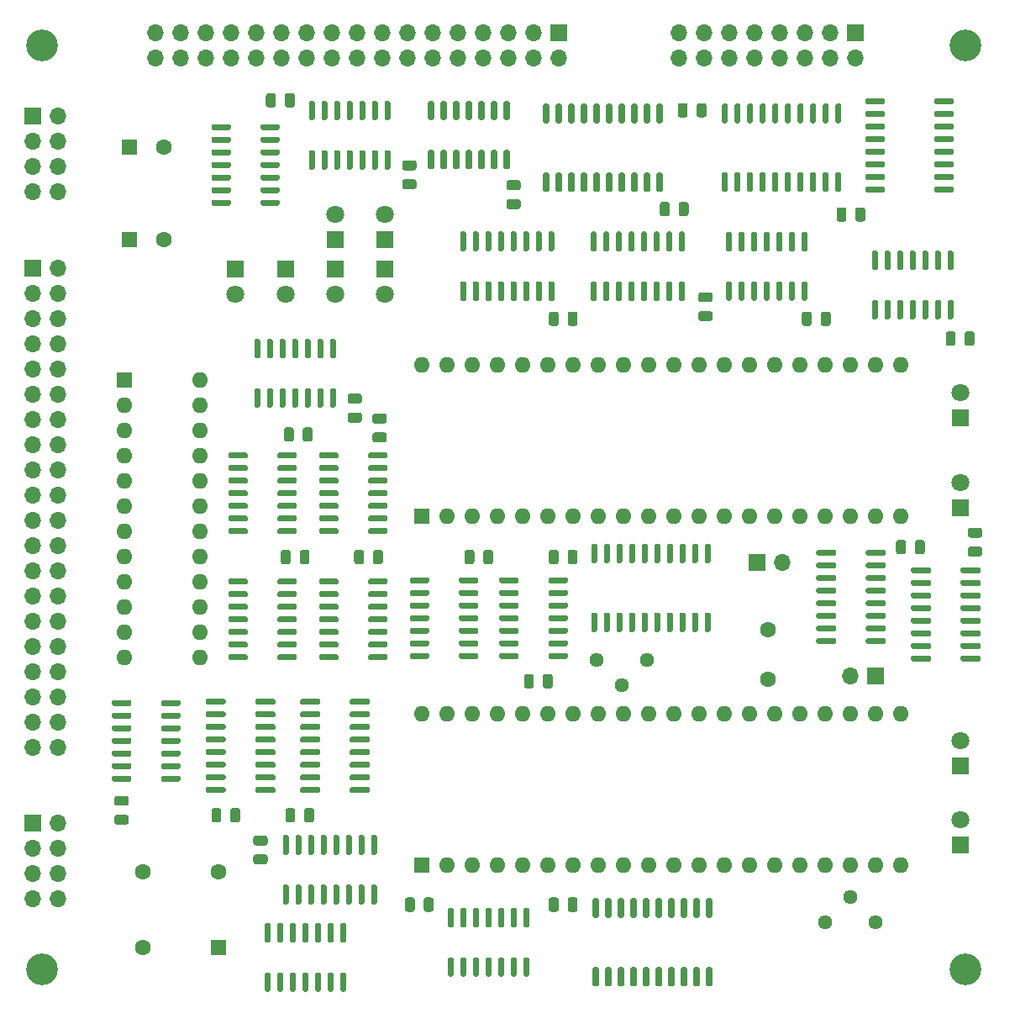
<source format=gbr>
%TF.GenerationSoftware,KiCad,Pcbnew,(5.1.9)-1*%
%TF.CreationDate,2021-06-05T00:45:16-04:00*%
%TF.ProjectId,main,6d61696e-2e6b-4696-9361-645f70636258,rev?*%
%TF.SameCoordinates,Original*%
%TF.FileFunction,Soldermask,Top*%
%TF.FilePolarity,Negative*%
%FSLAX46Y46*%
G04 Gerber Fmt 4.6, Leading zero omitted, Abs format (unit mm)*
G04 Created by KiCad (PCBNEW (5.1.9)-1) date 2021-06-05 00:45:16*
%MOMM*%
%LPD*%
G01*
G04 APERTURE LIST*
%ADD10C,1.600000*%
%ADD11C,1.800000*%
%ADD12R,1.800000X1.800000*%
%ADD13C,1.440000*%
%ADD14O,1.700000X1.700000*%
%ADD15R,1.700000X1.700000*%
%ADD16R,1.600000X1.600000*%
%ADD17O,1.600000X1.600000*%
%ADD18C,3.200000*%
G04 APERTURE END LIST*
D10*
%TO.C,C44*%
X96600000Y-82300000D03*
X96600000Y-87300000D03*
%TD*%
%TO.C,C43*%
G36*
G01*
X101950000Y-51475000D02*
X101950000Y-50525000D01*
G75*
G02*
X102200000Y-50275000I250000J0D01*
G01*
X102700000Y-50275000D01*
G75*
G02*
X102950000Y-50525000I0J-250000D01*
G01*
X102950000Y-51475000D01*
G75*
G02*
X102700000Y-51725000I-250000J0D01*
G01*
X102200000Y-51725000D01*
G75*
G02*
X101950000Y-51475000I0J250000D01*
G01*
G37*
G36*
G01*
X100050000Y-51475000D02*
X100050000Y-50525000D01*
G75*
G02*
X100300000Y-50275000I250000J0D01*
G01*
X100800000Y-50275000D01*
G75*
G02*
X101050000Y-50525000I0J-250000D01*
G01*
X101050000Y-51475000D01*
G75*
G02*
X100800000Y-51725000I-250000J0D01*
G01*
X100300000Y-51725000D01*
G75*
G02*
X100050000Y-51475000I0J250000D01*
G01*
G37*
%TD*%
%TO.C,C41*%
G36*
G01*
X87639900Y-40427400D02*
X87639900Y-39477400D01*
G75*
G02*
X87889900Y-39227400I250000J0D01*
G01*
X88389900Y-39227400D01*
G75*
G02*
X88639900Y-39477400I0J-250000D01*
G01*
X88639900Y-40427400D01*
G75*
G02*
X88389900Y-40677400I-250000J0D01*
G01*
X87889900Y-40677400D01*
G75*
G02*
X87639900Y-40427400I0J250000D01*
G01*
G37*
G36*
G01*
X85739900Y-40427400D02*
X85739900Y-39477400D01*
G75*
G02*
X85989900Y-39227400I250000J0D01*
G01*
X86489900Y-39227400D01*
G75*
G02*
X86739900Y-39477400I0J-250000D01*
G01*
X86739900Y-40427400D01*
G75*
G02*
X86489900Y-40677400I-250000J0D01*
G01*
X85989900Y-40677400D01*
G75*
G02*
X85739900Y-40427400I0J250000D01*
G01*
G37*
%TD*%
%TO.C,C39*%
G36*
G01*
X47950000Y-29475000D02*
X47950000Y-28525000D01*
G75*
G02*
X48200000Y-28275000I250000J0D01*
G01*
X48700000Y-28275000D01*
G75*
G02*
X48950000Y-28525000I0J-250000D01*
G01*
X48950000Y-29475000D01*
G75*
G02*
X48700000Y-29725000I-250000J0D01*
G01*
X48200000Y-29725000D01*
G75*
G02*
X47950000Y-29475000I0J250000D01*
G01*
G37*
G36*
G01*
X46050000Y-29475000D02*
X46050000Y-28525000D01*
G75*
G02*
X46300000Y-28275000I250000J0D01*
G01*
X46800000Y-28275000D01*
G75*
G02*
X47050000Y-28525000I0J-250000D01*
G01*
X47050000Y-29475000D01*
G75*
G02*
X46800000Y-29725000I-250000J0D01*
G01*
X46300000Y-29725000D01*
G75*
G02*
X46050000Y-29475000I0J250000D01*
G01*
G37*
%TD*%
%TO.C,C38*%
G36*
G01*
X60025000Y-36950000D02*
X60975000Y-36950000D01*
G75*
G02*
X61225000Y-37200000I0J-250000D01*
G01*
X61225000Y-37700000D01*
G75*
G02*
X60975000Y-37950000I-250000J0D01*
G01*
X60025000Y-37950000D01*
G75*
G02*
X59775000Y-37700000I0J250000D01*
G01*
X59775000Y-37200000D01*
G75*
G02*
X60025000Y-36950000I250000J0D01*
G01*
G37*
G36*
G01*
X60025000Y-35050000D02*
X60975000Y-35050000D01*
G75*
G02*
X61225000Y-35300000I0J-250000D01*
G01*
X61225000Y-35800000D01*
G75*
G02*
X60975000Y-36050000I-250000J0D01*
G01*
X60025000Y-36050000D01*
G75*
G02*
X59775000Y-35800000I0J250000D01*
G01*
X59775000Y-35300000D01*
G75*
G02*
X60025000Y-35050000I250000J0D01*
G01*
G37*
%TD*%
%TO.C,C37*%
G36*
G01*
X88550000Y-29525000D02*
X88550000Y-30475000D01*
G75*
G02*
X88300000Y-30725000I-250000J0D01*
G01*
X87800000Y-30725000D01*
G75*
G02*
X87550000Y-30475000I0J250000D01*
G01*
X87550000Y-29525000D01*
G75*
G02*
X87800000Y-29275000I250000J0D01*
G01*
X88300000Y-29275000D01*
G75*
G02*
X88550000Y-29525000I0J-250000D01*
G01*
G37*
G36*
G01*
X90450000Y-29525000D02*
X90450000Y-30475000D01*
G75*
G02*
X90200000Y-30725000I-250000J0D01*
G01*
X89700000Y-30725000D01*
G75*
G02*
X89450000Y-30475000I0J250000D01*
G01*
X89450000Y-29525000D01*
G75*
G02*
X89700000Y-29275000I250000J0D01*
G01*
X90200000Y-29275000D01*
G75*
G02*
X90450000Y-29525000I0J-250000D01*
G01*
G37*
%TD*%
%TO.C,C36*%
G36*
G01*
X70525000Y-38950000D02*
X71475000Y-38950000D01*
G75*
G02*
X71725000Y-39200000I0J-250000D01*
G01*
X71725000Y-39700000D01*
G75*
G02*
X71475000Y-39950000I-250000J0D01*
G01*
X70525000Y-39950000D01*
G75*
G02*
X70275000Y-39700000I0J250000D01*
G01*
X70275000Y-39200000D01*
G75*
G02*
X70525000Y-38950000I250000J0D01*
G01*
G37*
G36*
G01*
X70525000Y-37050000D02*
X71475000Y-37050000D01*
G75*
G02*
X71725000Y-37300000I0J-250000D01*
G01*
X71725000Y-37800000D01*
G75*
G02*
X71475000Y-38050000I-250000J0D01*
G01*
X70525000Y-38050000D01*
G75*
G02*
X70275000Y-37800000I0J250000D01*
G01*
X70275000Y-37300000D01*
G75*
G02*
X70525000Y-37050000I250000J0D01*
G01*
G37*
%TD*%
%TO.C,C35*%
G36*
G01*
X104550000Y-40025000D02*
X104550000Y-40975000D01*
G75*
G02*
X104300000Y-41225000I-250000J0D01*
G01*
X103800000Y-41225000D01*
G75*
G02*
X103550000Y-40975000I0J250000D01*
G01*
X103550000Y-40025000D01*
G75*
G02*
X103800000Y-39775000I250000J0D01*
G01*
X104300000Y-39775000D01*
G75*
G02*
X104550000Y-40025000I0J-250000D01*
G01*
G37*
G36*
G01*
X106450000Y-40025000D02*
X106450000Y-40975000D01*
G75*
G02*
X106200000Y-41225000I-250000J0D01*
G01*
X105700000Y-41225000D01*
G75*
G02*
X105450000Y-40975000I0J250000D01*
G01*
X105450000Y-40025000D01*
G75*
G02*
X105700000Y-39775000I250000J0D01*
G01*
X106200000Y-39775000D01*
G75*
G02*
X106450000Y-40025000I0J-250000D01*
G01*
G37*
%TD*%
%TO.C,C34*%
G36*
G01*
X90818400Y-49329900D02*
X89868400Y-49329900D01*
G75*
G02*
X89618400Y-49079900I0J250000D01*
G01*
X89618400Y-48579900D01*
G75*
G02*
X89868400Y-48329900I250000J0D01*
G01*
X90818400Y-48329900D01*
G75*
G02*
X91068400Y-48579900I0J-250000D01*
G01*
X91068400Y-49079900D01*
G75*
G02*
X90818400Y-49329900I-250000J0D01*
G01*
G37*
G36*
G01*
X90818400Y-51229900D02*
X89868400Y-51229900D01*
G75*
G02*
X89618400Y-50979900I0J250000D01*
G01*
X89618400Y-50479900D01*
G75*
G02*
X89868400Y-50229900I250000J0D01*
G01*
X90818400Y-50229900D01*
G75*
G02*
X91068400Y-50479900I0J-250000D01*
G01*
X91068400Y-50979900D01*
G75*
G02*
X90818400Y-51229900I-250000J0D01*
G01*
G37*
%TD*%
%TO.C,U30*%
G36*
G01*
X64840000Y-112292000D02*
X64540000Y-112292000D01*
G75*
G02*
X64390000Y-112142000I0J150000D01*
G01*
X64390000Y-110492000D01*
G75*
G02*
X64540000Y-110342000I150000J0D01*
G01*
X64840000Y-110342000D01*
G75*
G02*
X64990000Y-110492000I0J-150000D01*
G01*
X64990000Y-112142000D01*
G75*
G02*
X64840000Y-112292000I-150000J0D01*
G01*
G37*
G36*
G01*
X66110000Y-112292000D02*
X65810000Y-112292000D01*
G75*
G02*
X65660000Y-112142000I0J150000D01*
G01*
X65660000Y-110492000D01*
G75*
G02*
X65810000Y-110342000I150000J0D01*
G01*
X66110000Y-110342000D01*
G75*
G02*
X66260000Y-110492000I0J-150000D01*
G01*
X66260000Y-112142000D01*
G75*
G02*
X66110000Y-112292000I-150000J0D01*
G01*
G37*
G36*
G01*
X67380000Y-112292000D02*
X67080000Y-112292000D01*
G75*
G02*
X66930000Y-112142000I0J150000D01*
G01*
X66930000Y-110492000D01*
G75*
G02*
X67080000Y-110342000I150000J0D01*
G01*
X67380000Y-110342000D01*
G75*
G02*
X67530000Y-110492000I0J-150000D01*
G01*
X67530000Y-112142000D01*
G75*
G02*
X67380000Y-112292000I-150000J0D01*
G01*
G37*
G36*
G01*
X68650000Y-112292000D02*
X68350000Y-112292000D01*
G75*
G02*
X68200000Y-112142000I0J150000D01*
G01*
X68200000Y-110492000D01*
G75*
G02*
X68350000Y-110342000I150000J0D01*
G01*
X68650000Y-110342000D01*
G75*
G02*
X68800000Y-110492000I0J-150000D01*
G01*
X68800000Y-112142000D01*
G75*
G02*
X68650000Y-112292000I-150000J0D01*
G01*
G37*
G36*
G01*
X69920000Y-112292000D02*
X69620000Y-112292000D01*
G75*
G02*
X69470000Y-112142000I0J150000D01*
G01*
X69470000Y-110492000D01*
G75*
G02*
X69620000Y-110342000I150000J0D01*
G01*
X69920000Y-110342000D01*
G75*
G02*
X70070000Y-110492000I0J-150000D01*
G01*
X70070000Y-112142000D01*
G75*
G02*
X69920000Y-112292000I-150000J0D01*
G01*
G37*
G36*
G01*
X71190000Y-112292000D02*
X70890000Y-112292000D01*
G75*
G02*
X70740000Y-112142000I0J150000D01*
G01*
X70740000Y-110492000D01*
G75*
G02*
X70890000Y-110342000I150000J0D01*
G01*
X71190000Y-110342000D01*
G75*
G02*
X71340000Y-110492000I0J-150000D01*
G01*
X71340000Y-112142000D01*
G75*
G02*
X71190000Y-112292000I-150000J0D01*
G01*
G37*
G36*
G01*
X72460000Y-112292000D02*
X72160000Y-112292000D01*
G75*
G02*
X72010000Y-112142000I0J150000D01*
G01*
X72010000Y-110492000D01*
G75*
G02*
X72160000Y-110342000I150000J0D01*
G01*
X72460000Y-110342000D01*
G75*
G02*
X72610000Y-110492000I0J-150000D01*
G01*
X72610000Y-112142000D01*
G75*
G02*
X72460000Y-112292000I-150000J0D01*
G01*
G37*
G36*
G01*
X72460000Y-117242000D02*
X72160000Y-117242000D01*
G75*
G02*
X72010000Y-117092000I0J150000D01*
G01*
X72010000Y-115442000D01*
G75*
G02*
X72160000Y-115292000I150000J0D01*
G01*
X72460000Y-115292000D01*
G75*
G02*
X72610000Y-115442000I0J-150000D01*
G01*
X72610000Y-117092000D01*
G75*
G02*
X72460000Y-117242000I-150000J0D01*
G01*
G37*
G36*
G01*
X71190000Y-117242000D02*
X70890000Y-117242000D01*
G75*
G02*
X70740000Y-117092000I0J150000D01*
G01*
X70740000Y-115442000D01*
G75*
G02*
X70890000Y-115292000I150000J0D01*
G01*
X71190000Y-115292000D01*
G75*
G02*
X71340000Y-115442000I0J-150000D01*
G01*
X71340000Y-117092000D01*
G75*
G02*
X71190000Y-117242000I-150000J0D01*
G01*
G37*
G36*
G01*
X69920000Y-117242000D02*
X69620000Y-117242000D01*
G75*
G02*
X69470000Y-117092000I0J150000D01*
G01*
X69470000Y-115442000D01*
G75*
G02*
X69620000Y-115292000I150000J0D01*
G01*
X69920000Y-115292000D01*
G75*
G02*
X70070000Y-115442000I0J-150000D01*
G01*
X70070000Y-117092000D01*
G75*
G02*
X69920000Y-117242000I-150000J0D01*
G01*
G37*
G36*
G01*
X68650000Y-117242000D02*
X68350000Y-117242000D01*
G75*
G02*
X68200000Y-117092000I0J150000D01*
G01*
X68200000Y-115442000D01*
G75*
G02*
X68350000Y-115292000I150000J0D01*
G01*
X68650000Y-115292000D01*
G75*
G02*
X68800000Y-115442000I0J-150000D01*
G01*
X68800000Y-117092000D01*
G75*
G02*
X68650000Y-117242000I-150000J0D01*
G01*
G37*
G36*
G01*
X67380000Y-117242000D02*
X67080000Y-117242000D01*
G75*
G02*
X66930000Y-117092000I0J150000D01*
G01*
X66930000Y-115442000D01*
G75*
G02*
X67080000Y-115292000I150000J0D01*
G01*
X67380000Y-115292000D01*
G75*
G02*
X67530000Y-115442000I0J-150000D01*
G01*
X67530000Y-117092000D01*
G75*
G02*
X67380000Y-117242000I-150000J0D01*
G01*
G37*
G36*
G01*
X66110000Y-117242000D02*
X65810000Y-117242000D01*
G75*
G02*
X65660000Y-117092000I0J150000D01*
G01*
X65660000Y-115442000D01*
G75*
G02*
X65810000Y-115292000I150000J0D01*
G01*
X66110000Y-115292000D01*
G75*
G02*
X66260000Y-115442000I0J-150000D01*
G01*
X66260000Y-117092000D01*
G75*
G02*
X66110000Y-117242000I-150000J0D01*
G01*
G37*
G36*
G01*
X64840000Y-117242000D02*
X64540000Y-117242000D01*
G75*
G02*
X64390000Y-117092000I0J150000D01*
G01*
X64390000Y-115442000D01*
G75*
G02*
X64540000Y-115292000I150000J0D01*
G01*
X64840000Y-115292000D01*
G75*
G02*
X64990000Y-115442000I0J-150000D01*
G01*
X64990000Y-117092000D01*
G75*
G02*
X64840000Y-117242000I-150000J0D01*
G01*
G37*
%TD*%
%TO.C,U26*%
G36*
G01*
X100180000Y-47220000D02*
X100480000Y-47220000D01*
G75*
G02*
X100630000Y-47370000I0J-150000D01*
G01*
X100630000Y-49020000D01*
G75*
G02*
X100480000Y-49170000I-150000J0D01*
G01*
X100180000Y-49170000D01*
G75*
G02*
X100030000Y-49020000I0J150000D01*
G01*
X100030000Y-47370000D01*
G75*
G02*
X100180000Y-47220000I150000J0D01*
G01*
G37*
G36*
G01*
X98910000Y-47220000D02*
X99210000Y-47220000D01*
G75*
G02*
X99360000Y-47370000I0J-150000D01*
G01*
X99360000Y-49020000D01*
G75*
G02*
X99210000Y-49170000I-150000J0D01*
G01*
X98910000Y-49170000D01*
G75*
G02*
X98760000Y-49020000I0J150000D01*
G01*
X98760000Y-47370000D01*
G75*
G02*
X98910000Y-47220000I150000J0D01*
G01*
G37*
G36*
G01*
X97640000Y-47220000D02*
X97940000Y-47220000D01*
G75*
G02*
X98090000Y-47370000I0J-150000D01*
G01*
X98090000Y-49020000D01*
G75*
G02*
X97940000Y-49170000I-150000J0D01*
G01*
X97640000Y-49170000D01*
G75*
G02*
X97490000Y-49020000I0J150000D01*
G01*
X97490000Y-47370000D01*
G75*
G02*
X97640000Y-47220000I150000J0D01*
G01*
G37*
G36*
G01*
X96370000Y-47220000D02*
X96670000Y-47220000D01*
G75*
G02*
X96820000Y-47370000I0J-150000D01*
G01*
X96820000Y-49020000D01*
G75*
G02*
X96670000Y-49170000I-150000J0D01*
G01*
X96370000Y-49170000D01*
G75*
G02*
X96220000Y-49020000I0J150000D01*
G01*
X96220000Y-47370000D01*
G75*
G02*
X96370000Y-47220000I150000J0D01*
G01*
G37*
G36*
G01*
X95100000Y-47220000D02*
X95400000Y-47220000D01*
G75*
G02*
X95550000Y-47370000I0J-150000D01*
G01*
X95550000Y-49020000D01*
G75*
G02*
X95400000Y-49170000I-150000J0D01*
G01*
X95100000Y-49170000D01*
G75*
G02*
X94950000Y-49020000I0J150000D01*
G01*
X94950000Y-47370000D01*
G75*
G02*
X95100000Y-47220000I150000J0D01*
G01*
G37*
G36*
G01*
X93830000Y-47220000D02*
X94130000Y-47220000D01*
G75*
G02*
X94280000Y-47370000I0J-150000D01*
G01*
X94280000Y-49020000D01*
G75*
G02*
X94130000Y-49170000I-150000J0D01*
G01*
X93830000Y-49170000D01*
G75*
G02*
X93680000Y-49020000I0J150000D01*
G01*
X93680000Y-47370000D01*
G75*
G02*
X93830000Y-47220000I150000J0D01*
G01*
G37*
G36*
G01*
X92560000Y-47220000D02*
X92860000Y-47220000D01*
G75*
G02*
X93010000Y-47370000I0J-150000D01*
G01*
X93010000Y-49020000D01*
G75*
G02*
X92860000Y-49170000I-150000J0D01*
G01*
X92560000Y-49170000D01*
G75*
G02*
X92410000Y-49020000I0J150000D01*
G01*
X92410000Y-47370000D01*
G75*
G02*
X92560000Y-47220000I150000J0D01*
G01*
G37*
G36*
G01*
X92560000Y-42270000D02*
X92860000Y-42270000D01*
G75*
G02*
X93010000Y-42420000I0J-150000D01*
G01*
X93010000Y-44070000D01*
G75*
G02*
X92860000Y-44220000I-150000J0D01*
G01*
X92560000Y-44220000D01*
G75*
G02*
X92410000Y-44070000I0J150000D01*
G01*
X92410000Y-42420000D01*
G75*
G02*
X92560000Y-42270000I150000J0D01*
G01*
G37*
G36*
G01*
X93830000Y-42270000D02*
X94130000Y-42270000D01*
G75*
G02*
X94280000Y-42420000I0J-150000D01*
G01*
X94280000Y-44070000D01*
G75*
G02*
X94130000Y-44220000I-150000J0D01*
G01*
X93830000Y-44220000D01*
G75*
G02*
X93680000Y-44070000I0J150000D01*
G01*
X93680000Y-42420000D01*
G75*
G02*
X93830000Y-42270000I150000J0D01*
G01*
G37*
G36*
G01*
X95100000Y-42270000D02*
X95400000Y-42270000D01*
G75*
G02*
X95550000Y-42420000I0J-150000D01*
G01*
X95550000Y-44070000D01*
G75*
G02*
X95400000Y-44220000I-150000J0D01*
G01*
X95100000Y-44220000D01*
G75*
G02*
X94950000Y-44070000I0J150000D01*
G01*
X94950000Y-42420000D01*
G75*
G02*
X95100000Y-42270000I150000J0D01*
G01*
G37*
G36*
G01*
X96370000Y-42270000D02*
X96670000Y-42270000D01*
G75*
G02*
X96820000Y-42420000I0J-150000D01*
G01*
X96820000Y-44070000D01*
G75*
G02*
X96670000Y-44220000I-150000J0D01*
G01*
X96370000Y-44220000D01*
G75*
G02*
X96220000Y-44070000I0J150000D01*
G01*
X96220000Y-42420000D01*
G75*
G02*
X96370000Y-42270000I150000J0D01*
G01*
G37*
G36*
G01*
X97640000Y-42270000D02*
X97940000Y-42270000D01*
G75*
G02*
X98090000Y-42420000I0J-150000D01*
G01*
X98090000Y-44070000D01*
G75*
G02*
X97940000Y-44220000I-150000J0D01*
G01*
X97640000Y-44220000D01*
G75*
G02*
X97490000Y-44070000I0J150000D01*
G01*
X97490000Y-42420000D01*
G75*
G02*
X97640000Y-42270000I150000J0D01*
G01*
G37*
G36*
G01*
X98910000Y-42270000D02*
X99210000Y-42270000D01*
G75*
G02*
X99360000Y-42420000I0J-150000D01*
G01*
X99360000Y-44070000D01*
G75*
G02*
X99210000Y-44220000I-150000J0D01*
G01*
X98910000Y-44220000D01*
G75*
G02*
X98760000Y-44070000I0J150000D01*
G01*
X98760000Y-42420000D01*
G75*
G02*
X98910000Y-42270000I150000J0D01*
G01*
G37*
G36*
G01*
X100180000Y-42270000D02*
X100480000Y-42270000D01*
G75*
G02*
X100630000Y-42420000I0J-150000D01*
G01*
X100630000Y-44070000D01*
G75*
G02*
X100480000Y-44220000I-150000J0D01*
G01*
X100180000Y-44220000D01*
G75*
G02*
X100030000Y-44070000I0J150000D01*
G01*
X100030000Y-42420000D01*
G75*
G02*
X100180000Y-42270000I150000J0D01*
G01*
G37*
%TD*%
%TO.C,U25*%
G36*
G01*
X114888000Y-49108000D02*
X115188000Y-49108000D01*
G75*
G02*
X115338000Y-49258000I0J-150000D01*
G01*
X115338000Y-50908000D01*
G75*
G02*
X115188000Y-51058000I-150000J0D01*
G01*
X114888000Y-51058000D01*
G75*
G02*
X114738000Y-50908000I0J150000D01*
G01*
X114738000Y-49258000D01*
G75*
G02*
X114888000Y-49108000I150000J0D01*
G01*
G37*
G36*
G01*
X113618000Y-49108000D02*
X113918000Y-49108000D01*
G75*
G02*
X114068000Y-49258000I0J-150000D01*
G01*
X114068000Y-50908000D01*
G75*
G02*
X113918000Y-51058000I-150000J0D01*
G01*
X113618000Y-51058000D01*
G75*
G02*
X113468000Y-50908000I0J150000D01*
G01*
X113468000Y-49258000D01*
G75*
G02*
X113618000Y-49108000I150000J0D01*
G01*
G37*
G36*
G01*
X112348000Y-49108000D02*
X112648000Y-49108000D01*
G75*
G02*
X112798000Y-49258000I0J-150000D01*
G01*
X112798000Y-50908000D01*
G75*
G02*
X112648000Y-51058000I-150000J0D01*
G01*
X112348000Y-51058000D01*
G75*
G02*
X112198000Y-50908000I0J150000D01*
G01*
X112198000Y-49258000D01*
G75*
G02*
X112348000Y-49108000I150000J0D01*
G01*
G37*
G36*
G01*
X111078000Y-49108000D02*
X111378000Y-49108000D01*
G75*
G02*
X111528000Y-49258000I0J-150000D01*
G01*
X111528000Y-50908000D01*
G75*
G02*
X111378000Y-51058000I-150000J0D01*
G01*
X111078000Y-51058000D01*
G75*
G02*
X110928000Y-50908000I0J150000D01*
G01*
X110928000Y-49258000D01*
G75*
G02*
X111078000Y-49108000I150000J0D01*
G01*
G37*
G36*
G01*
X109808000Y-49108000D02*
X110108000Y-49108000D01*
G75*
G02*
X110258000Y-49258000I0J-150000D01*
G01*
X110258000Y-50908000D01*
G75*
G02*
X110108000Y-51058000I-150000J0D01*
G01*
X109808000Y-51058000D01*
G75*
G02*
X109658000Y-50908000I0J150000D01*
G01*
X109658000Y-49258000D01*
G75*
G02*
X109808000Y-49108000I150000J0D01*
G01*
G37*
G36*
G01*
X108538000Y-49108000D02*
X108838000Y-49108000D01*
G75*
G02*
X108988000Y-49258000I0J-150000D01*
G01*
X108988000Y-50908000D01*
G75*
G02*
X108838000Y-51058000I-150000J0D01*
G01*
X108538000Y-51058000D01*
G75*
G02*
X108388000Y-50908000I0J150000D01*
G01*
X108388000Y-49258000D01*
G75*
G02*
X108538000Y-49108000I150000J0D01*
G01*
G37*
G36*
G01*
X107268000Y-49108000D02*
X107568000Y-49108000D01*
G75*
G02*
X107718000Y-49258000I0J-150000D01*
G01*
X107718000Y-50908000D01*
G75*
G02*
X107568000Y-51058000I-150000J0D01*
G01*
X107268000Y-51058000D01*
G75*
G02*
X107118000Y-50908000I0J150000D01*
G01*
X107118000Y-49258000D01*
G75*
G02*
X107268000Y-49108000I150000J0D01*
G01*
G37*
G36*
G01*
X107268000Y-44158000D02*
X107568000Y-44158000D01*
G75*
G02*
X107718000Y-44308000I0J-150000D01*
G01*
X107718000Y-45958000D01*
G75*
G02*
X107568000Y-46108000I-150000J0D01*
G01*
X107268000Y-46108000D01*
G75*
G02*
X107118000Y-45958000I0J150000D01*
G01*
X107118000Y-44308000D01*
G75*
G02*
X107268000Y-44158000I150000J0D01*
G01*
G37*
G36*
G01*
X108538000Y-44158000D02*
X108838000Y-44158000D01*
G75*
G02*
X108988000Y-44308000I0J-150000D01*
G01*
X108988000Y-45958000D01*
G75*
G02*
X108838000Y-46108000I-150000J0D01*
G01*
X108538000Y-46108000D01*
G75*
G02*
X108388000Y-45958000I0J150000D01*
G01*
X108388000Y-44308000D01*
G75*
G02*
X108538000Y-44158000I150000J0D01*
G01*
G37*
G36*
G01*
X109808000Y-44158000D02*
X110108000Y-44158000D01*
G75*
G02*
X110258000Y-44308000I0J-150000D01*
G01*
X110258000Y-45958000D01*
G75*
G02*
X110108000Y-46108000I-150000J0D01*
G01*
X109808000Y-46108000D01*
G75*
G02*
X109658000Y-45958000I0J150000D01*
G01*
X109658000Y-44308000D01*
G75*
G02*
X109808000Y-44158000I150000J0D01*
G01*
G37*
G36*
G01*
X111078000Y-44158000D02*
X111378000Y-44158000D01*
G75*
G02*
X111528000Y-44308000I0J-150000D01*
G01*
X111528000Y-45958000D01*
G75*
G02*
X111378000Y-46108000I-150000J0D01*
G01*
X111078000Y-46108000D01*
G75*
G02*
X110928000Y-45958000I0J150000D01*
G01*
X110928000Y-44308000D01*
G75*
G02*
X111078000Y-44158000I150000J0D01*
G01*
G37*
G36*
G01*
X112348000Y-44158000D02*
X112648000Y-44158000D01*
G75*
G02*
X112798000Y-44308000I0J-150000D01*
G01*
X112798000Y-45958000D01*
G75*
G02*
X112648000Y-46108000I-150000J0D01*
G01*
X112348000Y-46108000D01*
G75*
G02*
X112198000Y-45958000I0J150000D01*
G01*
X112198000Y-44308000D01*
G75*
G02*
X112348000Y-44158000I150000J0D01*
G01*
G37*
G36*
G01*
X113618000Y-44158000D02*
X113918000Y-44158000D01*
G75*
G02*
X114068000Y-44308000I0J-150000D01*
G01*
X114068000Y-45958000D01*
G75*
G02*
X113918000Y-46108000I-150000J0D01*
G01*
X113618000Y-46108000D01*
G75*
G02*
X113468000Y-45958000I0J150000D01*
G01*
X113468000Y-44308000D01*
G75*
G02*
X113618000Y-44158000I150000J0D01*
G01*
G37*
G36*
G01*
X114888000Y-44158000D02*
X115188000Y-44158000D01*
G75*
G02*
X115338000Y-44308000I0J-150000D01*
G01*
X115338000Y-45958000D01*
G75*
G02*
X115188000Y-46108000I-150000J0D01*
G01*
X114888000Y-46108000D01*
G75*
G02*
X114738000Y-45958000I0J150000D01*
G01*
X114738000Y-44308000D01*
G75*
G02*
X114888000Y-44158000I150000J0D01*
G01*
G37*
%TD*%
%TO.C,U20*%
G36*
G01*
X56364000Y-64920000D02*
X56364000Y-64620000D01*
G75*
G02*
X56514000Y-64470000I150000J0D01*
G01*
X58164000Y-64470000D01*
G75*
G02*
X58314000Y-64620000I0J-150000D01*
G01*
X58314000Y-64920000D01*
G75*
G02*
X58164000Y-65070000I-150000J0D01*
G01*
X56514000Y-65070000D01*
G75*
G02*
X56364000Y-64920000I0J150000D01*
G01*
G37*
G36*
G01*
X56364000Y-66190000D02*
X56364000Y-65890000D01*
G75*
G02*
X56514000Y-65740000I150000J0D01*
G01*
X58164000Y-65740000D01*
G75*
G02*
X58314000Y-65890000I0J-150000D01*
G01*
X58314000Y-66190000D01*
G75*
G02*
X58164000Y-66340000I-150000J0D01*
G01*
X56514000Y-66340000D01*
G75*
G02*
X56364000Y-66190000I0J150000D01*
G01*
G37*
G36*
G01*
X56364000Y-67460000D02*
X56364000Y-67160000D01*
G75*
G02*
X56514000Y-67010000I150000J0D01*
G01*
X58164000Y-67010000D01*
G75*
G02*
X58314000Y-67160000I0J-150000D01*
G01*
X58314000Y-67460000D01*
G75*
G02*
X58164000Y-67610000I-150000J0D01*
G01*
X56514000Y-67610000D01*
G75*
G02*
X56364000Y-67460000I0J150000D01*
G01*
G37*
G36*
G01*
X56364000Y-68730000D02*
X56364000Y-68430000D01*
G75*
G02*
X56514000Y-68280000I150000J0D01*
G01*
X58164000Y-68280000D01*
G75*
G02*
X58314000Y-68430000I0J-150000D01*
G01*
X58314000Y-68730000D01*
G75*
G02*
X58164000Y-68880000I-150000J0D01*
G01*
X56514000Y-68880000D01*
G75*
G02*
X56364000Y-68730000I0J150000D01*
G01*
G37*
G36*
G01*
X56364000Y-70000000D02*
X56364000Y-69700000D01*
G75*
G02*
X56514000Y-69550000I150000J0D01*
G01*
X58164000Y-69550000D01*
G75*
G02*
X58314000Y-69700000I0J-150000D01*
G01*
X58314000Y-70000000D01*
G75*
G02*
X58164000Y-70150000I-150000J0D01*
G01*
X56514000Y-70150000D01*
G75*
G02*
X56364000Y-70000000I0J150000D01*
G01*
G37*
G36*
G01*
X56364000Y-71270000D02*
X56364000Y-70970000D01*
G75*
G02*
X56514000Y-70820000I150000J0D01*
G01*
X58164000Y-70820000D01*
G75*
G02*
X58314000Y-70970000I0J-150000D01*
G01*
X58314000Y-71270000D01*
G75*
G02*
X58164000Y-71420000I-150000J0D01*
G01*
X56514000Y-71420000D01*
G75*
G02*
X56364000Y-71270000I0J150000D01*
G01*
G37*
G36*
G01*
X56364000Y-72540000D02*
X56364000Y-72240000D01*
G75*
G02*
X56514000Y-72090000I150000J0D01*
G01*
X58164000Y-72090000D01*
G75*
G02*
X58314000Y-72240000I0J-150000D01*
G01*
X58314000Y-72540000D01*
G75*
G02*
X58164000Y-72690000I-150000J0D01*
G01*
X56514000Y-72690000D01*
G75*
G02*
X56364000Y-72540000I0J150000D01*
G01*
G37*
G36*
G01*
X51414000Y-72540000D02*
X51414000Y-72240000D01*
G75*
G02*
X51564000Y-72090000I150000J0D01*
G01*
X53214000Y-72090000D01*
G75*
G02*
X53364000Y-72240000I0J-150000D01*
G01*
X53364000Y-72540000D01*
G75*
G02*
X53214000Y-72690000I-150000J0D01*
G01*
X51564000Y-72690000D01*
G75*
G02*
X51414000Y-72540000I0J150000D01*
G01*
G37*
G36*
G01*
X51414000Y-71270000D02*
X51414000Y-70970000D01*
G75*
G02*
X51564000Y-70820000I150000J0D01*
G01*
X53214000Y-70820000D01*
G75*
G02*
X53364000Y-70970000I0J-150000D01*
G01*
X53364000Y-71270000D01*
G75*
G02*
X53214000Y-71420000I-150000J0D01*
G01*
X51564000Y-71420000D01*
G75*
G02*
X51414000Y-71270000I0J150000D01*
G01*
G37*
G36*
G01*
X51414000Y-70000000D02*
X51414000Y-69700000D01*
G75*
G02*
X51564000Y-69550000I150000J0D01*
G01*
X53214000Y-69550000D01*
G75*
G02*
X53364000Y-69700000I0J-150000D01*
G01*
X53364000Y-70000000D01*
G75*
G02*
X53214000Y-70150000I-150000J0D01*
G01*
X51564000Y-70150000D01*
G75*
G02*
X51414000Y-70000000I0J150000D01*
G01*
G37*
G36*
G01*
X51414000Y-68730000D02*
X51414000Y-68430000D01*
G75*
G02*
X51564000Y-68280000I150000J0D01*
G01*
X53214000Y-68280000D01*
G75*
G02*
X53364000Y-68430000I0J-150000D01*
G01*
X53364000Y-68730000D01*
G75*
G02*
X53214000Y-68880000I-150000J0D01*
G01*
X51564000Y-68880000D01*
G75*
G02*
X51414000Y-68730000I0J150000D01*
G01*
G37*
G36*
G01*
X51414000Y-67460000D02*
X51414000Y-67160000D01*
G75*
G02*
X51564000Y-67010000I150000J0D01*
G01*
X53214000Y-67010000D01*
G75*
G02*
X53364000Y-67160000I0J-150000D01*
G01*
X53364000Y-67460000D01*
G75*
G02*
X53214000Y-67610000I-150000J0D01*
G01*
X51564000Y-67610000D01*
G75*
G02*
X51414000Y-67460000I0J150000D01*
G01*
G37*
G36*
G01*
X51414000Y-66190000D02*
X51414000Y-65890000D01*
G75*
G02*
X51564000Y-65740000I150000J0D01*
G01*
X53214000Y-65740000D01*
G75*
G02*
X53364000Y-65890000I0J-150000D01*
G01*
X53364000Y-66190000D01*
G75*
G02*
X53214000Y-66340000I-150000J0D01*
G01*
X51564000Y-66340000D01*
G75*
G02*
X51414000Y-66190000I0J150000D01*
G01*
G37*
G36*
G01*
X51414000Y-64920000D02*
X51414000Y-64620000D01*
G75*
G02*
X51564000Y-64470000I150000J0D01*
G01*
X53214000Y-64470000D01*
G75*
G02*
X53364000Y-64620000I0J-150000D01*
G01*
X53364000Y-64920000D01*
G75*
G02*
X53214000Y-65070000I-150000J0D01*
G01*
X51564000Y-65070000D01*
G75*
G02*
X51414000Y-64920000I0J150000D01*
G01*
G37*
%TD*%
%TO.C,U19*%
G36*
G01*
X52660000Y-58000000D02*
X52960000Y-58000000D01*
G75*
G02*
X53110000Y-58150000I0J-150000D01*
G01*
X53110000Y-59800000D01*
G75*
G02*
X52960000Y-59950000I-150000J0D01*
G01*
X52660000Y-59950000D01*
G75*
G02*
X52510000Y-59800000I0J150000D01*
G01*
X52510000Y-58150000D01*
G75*
G02*
X52660000Y-58000000I150000J0D01*
G01*
G37*
G36*
G01*
X51390000Y-58000000D02*
X51690000Y-58000000D01*
G75*
G02*
X51840000Y-58150000I0J-150000D01*
G01*
X51840000Y-59800000D01*
G75*
G02*
X51690000Y-59950000I-150000J0D01*
G01*
X51390000Y-59950000D01*
G75*
G02*
X51240000Y-59800000I0J150000D01*
G01*
X51240000Y-58150000D01*
G75*
G02*
X51390000Y-58000000I150000J0D01*
G01*
G37*
G36*
G01*
X50120000Y-58000000D02*
X50420000Y-58000000D01*
G75*
G02*
X50570000Y-58150000I0J-150000D01*
G01*
X50570000Y-59800000D01*
G75*
G02*
X50420000Y-59950000I-150000J0D01*
G01*
X50120000Y-59950000D01*
G75*
G02*
X49970000Y-59800000I0J150000D01*
G01*
X49970000Y-58150000D01*
G75*
G02*
X50120000Y-58000000I150000J0D01*
G01*
G37*
G36*
G01*
X48850000Y-58000000D02*
X49150000Y-58000000D01*
G75*
G02*
X49300000Y-58150000I0J-150000D01*
G01*
X49300000Y-59800000D01*
G75*
G02*
X49150000Y-59950000I-150000J0D01*
G01*
X48850000Y-59950000D01*
G75*
G02*
X48700000Y-59800000I0J150000D01*
G01*
X48700000Y-58150000D01*
G75*
G02*
X48850000Y-58000000I150000J0D01*
G01*
G37*
G36*
G01*
X47580000Y-58000000D02*
X47880000Y-58000000D01*
G75*
G02*
X48030000Y-58150000I0J-150000D01*
G01*
X48030000Y-59800000D01*
G75*
G02*
X47880000Y-59950000I-150000J0D01*
G01*
X47580000Y-59950000D01*
G75*
G02*
X47430000Y-59800000I0J150000D01*
G01*
X47430000Y-58150000D01*
G75*
G02*
X47580000Y-58000000I150000J0D01*
G01*
G37*
G36*
G01*
X46310000Y-58000000D02*
X46610000Y-58000000D01*
G75*
G02*
X46760000Y-58150000I0J-150000D01*
G01*
X46760000Y-59800000D01*
G75*
G02*
X46610000Y-59950000I-150000J0D01*
G01*
X46310000Y-59950000D01*
G75*
G02*
X46160000Y-59800000I0J150000D01*
G01*
X46160000Y-58150000D01*
G75*
G02*
X46310000Y-58000000I150000J0D01*
G01*
G37*
G36*
G01*
X45040000Y-58000000D02*
X45340000Y-58000000D01*
G75*
G02*
X45490000Y-58150000I0J-150000D01*
G01*
X45490000Y-59800000D01*
G75*
G02*
X45340000Y-59950000I-150000J0D01*
G01*
X45040000Y-59950000D01*
G75*
G02*
X44890000Y-59800000I0J150000D01*
G01*
X44890000Y-58150000D01*
G75*
G02*
X45040000Y-58000000I150000J0D01*
G01*
G37*
G36*
G01*
X45040000Y-53050000D02*
X45340000Y-53050000D01*
G75*
G02*
X45490000Y-53200000I0J-150000D01*
G01*
X45490000Y-54850000D01*
G75*
G02*
X45340000Y-55000000I-150000J0D01*
G01*
X45040000Y-55000000D01*
G75*
G02*
X44890000Y-54850000I0J150000D01*
G01*
X44890000Y-53200000D01*
G75*
G02*
X45040000Y-53050000I150000J0D01*
G01*
G37*
G36*
G01*
X46310000Y-53050000D02*
X46610000Y-53050000D01*
G75*
G02*
X46760000Y-53200000I0J-150000D01*
G01*
X46760000Y-54850000D01*
G75*
G02*
X46610000Y-55000000I-150000J0D01*
G01*
X46310000Y-55000000D01*
G75*
G02*
X46160000Y-54850000I0J150000D01*
G01*
X46160000Y-53200000D01*
G75*
G02*
X46310000Y-53050000I150000J0D01*
G01*
G37*
G36*
G01*
X47580000Y-53050000D02*
X47880000Y-53050000D01*
G75*
G02*
X48030000Y-53200000I0J-150000D01*
G01*
X48030000Y-54850000D01*
G75*
G02*
X47880000Y-55000000I-150000J0D01*
G01*
X47580000Y-55000000D01*
G75*
G02*
X47430000Y-54850000I0J150000D01*
G01*
X47430000Y-53200000D01*
G75*
G02*
X47580000Y-53050000I150000J0D01*
G01*
G37*
G36*
G01*
X48850000Y-53050000D02*
X49150000Y-53050000D01*
G75*
G02*
X49300000Y-53200000I0J-150000D01*
G01*
X49300000Y-54850000D01*
G75*
G02*
X49150000Y-55000000I-150000J0D01*
G01*
X48850000Y-55000000D01*
G75*
G02*
X48700000Y-54850000I0J150000D01*
G01*
X48700000Y-53200000D01*
G75*
G02*
X48850000Y-53050000I150000J0D01*
G01*
G37*
G36*
G01*
X50120000Y-53050000D02*
X50420000Y-53050000D01*
G75*
G02*
X50570000Y-53200000I0J-150000D01*
G01*
X50570000Y-54850000D01*
G75*
G02*
X50420000Y-55000000I-150000J0D01*
G01*
X50120000Y-55000000D01*
G75*
G02*
X49970000Y-54850000I0J150000D01*
G01*
X49970000Y-53200000D01*
G75*
G02*
X50120000Y-53050000I150000J0D01*
G01*
G37*
G36*
G01*
X51390000Y-53050000D02*
X51690000Y-53050000D01*
G75*
G02*
X51840000Y-53200000I0J-150000D01*
G01*
X51840000Y-54850000D01*
G75*
G02*
X51690000Y-55000000I-150000J0D01*
G01*
X51390000Y-55000000D01*
G75*
G02*
X51240000Y-54850000I0J150000D01*
G01*
X51240000Y-53200000D01*
G75*
G02*
X51390000Y-53050000I150000J0D01*
G01*
G37*
G36*
G01*
X52660000Y-53050000D02*
X52960000Y-53050000D01*
G75*
G02*
X53110000Y-53200000I0J-150000D01*
G01*
X53110000Y-54850000D01*
G75*
G02*
X52960000Y-55000000I-150000J0D01*
G01*
X52660000Y-55000000D01*
G75*
G02*
X52510000Y-54850000I0J150000D01*
G01*
X52510000Y-53200000D01*
G75*
G02*
X52660000Y-53050000I150000J0D01*
G01*
G37*
%TD*%
%TO.C,U18*%
G36*
G01*
X47220000Y-64920000D02*
X47220000Y-64620000D01*
G75*
G02*
X47370000Y-64470000I150000J0D01*
G01*
X49020000Y-64470000D01*
G75*
G02*
X49170000Y-64620000I0J-150000D01*
G01*
X49170000Y-64920000D01*
G75*
G02*
X49020000Y-65070000I-150000J0D01*
G01*
X47370000Y-65070000D01*
G75*
G02*
X47220000Y-64920000I0J150000D01*
G01*
G37*
G36*
G01*
X47220000Y-66190000D02*
X47220000Y-65890000D01*
G75*
G02*
X47370000Y-65740000I150000J0D01*
G01*
X49020000Y-65740000D01*
G75*
G02*
X49170000Y-65890000I0J-150000D01*
G01*
X49170000Y-66190000D01*
G75*
G02*
X49020000Y-66340000I-150000J0D01*
G01*
X47370000Y-66340000D01*
G75*
G02*
X47220000Y-66190000I0J150000D01*
G01*
G37*
G36*
G01*
X47220000Y-67460000D02*
X47220000Y-67160000D01*
G75*
G02*
X47370000Y-67010000I150000J0D01*
G01*
X49020000Y-67010000D01*
G75*
G02*
X49170000Y-67160000I0J-150000D01*
G01*
X49170000Y-67460000D01*
G75*
G02*
X49020000Y-67610000I-150000J0D01*
G01*
X47370000Y-67610000D01*
G75*
G02*
X47220000Y-67460000I0J150000D01*
G01*
G37*
G36*
G01*
X47220000Y-68730000D02*
X47220000Y-68430000D01*
G75*
G02*
X47370000Y-68280000I150000J0D01*
G01*
X49020000Y-68280000D01*
G75*
G02*
X49170000Y-68430000I0J-150000D01*
G01*
X49170000Y-68730000D01*
G75*
G02*
X49020000Y-68880000I-150000J0D01*
G01*
X47370000Y-68880000D01*
G75*
G02*
X47220000Y-68730000I0J150000D01*
G01*
G37*
G36*
G01*
X47220000Y-70000000D02*
X47220000Y-69700000D01*
G75*
G02*
X47370000Y-69550000I150000J0D01*
G01*
X49020000Y-69550000D01*
G75*
G02*
X49170000Y-69700000I0J-150000D01*
G01*
X49170000Y-70000000D01*
G75*
G02*
X49020000Y-70150000I-150000J0D01*
G01*
X47370000Y-70150000D01*
G75*
G02*
X47220000Y-70000000I0J150000D01*
G01*
G37*
G36*
G01*
X47220000Y-71270000D02*
X47220000Y-70970000D01*
G75*
G02*
X47370000Y-70820000I150000J0D01*
G01*
X49020000Y-70820000D01*
G75*
G02*
X49170000Y-70970000I0J-150000D01*
G01*
X49170000Y-71270000D01*
G75*
G02*
X49020000Y-71420000I-150000J0D01*
G01*
X47370000Y-71420000D01*
G75*
G02*
X47220000Y-71270000I0J150000D01*
G01*
G37*
G36*
G01*
X47220000Y-72540000D02*
X47220000Y-72240000D01*
G75*
G02*
X47370000Y-72090000I150000J0D01*
G01*
X49020000Y-72090000D01*
G75*
G02*
X49170000Y-72240000I0J-150000D01*
G01*
X49170000Y-72540000D01*
G75*
G02*
X49020000Y-72690000I-150000J0D01*
G01*
X47370000Y-72690000D01*
G75*
G02*
X47220000Y-72540000I0J150000D01*
G01*
G37*
G36*
G01*
X42270000Y-72540000D02*
X42270000Y-72240000D01*
G75*
G02*
X42420000Y-72090000I150000J0D01*
G01*
X44070000Y-72090000D01*
G75*
G02*
X44220000Y-72240000I0J-150000D01*
G01*
X44220000Y-72540000D01*
G75*
G02*
X44070000Y-72690000I-150000J0D01*
G01*
X42420000Y-72690000D01*
G75*
G02*
X42270000Y-72540000I0J150000D01*
G01*
G37*
G36*
G01*
X42270000Y-71270000D02*
X42270000Y-70970000D01*
G75*
G02*
X42420000Y-70820000I150000J0D01*
G01*
X44070000Y-70820000D01*
G75*
G02*
X44220000Y-70970000I0J-150000D01*
G01*
X44220000Y-71270000D01*
G75*
G02*
X44070000Y-71420000I-150000J0D01*
G01*
X42420000Y-71420000D01*
G75*
G02*
X42270000Y-71270000I0J150000D01*
G01*
G37*
G36*
G01*
X42270000Y-70000000D02*
X42270000Y-69700000D01*
G75*
G02*
X42420000Y-69550000I150000J0D01*
G01*
X44070000Y-69550000D01*
G75*
G02*
X44220000Y-69700000I0J-150000D01*
G01*
X44220000Y-70000000D01*
G75*
G02*
X44070000Y-70150000I-150000J0D01*
G01*
X42420000Y-70150000D01*
G75*
G02*
X42270000Y-70000000I0J150000D01*
G01*
G37*
G36*
G01*
X42270000Y-68730000D02*
X42270000Y-68430000D01*
G75*
G02*
X42420000Y-68280000I150000J0D01*
G01*
X44070000Y-68280000D01*
G75*
G02*
X44220000Y-68430000I0J-150000D01*
G01*
X44220000Y-68730000D01*
G75*
G02*
X44070000Y-68880000I-150000J0D01*
G01*
X42420000Y-68880000D01*
G75*
G02*
X42270000Y-68730000I0J150000D01*
G01*
G37*
G36*
G01*
X42270000Y-67460000D02*
X42270000Y-67160000D01*
G75*
G02*
X42420000Y-67010000I150000J0D01*
G01*
X44070000Y-67010000D01*
G75*
G02*
X44220000Y-67160000I0J-150000D01*
G01*
X44220000Y-67460000D01*
G75*
G02*
X44070000Y-67610000I-150000J0D01*
G01*
X42420000Y-67610000D01*
G75*
G02*
X42270000Y-67460000I0J150000D01*
G01*
G37*
G36*
G01*
X42270000Y-66190000D02*
X42270000Y-65890000D01*
G75*
G02*
X42420000Y-65740000I150000J0D01*
G01*
X44070000Y-65740000D01*
G75*
G02*
X44220000Y-65890000I0J-150000D01*
G01*
X44220000Y-66190000D01*
G75*
G02*
X44070000Y-66340000I-150000J0D01*
G01*
X42420000Y-66340000D01*
G75*
G02*
X42270000Y-66190000I0J150000D01*
G01*
G37*
G36*
G01*
X42270000Y-64920000D02*
X42270000Y-64620000D01*
G75*
G02*
X42420000Y-64470000I150000J0D01*
G01*
X44070000Y-64470000D01*
G75*
G02*
X44220000Y-64620000I0J-150000D01*
G01*
X44220000Y-64920000D01*
G75*
G02*
X44070000Y-65070000I-150000J0D01*
G01*
X42420000Y-65070000D01*
G75*
G02*
X42270000Y-64920000I0J150000D01*
G01*
G37*
%TD*%
%TO.C,U13*%
G36*
G01*
X56364000Y-77620000D02*
X56364000Y-77320000D01*
G75*
G02*
X56514000Y-77170000I150000J0D01*
G01*
X58164000Y-77170000D01*
G75*
G02*
X58314000Y-77320000I0J-150000D01*
G01*
X58314000Y-77620000D01*
G75*
G02*
X58164000Y-77770000I-150000J0D01*
G01*
X56514000Y-77770000D01*
G75*
G02*
X56364000Y-77620000I0J150000D01*
G01*
G37*
G36*
G01*
X56364000Y-78890000D02*
X56364000Y-78590000D01*
G75*
G02*
X56514000Y-78440000I150000J0D01*
G01*
X58164000Y-78440000D01*
G75*
G02*
X58314000Y-78590000I0J-150000D01*
G01*
X58314000Y-78890000D01*
G75*
G02*
X58164000Y-79040000I-150000J0D01*
G01*
X56514000Y-79040000D01*
G75*
G02*
X56364000Y-78890000I0J150000D01*
G01*
G37*
G36*
G01*
X56364000Y-80160000D02*
X56364000Y-79860000D01*
G75*
G02*
X56514000Y-79710000I150000J0D01*
G01*
X58164000Y-79710000D01*
G75*
G02*
X58314000Y-79860000I0J-150000D01*
G01*
X58314000Y-80160000D01*
G75*
G02*
X58164000Y-80310000I-150000J0D01*
G01*
X56514000Y-80310000D01*
G75*
G02*
X56364000Y-80160000I0J150000D01*
G01*
G37*
G36*
G01*
X56364000Y-81430000D02*
X56364000Y-81130000D01*
G75*
G02*
X56514000Y-80980000I150000J0D01*
G01*
X58164000Y-80980000D01*
G75*
G02*
X58314000Y-81130000I0J-150000D01*
G01*
X58314000Y-81430000D01*
G75*
G02*
X58164000Y-81580000I-150000J0D01*
G01*
X56514000Y-81580000D01*
G75*
G02*
X56364000Y-81430000I0J150000D01*
G01*
G37*
G36*
G01*
X56364000Y-82700000D02*
X56364000Y-82400000D01*
G75*
G02*
X56514000Y-82250000I150000J0D01*
G01*
X58164000Y-82250000D01*
G75*
G02*
X58314000Y-82400000I0J-150000D01*
G01*
X58314000Y-82700000D01*
G75*
G02*
X58164000Y-82850000I-150000J0D01*
G01*
X56514000Y-82850000D01*
G75*
G02*
X56364000Y-82700000I0J150000D01*
G01*
G37*
G36*
G01*
X56364000Y-83970000D02*
X56364000Y-83670000D01*
G75*
G02*
X56514000Y-83520000I150000J0D01*
G01*
X58164000Y-83520000D01*
G75*
G02*
X58314000Y-83670000I0J-150000D01*
G01*
X58314000Y-83970000D01*
G75*
G02*
X58164000Y-84120000I-150000J0D01*
G01*
X56514000Y-84120000D01*
G75*
G02*
X56364000Y-83970000I0J150000D01*
G01*
G37*
G36*
G01*
X56364000Y-85240000D02*
X56364000Y-84940000D01*
G75*
G02*
X56514000Y-84790000I150000J0D01*
G01*
X58164000Y-84790000D01*
G75*
G02*
X58314000Y-84940000I0J-150000D01*
G01*
X58314000Y-85240000D01*
G75*
G02*
X58164000Y-85390000I-150000J0D01*
G01*
X56514000Y-85390000D01*
G75*
G02*
X56364000Y-85240000I0J150000D01*
G01*
G37*
G36*
G01*
X51414000Y-85240000D02*
X51414000Y-84940000D01*
G75*
G02*
X51564000Y-84790000I150000J0D01*
G01*
X53214000Y-84790000D01*
G75*
G02*
X53364000Y-84940000I0J-150000D01*
G01*
X53364000Y-85240000D01*
G75*
G02*
X53214000Y-85390000I-150000J0D01*
G01*
X51564000Y-85390000D01*
G75*
G02*
X51414000Y-85240000I0J150000D01*
G01*
G37*
G36*
G01*
X51414000Y-83970000D02*
X51414000Y-83670000D01*
G75*
G02*
X51564000Y-83520000I150000J0D01*
G01*
X53214000Y-83520000D01*
G75*
G02*
X53364000Y-83670000I0J-150000D01*
G01*
X53364000Y-83970000D01*
G75*
G02*
X53214000Y-84120000I-150000J0D01*
G01*
X51564000Y-84120000D01*
G75*
G02*
X51414000Y-83970000I0J150000D01*
G01*
G37*
G36*
G01*
X51414000Y-82700000D02*
X51414000Y-82400000D01*
G75*
G02*
X51564000Y-82250000I150000J0D01*
G01*
X53214000Y-82250000D01*
G75*
G02*
X53364000Y-82400000I0J-150000D01*
G01*
X53364000Y-82700000D01*
G75*
G02*
X53214000Y-82850000I-150000J0D01*
G01*
X51564000Y-82850000D01*
G75*
G02*
X51414000Y-82700000I0J150000D01*
G01*
G37*
G36*
G01*
X51414000Y-81430000D02*
X51414000Y-81130000D01*
G75*
G02*
X51564000Y-80980000I150000J0D01*
G01*
X53214000Y-80980000D01*
G75*
G02*
X53364000Y-81130000I0J-150000D01*
G01*
X53364000Y-81430000D01*
G75*
G02*
X53214000Y-81580000I-150000J0D01*
G01*
X51564000Y-81580000D01*
G75*
G02*
X51414000Y-81430000I0J150000D01*
G01*
G37*
G36*
G01*
X51414000Y-80160000D02*
X51414000Y-79860000D01*
G75*
G02*
X51564000Y-79710000I150000J0D01*
G01*
X53214000Y-79710000D01*
G75*
G02*
X53364000Y-79860000I0J-150000D01*
G01*
X53364000Y-80160000D01*
G75*
G02*
X53214000Y-80310000I-150000J0D01*
G01*
X51564000Y-80310000D01*
G75*
G02*
X51414000Y-80160000I0J150000D01*
G01*
G37*
G36*
G01*
X51414000Y-78890000D02*
X51414000Y-78590000D01*
G75*
G02*
X51564000Y-78440000I150000J0D01*
G01*
X53214000Y-78440000D01*
G75*
G02*
X53364000Y-78590000I0J-150000D01*
G01*
X53364000Y-78890000D01*
G75*
G02*
X53214000Y-79040000I-150000J0D01*
G01*
X51564000Y-79040000D01*
G75*
G02*
X51414000Y-78890000I0J150000D01*
G01*
G37*
G36*
G01*
X51414000Y-77620000D02*
X51414000Y-77320000D01*
G75*
G02*
X51564000Y-77170000I150000J0D01*
G01*
X53214000Y-77170000D01*
G75*
G02*
X53364000Y-77320000I0J-150000D01*
G01*
X53364000Y-77620000D01*
G75*
G02*
X53214000Y-77770000I-150000J0D01*
G01*
X51564000Y-77770000D01*
G75*
G02*
X51414000Y-77620000I0J150000D01*
G01*
G37*
%TD*%
%TO.C,U12*%
G36*
G01*
X47220000Y-77620000D02*
X47220000Y-77320000D01*
G75*
G02*
X47370000Y-77170000I150000J0D01*
G01*
X49020000Y-77170000D01*
G75*
G02*
X49170000Y-77320000I0J-150000D01*
G01*
X49170000Y-77620000D01*
G75*
G02*
X49020000Y-77770000I-150000J0D01*
G01*
X47370000Y-77770000D01*
G75*
G02*
X47220000Y-77620000I0J150000D01*
G01*
G37*
G36*
G01*
X47220000Y-78890000D02*
X47220000Y-78590000D01*
G75*
G02*
X47370000Y-78440000I150000J0D01*
G01*
X49020000Y-78440000D01*
G75*
G02*
X49170000Y-78590000I0J-150000D01*
G01*
X49170000Y-78890000D01*
G75*
G02*
X49020000Y-79040000I-150000J0D01*
G01*
X47370000Y-79040000D01*
G75*
G02*
X47220000Y-78890000I0J150000D01*
G01*
G37*
G36*
G01*
X47220000Y-80160000D02*
X47220000Y-79860000D01*
G75*
G02*
X47370000Y-79710000I150000J0D01*
G01*
X49020000Y-79710000D01*
G75*
G02*
X49170000Y-79860000I0J-150000D01*
G01*
X49170000Y-80160000D01*
G75*
G02*
X49020000Y-80310000I-150000J0D01*
G01*
X47370000Y-80310000D01*
G75*
G02*
X47220000Y-80160000I0J150000D01*
G01*
G37*
G36*
G01*
X47220000Y-81430000D02*
X47220000Y-81130000D01*
G75*
G02*
X47370000Y-80980000I150000J0D01*
G01*
X49020000Y-80980000D01*
G75*
G02*
X49170000Y-81130000I0J-150000D01*
G01*
X49170000Y-81430000D01*
G75*
G02*
X49020000Y-81580000I-150000J0D01*
G01*
X47370000Y-81580000D01*
G75*
G02*
X47220000Y-81430000I0J150000D01*
G01*
G37*
G36*
G01*
X47220000Y-82700000D02*
X47220000Y-82400000D01*
G75*
G02*
X47370000Y-82250000I150000J0D01*
G01*
X49020000Y-82250000D01*
G75*
G02*
X49170000Y-82400000I0J-150000D01*
G01*
X49170000Y-82700000D01*
G75*
G02*
X49020000Y-82850000I-150000J0D01*
G01*
X47370000Y-82850000D01*
G75*
G02*
X47220000Y-82700000I0J150000D01*
G01*
G37*
G36*
G01*
X47220000Y-83970000D02*
X47220000Y-83670000D01*
G75*
G02*
X47370000Y-83520000I150000J0D01*
G01*
X49020000Y-83520000D01*
G75*
G02*
X49170000Y-83670000I0J-150000D01*
G01*
X49170000Y-83970000D01*
G75*
G02*
X49020000Y-84120000I-150000J0D01*
G01*
X47370000Y-84120000D01*
G75*
G02*
X47220000Y-83970000I0J150000D01*
G01*
G37*
G36*
G01*
X47220000Y-85240000D02*
X47220000Y-84940000D01*
G75*
G02*
X47370000Y-84790000I150000J0D01*
G01*
X49020000Y-84790000D01*
G75*
G02*
X49170000Y-84940000I0J-150000D01*
G01*
X49170000Y-85240000D01*
G75*
G02*
X49020000Y-85390000I-150000J0D01*
G01*
X47370000Y-85390000D01*
G75*
G02*
X47220000Y-85240000I0J150000D01*
G01*
G37*
G36*
G01*
X42270000Y-85240000D02*
X42270000Y-84940000D01*
G75*
G02*
X42420000Y-84790000I150000J0D01*
G01*
X44070000Y-84790000D01*
G75*
G02*
X44220000Y-84940000I0J-150000D01*
G01*
X44220000Y-85240000D01*
G75*
G02*
X44070000Y-85390000I-150000J0D01*
G01*
X42420000Y-85390000D01*
G75*
G02*
X42270000Y-85240000I0J150000D01*
G01*
G37*
G36*
G01*
X42270000Y-83970000D02*
X42270000Y-83670000D01*
G75*
G02*
X42420000Y-83520000I150000J0D01*
G01*
X44070000Y-83520000D01*
G75*
G02*
X44220000Y-83670000I0J-150000D01*
G01*
X44220000Y-83970000D01*
G75*
G02*
X44070000Y-84120000I-150000J0D01*
G01*
X42420000Y-84120000D01*
G75*
G02*
X42270000Y-83970000I0J150000D01*
G01*
G37*
G36*
G01*
X42270000Y-82700000D02*
X42270000Y-82400000D01*
G75*
G02*
X42420000Y-82250000I150000J0D01*
G01*
X44070000Y-82250000D01*
G75*
G02*
X44220000Y-82400000I0J-150000D01*
G01*
X44220000Y-82700000D01*
G75*
G02*
X44070000Y-82850000I-150000J0D01*
G01*
X42420000Y-82850000D01*
G75*
G02*
X42270000Y-82700000I0J150000D01*
G01*
G37*
G36*
G01*
X42270000Y-81430000D02*
X42270000Y-81130000D01*
G75*
G02*
X42420000Y-80980000I150000J0D01*
G01*
X44070000Y-80980000D01*
G75*
G02*
X44220000Y-81130000I0J-150000D01*
G01*
X44220000Y-81430000D01*
G75*
G02*
X44070000Y-81580000I-150000J0D01*
G01*
X42420000Y-81580000D01*
G75*
G02*
X42270000Y-81430000I0J150000D01*
G01*
G37*
G36*
G01*
X42270000Y-80160000D02*
X42270000Y-79860000D01*
G75*
G02*
X42420000Y-79710000I150000J0D01*
G01*
X44070000Y-79710000D01*
G75*
G02*
X44220000Y-79860000I0J-150000D01*
G01*
X44220000Y-80160000D01*
G75*
G02*
X44070000Y-80310000I-150000J0D01*
G01*
X42420000Y-80310000D01*
G75*
G02*
X42270000Y-80160000I0J150000D01*
G01*
G37*
G36*
G01*
X42270000Y-78890000D02*
X42270000Y-78590000D01*
G75*
G02*
X42420000Y-78440000I150000J0D01*
G01*
X44070000Y-78440000D01*
G75*
G02*
X44220000Y-78590000I0J-150000D01*
G01*
X44220000Y-78890000D01*
G75*
G02*
X44070000Y-79040000I-150000J0D01*
G01*
X42420000Y-79040000D01*
G75*
G02*
X42270000Y-78890000I0J150000D01*
G01*
G37*
G36*
G01*
X42270000Y-77620000D02*
X42270000Y-77320000D01*
G75*
G02*
X42420000Y-77170000I150000J0D01*
G01*
X44070000Y-77170000D01*
G75*
G02*
X44220000Y-77320000I0J-150000D01*
G01*
X44220000Y-77620000D01*
G75*
G02*
X44070000Y-77770000I-150000J0D01*
G01*
X42420000Y-77770000D01*
G75*
G02*
X42270000Y-77620000I0J150000D01*
G01*
G37*
%TD*%
%TO.C,U11*%
G36*
G01*
X45500000Y-31840000D02*
X45500000Y-31540000D01*
G75*
G02*
X45650000Y-31390000I150000J0D01*
G01*
X47300000Y-31390000D01*
G75*
G02*
X47450000Y-31540000I0J-150000D01*
G01*
X47450000Y-31840000D01*
G75*
G02*
X47300000Y-31990000I-150000J0D01*
G01*
X45650000Y-31990000D01*
G75*
G02*
X45500000Y-31840000I0J150000D01*
G01*
G37*
G36*
G01*
X45500000Y-33110000D02*
X45500000Y-32810000D01*
G75*
G02*
X45650000Y-32660000I150000J0D01*
G01*
X47300000Y-32660000D01*
G75*
G02*
X47450000Y-32810000I0J-150000D01*
G01*
X47450000Y-33110000D01*
G75*
G02*
X47300000Y-33260000I-150000J0D01*
G01*
X45650000Y-33260000D01*
G75*
G02*
X45500000Y-33110000I0J150000D01*
G01*
G37*
G36*
G01*
X45500000Y-34380000D02*
X45500000Y-34080000D01*
G75*
G02*
X45650000Y-33930000I150000J0D01*
G01*
X47300000Y-33930000D01*
G75*
G02*
X47450000Y-34080000I0J-150000D01*
G01*
X47450000Y-34380000D01*
G75*
G02*
X47300000Y-34530000I-150000J0D01*
G01*
X45650000Y-34530000D01*
G75*
G02*
X45500000Y-34380000I0J150000D01*
G01*
G37*
G36*
G01*
X45500000Y-35650000D02*
X45500000Y-35350000D01*
G75*
G02*
X45650000Y-35200000I150000J0D01*
G01*
X47300000Y-35200000D01*
G75*
G02*
X47450000Y-35350000I0J-150000D01*
G01*
X47450000Y-35650000D01*
G75*
G02*
X47300000Y-35800000I-150000J0D01*
G01*
X45650000Y-35800000D01*
G75*
G02*
X45500000Y-35650000I0J150000D01*
G01*
G37*
G36*
G01*
X45500000Y-36920000D02*
X45500000Y-36620000D01*
G75*
G02*
X45650000Y-36470000I150000J0D01*
G01*
X47300000Y-36470000D01*
G75*
G02*
X47450000Y-36620000I0J-150000D01*
G01*
X47450000Y-36920000D01*
G75*
G02*
X47300000Y-37070000I-150000J0D01*
G01*
X45650000Y-37070000D01*
G75*
G02*
X45500000Y-36920000I0J150000D01*
G01*
G37*
G36*
G01*
X45500000Y-38190000D02*
X45500000Y-37890000D01*
G75*
G02*
X45650000Y-37740000I150000J0D01*
G01*
X47300000Y-37740000D01*
G75*
G02*
X47450000Y-37890000I0J-150000D01*
G01*
X47450000Y-38190000D01*
G75*
G02*
X47300000Y-38340000I-150000J0D01*
G01*
X45650000Y-38340000D01*
G75*
G02*
X45500000Y-38190000I0J150000D01*
G01*
G37*
G36*
G01*
X45500000Y-39460000D02*
X45500000Y-39160000D01*
G75*
G02*
X45650000Y-39010000I150000J0D01*
G01*
X47300000Y-39010000D01*
G75*
G02*
X47450000Y-39160000I0J-150000D01*
G01*
X47450000Y-39460000D01*
G75*
G02*
X47300000Y-39610000I-150000J0D01*
G01*
X45650000Y-39610000D01*
G75*
G02*
X45500000Y-39460000I0J150000D01*
G01*
G37*
G36*
G01*
X40550000Y-39460000D02*
X40550000Y-39160000D01*
G75*
G02*
X40700000Y-39010000I150000J0D01*
G01*
X42350000Y-39010000D01*
G75*
G02*
X42500000Y-39160000I0J-150000D01*
G01*
X42500000Y-39460000D01*
G75*
G02*
X42350000Y-39610000I-150000J0D01*
G01*
X40700000Y-39610000D01*
G75*
G02*
X40550000Y-39460000I0J150000D01*
G01*
G37*
G36*
G01*
X40550000Y-38190000D02*
X40550000Y-37890000D01*
G75*
G02*
X40700000Y-37740000I150000J0D01*
G01*
X42350000Y-37740000D01*
G75*
G02*
X42500000Y-37890000I0J-150000D01*
G01*
X42500000Y-38190000D01*
G75*
G02*
X42350000Y-38340000I-150000J0D01*
G01*
X40700000Y-38340000D01*
G75*
G02*
X40550000Y-38190000I0J150000D01*
G01*
G37*
G36*
G01*
X40550000Y-36920000D02*
X40550000Y-36620000D01*
G75*
G02*
X40700000Y-36470000I150000J0D01*
G01*
X42350000Y-36470000D01*
G75*
G02*
X42500000Y-36620000I0J-150000D01*
G01*
X42500000Y-36920000D01*
G75*
G02*
X42350000Y-37070000I-150000J0D01*
G01*
X40700000Y-37070000D01*
G75*
G02*
X40550000Y-36920000I0J150000D01*
G01*
G37*
G36*
G01*
X40550000Y-35650000D02*
X40550000Y-35350000D01*
G75*
G02*
X40700000Y-35200000I150000J0D01*
G01*
X42350000Y-35200000D01*
G75*
G02*
X42500000Y-35350000I0J-150000D01*
G01*
X42500000Y-35650000D01*
G75*
G02*
X42350000Y-35800000I-150000J0D01*
G01*
X40700000Y-35800000D01*
G75*
G02*
X40550000Y-35650000I0J150000D01*
G01*
G37*
G36*
G01*
X40550000Y-34380000D02*
X40550000Y-34080000D01*
G75*
G02*
X40700000Y-33930000I150000J0D01*
G01*
X42350000Y-33930000D01*
G75*
G02*
X42500000Y-34080000I0J-150000D01*
G01*
X42500000Y-34380000D01*
G75*
G02*
X42350000Y-34530000I-150000J0D01*
G01*
X40700000Y-34530000D01*
G75*
G02*
X40550000Y-34380000I0J150000D01*
G01*
G37*
G36*
G01*
X40550000Y-33110000D02*
X40550000Y-32810000D01*
G75*
G02*
X40700000Y-32660000I150000J0D01*
G01*
X42350000Y-32660000D01*
G75*
G02*
X42500000Y-32810000I0J-150000D01*
G01*
X42500000Y-33110000D01*
G75*
G02*
X42350000Y-33260000I-150000J0D01*
G01*
X40700000Y-33260000D01*
G75*
G02*
X40550000Y-33110000I0J150000D01*
G01*
G37*
G36*
G01*
X40550000Y-31840000D02*
X40550000Y-31540000D01*
G75*
G02*
X40700000Y-31390000I150000J0D01*
G01*
X42350000Y-31390000D01*
G75*
G02*
X42500000Y-31540000I0J-150000D01*
G01*
X42500000Y-31840000D01*
G75*
G02*
X42350000Y-31990000I-150000J0D01*
G01*
X40700000Y-31990000D01*
G75*
G02*
X40550000Y-31840000I0J150000D01*
G01*
G37*
%TD*%
D11*
%TO.C,D11*%
X53000000Y-40460000D03*
D12*
X53000000Y-43000000D03*
%TD*%
D11*
%TO.C,D10*%
X58000000Y-40460000D03*
D12*
X58000000Y-43000000D03*
%TD*%
D11*
%TO.C,D9*%
X58000000Y-48540000D03*
D12*
X58000000Y-46000000D03*
%TD*%
D11*
%TO.C,D8*%
X53000000Y-48540000D03*
D12*
X53000000Y-46000000D03*
%TD*%
D11*
%TO.C,D7*%
X48000000Y-48540000D03*
D12*
X48000000Y-46000000D03*
%TD*%
D11*
%TO.C,D6*%
X43000000Y-48540000D03*
D12*
X43000000Y-46000000D03*
%TD*%
D11*
%TO.C,D5*%
X116000000Y-67460000D03*
D12*
X116000000Y-70000000D03*
%TD*%
D11*
%TO.C,D4*%
X116000000Y-93460000D03*
D12*
X116000000Y-96000000D03*
%TD*%
D11*
%TO.C,D3*%
X116000000Y-58460000D03*
D12*
X116000000Y-61000000D03*
%TD*%
D11*
%TO.C,D2*%
X116000000Y-101460000D03*
D12*
X116000000Y-104000000D03*
%TD*%
%TO.C,C29*%
G36*
G01*
X76450000Y-51475000D02*
X76450000Y-50525000D01*
G75*
G02*
X76700000Y-50275000I250000J0D01*
G01*
X77200000Y-50275000D01*
G75*
G02*
X77450000Y-50525000I0J-250000D01*
G01*
X77450000Y-51475000D01*
G75*
G02*
X77200000Y-51725000I-250000J0D01*
G01*
X76700000Y-51725000D01*
G75*
G02*
X76450000Y-51475000I0J250000D01*
G01*
G37*
G36*
G01*
X74550000Y-51475000D02*
X74550000Y-50525000D01*
G75*
G02*
X74800000Y-50275000I250000J0D01*
G01*
X75300000Y-50275000D01*
G75*
G02*
X75550000Y-50525000I0J-250000D01*
G01*
X75550000Y-51475000D01*
G75*
G02*
X75300000Y-51725000I-250000J0D01*
G01*
X74800000Y-51725000D01*
G75*
G02*
X74550000Y-51475000I0J250000D01*
G01*
G37*
%TD*%
%TO.C,C28*%
G36*
G01*
X55938000Y-74525000D02*
X55938000Y-75475000D01*
G75*
G02*
X55688000Y-75725000I-250000J0D01*
G01*
X55188000Y-75725000D01*
G75*
G02*
X54938000Y-75475000I0J250000D01*
G01*
X54938000Y-74525000D01*
G75*
G02*
X55188000Y-74275000I250000J0D01*
G01*
X55688000Y-74275000D01*
G75*
G02*
X55938000Y-74525000I0J-250000D01*
G01*
G37*
G36*
G01*
X57838000Y-74525000D02*
X57838000Y-75475000D01*
G75*
G02*
X57588000Y-75725000I-250000J0D01*
G01*
X57088000Y-75725000D01*
G75*
G02*
X56838000Y-75475000I0J250000D01*
G01*
X56838000Y-74525000D01*
G75*
G02*
X57088000Y-74275000I250000J0D01*
G01*
X57588000Y-74275000D01*
G75*
G02*
X57838000Y-74525000I0J-250000D01*
G01*
G37*
%TD*%
%TO.C,C27*%
G36*
G01*
X54525000Y-60450000D02*
X55475000Y-60450000D01*
G75*
G02*
X55725000Y-60700000I0J-250000D01*
G01*
X55725000Y-61200000D01*
G75*
G02*
X55475000Y-61450000I-250000J0D01*
G01*
X54525000Y-61450000D01*
G75*
G02*
X54275000Y-61200000I0J250000D01*
G01*
X54275000Y-60700000D01*
G75*
G02*
X54525000Y-60450000I250000J0D01*
G01*
G37*
G36*
G01*
X54525000Y-58550000D02*
X55475000Y-58550000D01*
G75*
G02*
X55725000Y-58800000I0J-250000D01*
G01*
X55725000Y-59300000D01*
G75*
G02*
X55475000Y-59550000I-250000J0D01*
G01*
X54525000Y-59550000D01*
G75*
G02*
X54275000Y-59300000I0J250000D01*
G01*
X54275000Y-58800000D01*
G75*
G02*
X54525000Y-58550000I250000J0D01*
G01*
G37*
%TD*%
%TO.C,C26*%
G36*
G01*
X57975000Y-61550000D02*
X57025000Y-61550000D01*
G75*
G02*
X56775000Y-61300000I0J250000D01*
G01*
X56775000Y-60800000D01*
G75*
G02*
X57025000Y-60550000I250000J0D01*
G01*
X57975000Y-60550000D01*
G75*
G02*
X58225000Y-60800000I0J-250000D01*
G01*
X58225000Y-61300000D01*
G75*
G02*
X57975000Y-61550000I-250000J0D01*
G01*
G37*
G36*
G01*
X57975000Y-63450000D02*
X57025000Y-63450000D01*
G75*
G02*
X56775000Y-63200000I0J250000D01*
G01*
X56775000Y-62700000D01*
G75*
G02*
X57025000Y-62450000I250000J0D01*
G01*
X57975000Y-62450000D01*
G75*
G02*
X58225000Y-62700000I0J-250000D01*
G01*
X58225000Y-63200000D01*
G75*
G02*
X57975000Y-63450000I-250000J0D01*
G01*
G37*
%TD*%
%TO.C,C25*%
G36*
G01*
X31025000Y-100950000D02*
X31975000Y-100950000D01*
G75*
G02*
X32225000Y-101200000I0J-250000D01*
G01*
X32225000Y-101700000D01*
G75*
G02*
X31975000Y-101950000I-250000J0D01*
G01*
X31025000Y-101950000D01*
G75*
G02*
X30775000Y-101700000I0J250000D01*
G01*
X30775000Y-101200000D01*
G75*
G02*
X31025000Y-100950000I250000J0D01*
G01*
G37*
G36*
G01*
X31025000Y-99050000D02*
X31975000Y-99050000D01*
G75*
G02*
X32225000Y-99300000I0J-250000D01*
G01*
X32225000Y-99800000D01*
G75*
G02*
X31975000Y-100050000I-250000J0D01*
G01*
X31025000Y-100050000D01*
G75*
G02*
X30775000Y-99800000I0J250000D01*
G01*
X30775000Y-99300000D01*
G75*
G02*
X31025000Y-99050000I250000J0D01*
G01*
G37*
%TD*%
%TO.C,C24*%
G36*
G01*
X49757800Y-63134200D02*
X49757800Y-62184200D01*
G75*
G02*
X50007800Y-61934200I250000J0D01*
G01*
X50507800Y-61934200D01*
G75*
G02*
X50757800Y-62184200I0J-250000D01*
G01*
X50757800Y-63134200D01*
G75*
G02*
X50507800Y-63384200I-250000J0D01*
G01*
X50007800Y-63384200D01*
G75*
G02*
X49757800Y-63134200I0J250000D01*
G01*
G37*
G36*
G01*
X47857800Y-63134200D02*
X47857800Y-62184200D01*
G75*
G02*
X48107800Y-61934200I250000J0D01*
G01*
X48607800Y-61934200D01*
G75*
G02*
X48857800Y-62184200I0J-250000D01*
G01*
X48857800Y-63134200D01*
G75*
G02*
X48607800Y-63384200I-250000J0D01*
G01*
X48107800Y-63384200D01*
G75*
G02*
X47857800Y-63134200I0J250000D01*
G01*
G37*
%TD*%
%TO.C,C23*%
G36*
G01*
X48550000Y-74525000D02*
X48550000Y-75475000D01*
G75*
G02*
X48300000Y-75725000I-250000J0D01*
G01*
X47800000Y-75725000D01*
G75*
G02*
X47550000Y-75475000I0J250000D01*
G01*
X47550000Y-74525000D01*
G75*
G02*
X47800000Y-74275000I250000J0D01*
G01*
X48300000Y-74275000D01*
G75*
G02*
X48550000Y-74525000I0J-250000D01*
G01*
G37*
G36*
G01*
X50450000Y-74525000D02*
X50450000Y-75475000D01*
G75*
G02*
X50200000Y-75725000I-250000J0D01*
G01*
X49700000Y-75725000D01*
G75*
G02*
X49450000Y-75475000I0J250000D01*
G01*
X49450000Y-74525000D01*
G75*
G02*
X49700000Y-74275000I250000J0D01*
G01*
X50200000Y-74275000D01*
G75*
G02*
X50450000Y-74525000I0J-250000D01*
G01*
G37*
%TD*%
%TO.C,C22*%
G36*
G01*
X73050000Y-87025000D02*
X73050000Y-87975000D01*
G75*
G02*
X72800000Y-88225000I-250000J0D01*
G01*
X72300000Y-88225000D01*
G75*
G02*
X72050000Y-87975000I0J250000D01*
G01*
X72050000Y-87025000D01*
G75*
G02*
X72300000Y-86775000I250000J0D01*
G01*
X72800000Y-86775000D01*
G75*
G02*
X73050000Y-87025000I0J-250000D01*
G01*
G37*
G36*
G01*
X74950000Y-87025000D02*
X74950000Y-87975000D01*
G75*
G02*
X74700000Y-88225000I-250000J0D01*
G01*
X74200000Y-88225000D01*
G75*
G02*
X73950000Y-87975000I0J250000D01*
G01*
X73950000Y-87025000D01*
G75*
G02*
X74200000Y-86775000I250000J0D01*
G01*
X74700000Y-86775000D01*
G75*
G02*
X74950000Y-87025000I0J-250000D01*
G01*
G37*
%TD*%
%TO.C,C21*%
G36*
G01*
X111450000Y-74475000D02*
X111450000Y-73525000D01*
G75*
G02*
X111700000Y-73275000I250000J0D01*
G01*
X112200000Y-73275000D01*
G75*
G02*
X112450000Y-73525000I0J-250000D01*
G01*
X112450000Y-74475000D01*
G75*
G02*
X112200000Y-74725000I-250000J0D01*
G01*
X111700000Y-74725000D01*
G75*
G02*
X111450000Y-74475000I0J250000D01*
G01*
G37*
G36*
G01*
X109550000Y-74475000D02*
X109550000Y-73525000D01*
G75*
G02*
X109800000Y-73275000I250000J0D01*
G01*
X110300000Y-73275000D01*
G75*
G02*
X110550000Y-73525000I0J-250000D01*
G01*
X110550000Y-74475000D01*
G75*
G02*
X110300000Y-74725000I-250000J0D01*
G01*
X109800000Y-74725000D01*
G75*
G02*
X109550000Y-74475000I0J250000D01*
G01*
G37*
%TD*%
%TO.C,C20*%
G36*
G01*
X67950000Y-75475000D02*
X67950000Y-74525000D01*
G75*
G02*
X68200000Y-74275000I250000J0D01*
G01*
X68700000Y-74275000D01*
G75*
G02*
X68950000Y-74525000I0J-250000D01*
G01*
X68950000Y-75475000D01*
G75*
G02*
X68700000Y-75725000I-250000J0D01*
G01*
X68200000Y-75725000D01*
G75*
G02*
X67950000Y-75475000I0J250000D01*
G01*
G37*
G36*
G01*
X66050000Y-75475000D02*
X66050000Y-74525000D01*
G75*
G02*
X66300000Y-74275000I250000J0D01*
G01*
X66800000Y-74275000D01*
G75*
G02*
X67050000Y-74525000I0J-250000D01*
G01*
X67050000Y-75475000D01*
G75*
G02*
X66800000Y-75725000I-250000J0D01*
G01*
X66300000Y-75725000D01*
G75*
G02*
X66050000Y-75475000I0J250000D01*
G01*
G37*
%TD*%
%TO.C,C19*%
G36*
G01*
X75550000Y-74525000D02*
X75550000Y-75475000D01*
G75*
G02*
X75300000Y-75725000I-250000J0D01*
G01*
X74800000Y-75725000D01*
G75*
G02*
X74550000Y-75475000I0J250000D01*
G01*
X74550000Y-74525000D01*
G75*
G02*
X74800000Y-74275000I250000J0D01*
G01*
X75300000Y-74275000D01*
G75*
G02*
X75550000Y-74525000I0J-250000D01*
G01*
G37*
G36*
G01*
X77450000Y-74525000D02*
X77450000Y-75475000D01*
G75*
G02*
X77200000Y-75725000I-250000J0D01*
G01*
X76700000Y-75725000D01*
G75*
G02*
X76450000Y-75475000I0J250000D01*
G01*
X76450000Y-74525000D01*
G75*
G02*
X76700000Y-74275000I250000J0D01*
G01*
X77200000Y-74275000D01*
G75*
G02*
X77450000Y-74525000I0J-250000D01*
G01*
G37*
%TD*%
%TO.C,C18*%
G36*
G01*
X117975000Y-73050000D02*
X117025000Y-73050000D01*
G75*
G02*
X116775000Y-72800000I0J250000D01*
G01*
X116775000Y-72300000D01*
G75*
G02*
X117025000Y-72050000I250000J0D01*
G01*
X117975000Y-72050000D01*
G75*
G02*
X118225000Y-72300000I0J-250000D01*
G01*
X118225000Y-72800000D01*
G75*
G02*
X117975000Y-73050000I-250000J0D01*
G01*
G37*
G36*
G01*
X117975000Y-74950000D02*
X117025000Y-74950000D01*
G75*
G02*
X116775000Y-74700000I0J250000D01*
G01*
X116775000Y-74200000D01*
G75*
G02*
X117025000Y-73950000I250000J0D01*
G01*
X117975000Y-73950000D01*
G75*
G02*
X118225000Y-74200000I0J-250000D01*
G01*
X118225000Y-74700000D01*
G75*
G02*
X117975000Y-74950000I-250000J0D01*
G01*
G37*
%TD*%
%TO.C,C17*%
G36*
G01*
X116450000Y-53475000D02*
X116450000Y-52525000D01*
G75*
G02*
X116700000Y-52275000I250000J0D01*
G01*
X117200000Y-52275000D01*
G75*
G02*
X117450000Y-52525000I0J-250000D01*
G01*
X117450000Y-53475000D01*
G75*
G02*
X117200000Y-53725000I-250000J0D01*
G01*
X116700000Y-53725000D01*
G75*
G02*
X116450000Y-53475000I0J250000D01*
G01*
G37*
G36*
G01*
X114550000Y-53475000D02*
X114550000Y-52525000D01*
G75*
G02*
X114800000Y-52275000I250000J0D01*
G01*
X115300000Y-52275000D01*
G75*
G02*
X115550000Y-52525000I0J-250000D01*
G01*
X115550000Y-53475000D01*
G75*
G02*
X115300000Y-53725000I-250000J0D01*
G01*
X114800000Y-53725000D01*
G75*
G02*
X114550000Y-53475000I0J250000D01*
G01*
G37*
%TD*%
%TO.C,C16*%
G36*
G01*
X42450000Y-101475000D02*
X42450000Y-100525000D01*
G75*
G02*
X42700000Y-100275000I250000J0D01*
G01*
X43200000Y-100275000D01*
G75*
G02*
X43450000Y-100525000I0J-250000D01*
G01*
X43450000Y-101475000D01*
G75*
G02*
X43200000Y-101725000I-250000J0D01*
G01*
X42700000Y-101725000D01*
G75*
G02*
X42450000Y-101475000I0J250000D01*
G01*
G37*
G36*
G01*
X40550000Y-101475000D02*
X40550000Y-100525000D01*
G75*
G02*
X40800000Y-100275000I250000J0D01*
G01*
X41300000Y-100275000D01*
G75*
G02*
X41550000Y-100525000I0J-250000D01*
G01*
X41550000Y-101475000D01*
G75*
G02*
X41300000Y-101725000I-250000J0D01*
G01*
X40800000Y-101725000D01*
G75*
G02*
X40550000Y-101475000I0J250000D01*
G01*
G37*
%TD*%
%TO.C,U29*%
G36*
G01*
X106500000Y-74705000D02*
X106500000Y-74405000D01*
G75*
G02*
X106650000Y-74255000I150000J0D01*
G01*
X108350000Y-74255000D01*
G75*
G02*
X108500000Y-74405000I0J-150000D01*
G01*
X108500000Y-74705000D01*
G75*
G02*
X108350000Y-74855000I-150000J0D01*
G01*
X106650000Y-74855000D01*
G75*
G02*
X106500000Y-74705000I0J150000D01*
G01*
G37*
G36*
G01*
X106500000Y-75975000D02*
X106500000Y-75675000D01*
G75*
G02*
X106650000Y-75525000I150000J0D01*
G01*
X108350000Y-75525000D01*
G75*
G02*
X108500000Y-75675000I0J-150000D01*
G01*
X108500000Y-75975000D01*
G75*
G02*
X108350000Y-76125000I-150000J0D01*
G01*
X106650000Y-76125000D01*
G75*
G02*
X106500000Y-75975000I0J150000D01*
G01*
G37*
G36*
G01*
X106500000Y-77245000D02*
X106500000Y-76945000D01*
G75*
G02*
X106650000Y-76795000I150000J0D01*
G01*
X108350000Y-76795000D01*
G75*
G02*
X108500000Y-76945000I0J-150000D01*
G01*
X108500000Y-77245000D01*
G75*
G02*
X108350000Y-77395000I-150000J0D01*
G01*
X106650000Y-77395000D01*
G75*
G02*
X106500000Y-77245000I0J150000D01*
G01*
G37*
G36*
G01*
X106500000Y-78515000D02*
X106500000Y-78215000D01*
G75*
G02*
X106650000Y-78065000I150000J0D01*
G01*
X108350000Y-78065000D01*
G75*
G02*
X108500000Y-78215000I0J-150000D01*
G01*
X108500000Y-78515000D01*
G75*
G02*
X108350000Y-78665000I-150000J0D01*
G01*
X106650000Y-78665000D01*
G75*
G02*
X106500000Y-78515000I0J150000D01*
G01*
G37*
G36*
G01*
X106500000Y-79785000D02*
X106500000Y-79485000D01*
G75*
G02*
X106650000Y-79335000I150000J0D01*
G01*
X108350000Y-79335000D01*
G75*
G02*
X108500000Y-79485000I0J-150000D01*
G01*
X108500000Y-79785000D01*
G75*
G02*
X108350000Y-79935000I-150000J0D01*
G01*
X106650000Y-79935000D01*
G75*
G02*
X106500000Y-79785000I0J150000D01*
G01*
G37*
G36*
G01*
X106500000Y-81055000D02*
X106500000Y-80755000D01*
G75*
G02*
X106650000Y-80605000I150000J0D01*
G01*
X108350000Y-80605000D01*
G75*
G02*
X108500000Y-80755000I0J-150000D01*
G01*
X108500000Y-81055000D01*
G75*
G02*
X108350000Y-81205000I-150000J0D01*
G01*
X106650000Y-81205000D01*
G75*
G02*
X106500000Y-81055000I0J150000D01*
G01*
G37*
G36*
G01*
X106500000Y-82325000D02*
X106500000Y-82025000D01*
G75*
G02*
X106650000Y-81875000I150000J0D01*
G01*
X108350000Y-81875000D01*
G75*
G02*
X108500000Y-82025000I0J-150000D01*
G01*
X108500000Y-82325000D01*
G75*
G02*
X108350000Y-82475000I-150000J0D01*
G01*
X106650000Y-82475000D01*
G75*
G02*
X106500000Y-82325000I0J150000D01*
G01*
G37*
G36*
G01*
X106500000Y-83595000D02*
X106500000Y-83295000D01*
G75*
G02*
X106650000Y-83145000I150000J0D01*
G01*
X108350000Y-83145000D01*
G75*
G02*
X108500000Y-83295000I0J-150000D01*
G01*
X108500000Y-83595000D01*
G75*
G02*
X108350000Y-83745000I-150000J0D01*
G01*
X106650000Y-83745000D01*
G75*
G02*
X106500000Y-83595000I0J150000D01*
G01*
G37*
G36*
G01*
X101500000Y-83595000D02*
X101500000Y-83295000D01*
G75*
G02*
X101650000Y-83145000I150000J0D01*
G01*
X103350000Y-83145000D01*
G75*
G02*
X103500000Y-83295000I0J-150000D01*
G01*
X103500000Y-83595000D01*
G75*
G02*
X103350000Y-83745000I-150000J0D01*
G01*
X101650000Y-83745000D01*
G75*
G02*
X101500000Y-83595000I0J150000D01*
G01*
G37*
G36*
G01*
X101500000Y-82325000D02*
X101500000Y-82025000D01*
G75*
G02*
X101650000Y-81875000I150000J0D01*
G01*
X103350000Y-81875000D01*
G75*
G02*
X103500000Y-82025000I0J-150000D01*
G01*
X103500000Y-82325000D01*
G75*
G02*
X103350000Y-82475000I-150000J0D01*
G01*
X101650000Y-82475000D01*
G75*
G02*
X101500000Y-82325000I0J150000D01*
G01*
G37*
G36*
G01*
X101500000Y-81055000D02*
X101500000Y-80755000D01*
G75*
G02*
X101650000Y-80605000I150000J0D01*
G01*
X103350000Y-80605000D01*
G75*
G02*
X103500000Y-80755000I0J-150000D01*
G01*
X103500000Y-81055000D01*
G75*
G02*
X103350000Y-81205000I-150000J0D01*
G01*
X101650000Y-81205000D01*
G75*
G02*
X101500000Y-81055000I0J150000D01*
G01*
G37*
G36*
G01*
X101500000Y-79785000D02*
X101500000Y-79485000D01*
G75*
G02*
X101650000Y-79335000I150000J0D01*
G01*
X103350000Y-79335000D01*
G75*
G02*
X103500000Y-79485000I0J-150000D01*
G01*
X103500000Y-79785000D01*
G75*
G02*
X103350000Y-79935000I-150000J0D01*
G01*
X101650000Y-79935000D01*
G75*
G02*
X101500000Y-79785000I0J150000D01*
G01*
G37*
G36*
G01*
X101500000Y-78515000D02*
X101500000Y-78215000D01*
G75*
G02*
X101650000Y-78065000I150000J0D01*
G01*
X103350000Y-78065000D01*
G75*
G02*
X103500000Y-78215000I0J-150000D01*
G01*
X103500000Y-78515000D01*
G75*
G02*
X103350000Y-78665000I-150000J0D01*
G01*
X101650000Y-78665000D01*
G75*
G02*
X101500000Y-78515000I0J150000D01*
G01*
G37*
G36*
G01*
X101500000Y-77245000D02*
X101500000Y-76945000D01*
G75*
G02*
X101650000Y-76795000I150000J0D01*
G01*
X103350000Y-76795000D01*
G75*
G02*
X103500000Y-76945000I0J-150000D01*
G01*
X103500000Y-77245000D01*
G75*
G02*
X103350000Y-77395000I-150000J0D01*
G01*
X101650000Y-77395000D01*
G75*
G02*
X101500000Y-77245000I0J150000D01*
G01*
G37*
G36*
G01*
X101500000Y-75975000D02*
X101500000Y-75675000D01*
G75*
G02*
X101650000Y-75525000I150000J0D01*
G01*
X103350000Y-75525000D01*
G75*
G02*
X103500000Y-75675000I0J-150000D01*
G01*
X103500000Y-75975000D01*
G75*
G02*
X103350000Y-76125000I-150000J0D01*
G01*
X101650000Y-76125000D01*
G75*
G02*
X101500000Y-75975000I0J150000D01*
G01*
G37*
G36*
G01*
X101500000Y-74705000D02*
X101500000Y-74405000D01*
G75*
G02*
X101650000Y-74255000I150000J0D01*
G01*
X103350000Y-74255000D01*
G75*
G02*
X103500000Y-74405000I0J-150000D01*
G01*
X103500000Y-74705000D01*
G75*
G02*
X103350000Y-74855000I-150000J0D01*
G01*
X101650000Y-74855000D01*
G75*
G02*
X101500000Y-74705000I0J150000D01*
G01*
G37*
%TD*%
%TO.C,U28*%
G36*
G01*
X116064000Y-76477000D02*
X116064000Y-76177000D01*
G75*
G02*
X116214000Y-76027000I150000J0D01*
G01*
X117914000Y-76027000D01*
G75*
G02*
X118064000Y-76177000I0J-150000D01*
G01*
X118064000Y-76477000D01*
G75*
G02*
X117914000Y-76627000I-150000J0D01*
G01*
X116214000Y-76627000D01*
G75*
G02*
X116064000Y-76477000I0J150000D01*
G01*
G37*
G36*
G01*
X116064000Y-77747000D02*
X116064000Y-77447000D01*
G75*
G02*
X116214000Y-77297000I150000J0D01*
G01*
X117914000Y-77297000D01*
G75*
G02*
X118064000Y-77447000I0J-150000D01*
G01*
X118064000Y-77747000D01*
G75*
G02*
X117914000Y-77897000I-150000J0D01*
G01*
X116214000Y-77897000D01*
G75*
G02*
X116064000Y-77747000I0J150000D01*
G01*
G37*
G36*
G01*
X116064000Y-79017000D02*
X116064000Y-78717000D01*
G75*
G02*
X116214000Y-78567000I150000J0D01*
G01*
X117914000Y-78567000D01*
G75*
G02*
X118064000Y-78717000I0J-150000D01*
G01*
X118064000Y-79017000D01*
G75*
G02*
X117914000Y-79167000I-150000J0D01*
G01*
X116214000Y-79167000D01*
G75*
G02*
X116064000Y-79017000I0J150000D01*
G01*
G37*
G36*
G01*
X116064000Y-80287000D02*
X116064000Y-79987000D01*
G75*
G02*
X116214000Y-79837000I150000J0D01*
G01*
X117914000Y-79837000D01*
G75*
G02*
X118064000Y-79987000I0J-150000D01*
G01*
X118064000Y-80287000D01*
G75*
G02*
X117914000Y-80437000I-150000J0D01*
G01*
X116214000Y-80437000D01*
G75*
G02*
X116064000Y-80287000I0J150000D01*
G01*
G37*
G36*
G01*
X116064000Y-81557000D02*
X116064000Y-81257000D01*
G75*
G02*
X116214000Y-81107000I150000J0D01*
G01*
X117914000Y-81107000D01*
G75*
G02*
X118064000Y-81257000I0J-150000D01*
G01*
X118064000Y-81557000D01*
G75*
G02*
X117914000Y-81707000I-150000J0D01*
G01*
X116214000Y-81707000D01*
G75*
G02*
X116064000Y-81557000I0J150000D01*
G01*
G37*
G36*
G01*
X116064000Y-82827000D02*
X116064000Y-82527000D01*
G75*
G02*
X116214000Y-82377000I150000J0D01*
G01*
X117914000Y-82377000D01*
G75*
G02*
X118064000Y-82527000I0J-150000D01*
G01*
X118064000Y-82827000D01*
G75*
G02*
X117914000Y-82977000I-150000J0D01*
G01*
X116214000Y-82977000D01*
G75*
G02*
X116064000Y-82827000I0J150000D01*
G01*
G37*
G36*
G01*
X116064000Y-84097000D02*
X116064000Y-83797000D01*
G75*
G02*
X116214000Y-83647000I150000J0D01*
G01*
X117914000Y-83647000D01*
G75*
G02*
X118064000Y-83797000I0J-150000D01*
G01*
X118064000Y-84097000D01*
G75*
G02*
X117914000Y-84247000I-150000J0D01*
G01*
X116214000Y-84247000D01*
G75*
G02*
X116064000Y-84097000I0J150000D01*
G01*
G37*
G36*
G01*
X116064000Y-85367000D02*
X116064000Y-85067000D01*
G75*
G02*
X116214000Y-84917000I150000J0D01*
G01*
X117914000Y-84917000D01*
G75*
G02*
X118064000Y-85067000I0J-150000D01*
G01*
X118064000Y-85367000D01*
G75*
G02*
X117914000Y-85517000I-150000J0D01*
G01*
X116214000Y-85517000D01*
G75*
G02*
X116064000Y-85367000I0J150000D01*
G01*
G37*
G36*
G01*
X111064000Y-85367000D02*
X111064000Y-85067000D01*
G75*
G02*
X111214000Y-84917000I150000J0D01*
G01*
X112914000Y-84917000D01*
G75*
G02*
X113064000Y-85067000I0J-150000D01*
G01*
X113064000Y-85367000D01*
G75*
G02*
X112914000Y-85517000I-150000J0D01*
G01*
X111214000Y-85517000D01*
G75*
G02*
X111064000Y-85367000I0J150000D01*
G01*
G37*
G36*
G01*
X111064000Y-84097000D02*
X111064000Y-83797000D01*
G75*
G02*
X111214000Y-83647000I150000J0D01*
G01*
X112914000Y-83647000D01*
G75*
G02*
X113064000Y-83797000I0J-150000D01*
G01*
X113064000Y-84097000D01*
G75*
G02*
X112914000Y-84247000I-150000J0D01*
G01*
X111214000Y-84247000D01*
G75*
G02*
X111064000Y-84097000I0J150000D01*
G01*
G37*
G36*
G01*
X111064000Y-82827000D02*
X111064000Y-82527000D01*
G75*
G02*
X111214000Y-82377000I150000J0D01*
G01*
X112914000Y-82377000D01*
G75*
G02*
X113064000Y-82527000I0J-150000D01*
G01*
X113064000Y-82827000D01*
G75*
G02*
X112914000Y-82977000I-150000J0D01*
G01*
X111214000Y-82977000D01*
G75*
G02*
X111064000Y-82827000I0J150000D01*
G01*
G37*
G36*
G01*
X111064000Y-81557000D02*
X111064000Y-81257000D01*
G75*
G02*
X111214000Y-81107000I150000J0D01*
G01*
X112914000Y-81107000D01*
G75*
G02*
X113064000Y-81257000I0J-150000D01*
G01*
X113064000Y-81557000D01*
G75*
G02*
X112914000Y-81707000I-150000J0D01*
G01*
X111214000Y-81707000D01*
G75*
G02*
X111064000Y-81557000I0J150000D01*
G01*
G37*
G36*
G01*
X111064000Y-80287000D02*
X111064000Y-79987000D01*
G75*
G02*
X111214000Y-79837000I150000J0D01*
G01*
X112914000Y-79837000D01*
G75*
G02*
X113064000Y-79987000I0J-150000D01*
G01*
X113064000Y-80287000D01*
G75*
G02*
X112914000Y-80437000I-150000J0D01*
G01*
X111214000Y-80437000D01*
G75*
G02*
X111064000Y-80287000I0J150000D01*
G01*
G37*
G36*
G01*
X111064000Y-79017000D02*
X111064000Y-78717000D01*
G75*
G02*
X111214000Y-78567000I150000J0D01*
G01*
X112914000Y-78567000D01*
G75*
G02*
X113064000Y-78717000I0J-150000D01*
G01*
X113064000Y-79017000D01*
G75*
G02*
X112914000Y-79167000I-150000J0D01*
G01*
X111214000Y-79167000D01*
G75*
G02*
X111064000Y-79017000I0J150000D01*
G01*
G37*
G36*
G01*
X111064000Y-77747000D02*
X111064000Y-77447000D01*
G75*
G02*
X111214000Y-77297000I150000J0D01*
G01*
X112914000Y-77297000D01*
G75*
G02*
X113064000Y-77447000I0J-150000D01*
G01*
X113064000Y-77747000D01*
G75*
G02*
X112914000Y-77897000I-150000J0D01*
G01*
X111214000Y-77897000D01*
G75*
G02*
X111064000Y-77747000I0J150000D01*
G01*
G37*
G36*
G01*
X111064000Y-76477000D02*
X111064000Y-76177000D01*
G75*
G02*
X111214000Y-76027000I150000J0D01*
G01*
X112914000Y-76027000D01*
G75*
G02*
X113064000Y-76177000I0J-150000D01*
G01*
X113064000Y-76477000D01*
G75*
G02*
X112914000Y-76627000I-150000J0D01*
G01*
X111214000Y-76627000D01*
G75*
G02*
X111064000Y-76477000I0J150000D01*
G01*
G37*
%TD*%
%TO.C,U27*%
G36*
G01*
X74525000Y-77493000D02*
X74525000Y-77193000D01*
G75*
G02*
X74675000Y-77043000I150000J0D01*
G01*
X76325000Y-77043000D01*
G75*
G02*
X76475000Y-77193000I0J-150000D01*
G01*
X76475000Y-77493000D01*
G75*
G02*
X76325000Y-77643000I-150000J0D01*
G01*
X74675000Y-77643000D01*
G75*
G02*
X74525000Y-77493000I0J150000D01*
G01*
G37*
G36*
G01*
X74525000Y-78763000D02*
X74525000Y-78463000D01*
G75*
G02*
X74675000Y-78313000I150000J0D01*
G01*
X76325000Y-78313000D01*
G75*
G02*
X76475000Y-78463000I0J-150000D01*
G01*
X76475000Y-78763000D01*
G75*
G02*
X76325000Y-78913000I-150000J0D01*
G01*
X74675000Y-78913000D01*
G75*
G02*
X74525000Y-78763000I0J150000D01*
G01*
G37*
G36*
G01*
X74525000Y-80033000D02*
X74525000Y-79733000D01*
G75*
G02*
X74675000Y-79583000I150000J0D01*
G01*
X76325000Y-79583000D01*
G75*
G02*
X76475000Y-79733000I0J-150000D01*
G01*
X76475000Y-80033000D01*
G75*
G02*
X76325000Y-80183000I-150000J0D01*
G01*
X74675000Y-80183000D01*
G75*
G02*
X74525000Y-80033000I0J150000D01*
G01*
G37*
G36*
G01*
X74525000Y-81303000D02*
X74525000Y-81003000D01*
G75*
G02*
X74675000Y-80853000I150000J0D01*
G01*
X76325000Y-80853000D01*
G75*
G02*
X76475000Y-81003000I0J-150000D01*
G01*
X76475000Y-81303000D01*
G75*
G02*
X76325000Y-81453000I-150000J0D01*
G01*
X74675000Y-81453000D01*
G75*
G02*
X74525000Y-81303000I0J150000D01*
G01*
G37*
G36*
G01*
X74525000Y-82573000D02*
X74525000Y-82273000D01*
G75*
G02*
X74675000Y-82123000I150000J0D01*
G01*
X76325000Y-82123000D01*
G75*
G02*
X76475000Y-82273000I0J-150000D01*
G01*
X76475000Y-82573000D01*
G75*
G02*
X76325000Y-82723000I-150000J0D01*
G01*
X74675000Y-82723000D01*
G75*
G02*
X74525000Y-82573000I0J150000D01*
G01*
G37*
G36*
G01*
X74525000Y-83843000D02*
X74525000Y-83543000D01*
G75*
G02*
X74675000Y-83393000I150000J0D01*
G01*
X76325000Y-83393000D01*
G75*
G02*
X76475000Y-83543000I0J-150000D01*
G01*
X76475000Y-83843000D01*
G75*
G02*
X76325000Y-83993000I-150000J0D01*
G01*
X74675000Y-83993000D01*
G75*
G02*
X74525000Y-83843000I0J150000D01*
G01*
G37*
G36*
G01*
X74525000Y-85113000D02*
X74525000Y-84813000D01*
G75*
G02*
X74675000Y-84663000I150000J0D01*
G01*
X76325000Y-84663000D01*
G75*
G02*
X76475000Y-84813000I0J-150000D01*
G01*
X76475000Y-85113000D01*
G75*
G02*
X76325000Y-85263000I-150000J0D01*
G01*
X74675000Y-85263000D01*
G75*
G02*
X74525000Y-85113000I0J150000D01*
G01*
G37*
G36*
G01*
X69575000Y-85113000D02*
X69575000Y-84813000D01*
G75*
G02*
X69725000Y-84663000I150000J0D01*
G01*
X71375000Y-84663000D01*
G75*
G02*
X71525000Y-84813000I0J-150000D01*
G01*
X71525000Y-85113000D01*
G75*
G02*
X71375000Y-85263000I-150000J0D01*
G01*
X69725000Y-85263000D01*
G75*
G02*
X69575000Y-85113000I0J150000D01*
G01*
G37*
G36*
G01*
X69575000Y-83843000D02*
X69575000Y-83543000D01*
G75*
G02*
X69725000Y-83393000I150000J0D01*
G01*
X71375000Y-83393000D01*
G75*
G02*
X71525000Y-83543000I0J-150000D01*
G01*
X71525000Y-83843000D01*
G75*
G02*
X71375000Y-83993000I-150000J0D01*
G01*
X69725000Y-83993000D01*
G75*
G02*
X69575000Y-83843000I0J150000D01*
G01*
G37*
G36*
G01*
X69575000Y-82573000D02*
X69575000Y-82273000D01*
G75*
G02*
X69725000Y-82123000I150000J0D01*
G01*
X71375000Y-82123000D01*
G75*
G02*
X71525000Y-82273000I0J-150000D01*
G01*
X71525000Y-82573000D01*
G75*
G02*
X71375000Y-82723000I-150000J0D01*
G01*
X69725000Y-82723000D01*
G75*
G02*
X69575000Y-82573000I0J150000D01*
G01*
G37*
G36*
G01*
X69575000Y-81303000D02*
X69575000Y-81003000D01*
G75*
G02*
X69725000Y-80853000I150000J0D01*
G01*
X71375000Y-80853000D01*
G75*
G02*
X71525000Y-81003000I0J-150000D01*
G01*
X71525000Y-81303000D01*
G75*
G02*
X71375000Y-81453000I-150000J0D01*
G01*
X69725000Y-81453000D01*
G75*
G02*
X69575000Y-81303000I0J150000D01*
G01*
G37*
G36*
G01*
X69575000Y-80033000D02*
X69575000Y-79733000D01*
G75*
G02*
X69725000Y-79583000I150000J0D01*
G01*
X71375000Y-79583000D01*
G75*
G02*
X71525000Y-79733000I0J-150000D01*
G01*
X71525000Y-80033000D01*
G75*
G02*
X71375000Y-80183000I-150000J0D01*
G01*
X69725000Y-80183000D01*
G75*
G02*
X69575000Y-80033000I0J150000D01*
G01*
G37*
G36*
G01*
X69575000Y-78763000D02*
X69575000Y-78463000D01*
G75*
G02*
X69725000Y-78313000I150000J0D01*
G01*
X71375000Y-78313000D01*
G75*
G02*
X71525000Y-78463000I0J-150000D01*
G01*
X71525000Y-78763000D01*
G75*
G02*
X71375000Y-78913000I-150000J0D01*
G01*
X69725000Y-78913000D01*
G75*
G02*
X69575000Y-78763000I0J150000D01*
G01*
G37*
G36*
G01*
X69575000Y-77493000D02*
X69575000Y-77193000D01*
G75*
G02*
X69725000Y-77043000I150000J0D01*
G01*
X71375000Y-77043000D01*
G75*
G02*
X71525000Y-77193000I0J-150000D01*
G01*
X71525000Y-77493000D01*
G75*
G02*
X71375000Y-77643000I-150000J0D01*
G01*
X69725000Y-77643000D01*
G75*
G02*
X69575000Y-77493000I0J150000D01*
G01*
G37*
%TD*%
%TO.C,U1*%
G36*
G01*
X70160000Y-34000000D02*
X70460000Y-34000000D01*
G75*
G02*
X70610000Y-34150000I0J-150000D01*
G01*
X70610000Y-35800000D01*
G75*
G02*
X70460000Y-35950000I-150000J0D01*
G01*
X70160000Y-35950000D01*
G75*
G02*
X70010000Y-35800000I0J150000D01*
G01*
X70010000Y-34150000D01*
G75*
G02*
X70160000Y-34000000I150000J0D01*
G01*
G37*
G36*
G01*
X68890000Y-34000000D02*
X69190000Y-34000000D01*
G75*
G02*
X69340000Y-34150000I0J-150000D01*
G01*
X69340000Y-35800000D01*
G75*
G02*
X69190000Y-35950000I-150000J0D01*
G01*
X68890000Y-35950000D01*
G75*
G02*
X68740000Y-35800000I0J150000D01*
G01*
X68740000Y-34150000D01*
G75*
G02*
X68890000Y-34000000I150000J0D01*
G01*
G37*
G36*
G01*
X67620000Y-34000000D02*
X67920000Y-34000000D01*
G75*
G02*
X68070000Y-34150000I0J-150000D01*
G01*
X68070000Y-35800000D01*
G75*
G02*
X67920000Y-35950000I-150000J0D01*
G01*
X67620000Y-35950000D01*
G75*
G02*
X67470000Y-35800000I0J150000D01*
G01*
X67470000Y-34150000D01*
G75*
G02*
X67620000Y-34000000I150000J0D01*
G01*
G37*
G36*
G01*
X66350000Y-34000000D02*
X66650000Y-34000000D01*
G75*
G02*
X66800000Y-34150000I0J-150000D01*
G01*
X66800000Y-35800000D01*
G75*
G02*
X66650000Y-35950000I-150000J0D01*
G01*
X66350000Y-35950000D01*
G75*
G02*
X66200000Y-35800000I0J150000D01*
G01*
X66200000Y-34150000D01*
G75*
G02*
X66350000Y-34000000I150000J0D01*
G01*
G37*
G36*
G01*
X65080000Y-34000000D02*
X65380000Y-34000000D01*
G75*
G02*
X65530000Y-34150000I0J-150000D01*
G01*
X65530000Y-35800000D01*
G75*
G02*
X65380000Y-35950000I-150000J0D01*
G01*
X65080000Y-35950000D01*
G75*
G02*
X64930000Y-35800000I0J150000D01*
G01*
X64930000Y-34150000D01*
G75*
G02*
X65080000Y-34000000I150000J0D01*
G01*
G37*
G36*
G01*
X63810000Y-34000000D02*
X64110000Y-34000000D01*
G75*
G02*
X64260000Y-34150000I0J-150000D01*
G01*
X64260000Y-35800000D01*
G75*
G02*
X64110000Y-35950000I-150000J0D01*
G01*
X63810000Y-35950000D01*
G75*
G02*
X63660000Y-35800000I0J150000D01*
G01*
X63660000Y-34150000D01*
G75*
G02*
X63810000Y-34000000I150000J0D01*
G01*
G37*
G36*
G01*
X62540000Y-34000000D02*
X62840000Y-34000000D01*
G75*
G02*
X62990000Y-34150000I0J-150000D01*
G01*
X62990000Y-35800000D01*
G75*
G02*
X62840000Y-35950000I-150000J0D01*
G01*
X62540000Y-35950000D01*
G75*
G02*
X62390000Y-35800000I0J150000D01*
G01*
X62390000Y-34150000D01*
G75*
G02*
X62540000Y-34000000I150000J0D01*
G01*
G37*
G36*
G01*
X62540000Y-29050000D02*
X62840000Y-29050000D01*
G75*
G02*
X62990000Y-29200000I0J-150000D01*
G01*
X62990000Y-30850000D01*
G75*
G02*
X62840000Y-31000000I-150000J0D01*
G01*
X62540000Y-31000000D01*
G75*
G02*
X62390000Y-30850000I0J150000D01*
G01*
X62390000Y-29200000D01*
G75*
G02*
X62540000Y-29050000I150000J0D01*
G01*
G37*
G36*
G01*
X63810000Y-29050000D02*
X64110000Y-29050000D01*
G75*
G02*
X64260000Y-29200000I0J-150000D01*
G01*
X64260000Y-30850000D01*
G75*
G02*
X64110000Y-31000000I-150000J0D01*
G01*
X63810000Y-31000000D01*
G75*
G02*
X63660000Y-30850000I0J150000D01*
G01*
X63660000Y-29200000D01*
G75*
G02*
X63810000Y-29050000I150000J0D01*
G01*
G37*
G36*
G01*
X65080000Y-29050000D02*
X65380000Y-29050000D01*
G75*
G02*
X65530000Y-29200000I0J-150000D01*
G01*
X65530000Y-30850000D01*
G75*
G02*
X65380000Y-31000000I-150000J0D01*
G01*
X65080000Y-31000000D01*
G75*
G02*
X64930000Y-30850000I0J150000D01*
G01*
X64930000Y-29200000D01*
G75*
G02*
X65080000Y-29050000I150000J0D01*
G01*
G37*
G36*
G01*
X66350000Y-29050000D02*
X66650000Y-29050000D01*
G75*
G02*
X66800000Y-29200000I0J-150000D01*
G01*
X66800000Y-30850000D01*
G75*
G02*
X66650000Y-31000000I-150000J0D01*
G01*
X66350000Y-31000000D01*
G75*
G02*
X66200000Y-30850000I0J150000D01*
G01*
X66200000Y-29200000D01*
G75*
G02*
X66350000Y-29050000I150000J0D01*
G01*
G37*
G36*
G01*
X67620000Y-29050000D02*
X67920000Y-29050000D01*
G75*
G02*
X68070000Y-29200000I0J-150000D01*
G01*
X68070000Y-30850000D01*
G75*
G02*
X67920000Y-31000000I-150000J0D01*
G01*
X67620000Y-31000000D01*
G75*
G02*
X67470000Y-30850000I0J150000D01*
G01*
X67470000Y-29200000D01*
G75*
G02*
X67620000Y-29050000I150000J0D01*
G01*
G37*
G36*
G01*
X68890000Y-29050000D02*
X69190000Y-29050000D01*
G75*
G02*
X69340000Y-29200000I0J-150000D01*
G01*
X69340000Y-30850000D01*
G75*
G02*
X69190000Y-31000000I-150000J0D01*
G01*
X68890000Y-31000000D01*
G75*
G02*
X68740000Y-30850000I0J150000D01*
G01*
X68740000Y-29200000D01*
G75*
G02*
X68890000Y-29050000I150000J0D01*
G01*
G37*
G36*
G01*
X70160000Y-29050000D02*
X70460000Y-29050000D01*
G75*
G02*
X70610000Y-29200000I0J-150000D01*
G01*
X70610000Y-30850000D01*
G75*
G02*
X70460000Y-31000000I-150000J0D01*
G01*
X70160000Y-31000000D01*
G75*
G02*
X70010000Y-30850000I0J150000D01*
G01*
X70010000Y-29200000D01*
G75*
G02*
X70160000Y-29050000I150000J0D01*
G01*
G37*
%TD*%
%TO.C,U21*%
G36*
G01*
X65508000Y-77493000D02*
X65508000Y-77193000D01*
G75*
G02*
X65658000Y-77043000I150000J0D01*
G01*
X67308000Y-77043000D01*
G75*
G02*
X67458000Y-77193000I0J-150000D01*
G01*
X67458000Y-77493000D01*
G75*
G02*
X67308000Y-77643000I-150000J0D01*
G01*
X65658000Y-77643000D01*
G75*
G02*
X65508000Y-77493000I0J150000D01*
G01*
G37*
G36*
G01*
X65508000Y-78763000D02*
X65508000Y-78463000D01*
G75*
G02*
X65658000Y-78313000I150000J0D01*
G01*
X67308000Y-78313000D01*
G75*
G02*
X67458000Y-78463000I0J-150000D01*
G01*
X67458000Y-78763000D01*
G75*
G02*
X67308000Y-78913000I-150000J0D01*
G01*
X65658000Y-78913000D01*
G75*
G02*
X65508000Y-78763000I0J150000D01*
G01*
G37*
G36*
G01*
X65508000Y-80033000D02*
X65508000Y-79733000D01*
G75*
G02*
X65658000Y-79583000I150000J0D01*
G01*
X67308000Y-79583000D01*
G75*
G02*
X67458000Y-79733000I0J-150000D01*
G01*
X67458000Y-80033000D01*
G75*
G02*
X67308000Y-80183000I-150000J0D01*
G01*
X65658000Y-80183000D01*
G75*
G02*
X65508000Y-80033000I0J150000D01*
G01*
G37*
G36*
G01*
X65508000Y-81303000D02*
X65508000Y-81003000D01*
G75*
G02*
X65658000Y-80853000I150000J0D01*
G01*
X67308000Y-80853000D01*
G75*
G02*
X67458000Y-81003000I0J-150000D01*
G01*
X67458000Y-81303000D01*
G75*
G02*
X67308000Y-81453000I-150000J0D01*
G01*
X65658000Y-81453000D01*
G75*
G02*
X65508000Y-81303000I0J150000D01*
G01*
G37*
G36*
G01*
X65508000Y-82573000D02*
X65508000Y-82273000D01*
G75*
G02*
X65658000Y-82123000I150000J0D01*
G01*
X67308000Y-82123000D01*
G75*
G02*
X67458000Y-82273000I0J-150000D01*
G01*
X67458000Y-82573000D01*
G75*
G02*
X67308000Y-82723000I-150000J0D01*
G01*
X65658000Y-82723000D01*
G75*
G02*
X65508000Y-82573000I0J150000D01*
G01*
G37*
G36*
G01*
X65508000Y-83843000D02*
X65508000Y-83543000D01*
G75*
G02*
X65658000Y-83393000I150000J0D01*
G01*
X67308000Y-83393000D01*
G75*
G02*
X67458000Y-83543000I0J-150000D01*
G01*
X67458000Y-83843000D01*
G75*
G02*
X67308000Y-83993000I-150000J0D01*
G01*
X65658000Y-83993000D01*
G75*
G02*
X65508000Y-83843000I0J150000D01*
G01*
G37*
G36*
G01*
X65508000Y-85113000D02*
X65508000Y-84813000D01*
G75*
G02*
X65658000Y-84663000I150000J0D01*
G01*
X67308000Y-84663000D01*
G75*
G02*
X67458000Y-84813000I0J-150000D01*
G01*
X67458000Y-85113000D01*
G75*
G02*
X67308000Y-85263000I-150000J0D01*
G01*
X65658000Y-85263000D01*
G75*
G02*
X65508000Y-85113000I0J150000D01*
G01*
G37*
G36*
G01*
X60558000Y-85113000D02*
X60558000Y-84813000D01*
G75*
G02*
X60708000Y-84663000I150000J0D01*
G01*
X62358000Y-84663000D01*
G75*
G02*
X62508000Y-84813000I0J-150000D01*
G01*
X62508000Y-85113000D01*
G75*
G02*
X62358000Y-85263000I-150000J0D01*
G01*
X60708000Y-85263000D01*
G75*
G02*
X60558000Y-85113000I0J150000D01*
G01*
G37*
G36*
G01*
X60558000Y-83843000D02*
X60558000Y-83543000D01*
G75*
G02*
X60708000Y-83393000I150000J0D01*
G01*
X62358000Y-83393000D01*
G75*
G02*
X62508000Y-83543000I0J-150000D01*
G01*
X62508000Y-83843000D01*
G75*
G02*
X62358000Y-83993000I-150000J0D01*
G01*
X60708000Y-83993000D01*
G75*
G02*
X60558000Y-83843000I0J150000D01*
G01*
G37*
G36*
G01*
X60558000Y-82573000D02*
X60558000Y-82273000D01*
G75*
G02*
X60708000Y-82123000I150000J0D01*
G01*
X62358000Y-82123000D01*
G75*
G02*
X62508000Y-82273000I0J-150000D01*
G01*
X62508000Y-82573000D01*
G75*
G02*
X62358000Y-82723000I-150000J0D01*
G01*
X60708000Y-82723000D01*
G75*
G02*
X60558000Y-82573000I0J150000D01*
G01*
G37*
G36*
G01*
X60558000Y-81303000D02*
X60558000Y-81003000D01*
G75*
G02*
X60708000Y-80853000I150000J0D01*
G01*
X62358000Y-80853000D01*
G75*
G02*
X62508000Y-81003000I0J-150000D01*
G01*
X62508000Y-81303000D01*
G75*
G02*
X62358000Y-81453000I-150000J0D01*
G01*
X60708000Y-81453000D01*
G75*
G02*
X60558000Y-81303000I0J150000D01*
G01*
G37*
G36*
G01*
X60558000Y-80033000D02*
X60558000Y-79733000D01*
G75*
G02*
X60708000Y-79583000I150000J0D01*
G01*
X62358000Y-79583000D01*
G75*
G02*
X62508000Y-79733000I0J-150000D01*
G01*
X62508000Y-80033000D01*
G75*
G02*
X62358000Y-80183000I-150000J0D01*
G01*
X60708000Y-80183000D01*
G75*
G02*
X60558000Y-80033000I0J150000D01*
G01*
G37*
G36*
G01*
X60558000Y-78763000D02*
X60558000Y-78463000D01*
G75*
G02*
X60708000Y-78313000I150000J0D01*
G01*
X62358000Y-78313000D01*
G75*
G02*
X62508000Y-78463000I0J-150000D01*
G01*
X62508000Y-78763000D01*
G75*
G02*
X62358000Y-78913000I-150000J0D01*
G01*
X60708000Y-78913000D01*
G75*
G02*
X60558000Y-78763000I0J150000D01*
G01*
G37*
G36*
G01*
X60558000Y-77493000D02*
X60558000Y-77193000D01*
G75*
G02*
X60708000Y-77043000I150000J0D01*
G01*
X62358000Y-77043000D01*
G75*
G02*
X62508000Y-77193000I0J-150000D01*
G01*
X62508000Y-77493000D01*
G75*
G02*
X62358000Y-77643000I-150000J0D01*
G01*
X60708000Y-77643000D01*
G75*
G02*
X60558000Y-77493000I0J150000D01*
G01*
G37*
%TD*%
D13*
%TO.C,RV2*%
X79375000Y-85344000D03*
X81915000Y-87884000D03*
X84455000Y-85344000D03*
%TD*%
%TO.C,RV1*%
X107442000Y-111760000D03*
X104902000Y-109220000D03*
X102362000Y-111760000D03*
%TD*%
D14*
%TO.C,JP2*%
X104960000Y-87000000D03*
D15*
X107500000Y-87000000D03*
%TD*%
D10*
%TO.C,X1*%
X41275000Y-106680000D03*
X33655000Y-106680000D03*
X33655000Y-114300000D03*
D16*
X41275000Y-114300000D03*
%TD*%
%TO.C,U15*%
G36*
G01*
X32500000Y-97160000D02*
X32500000Y-97460000D01*
G75*
G02*
X32350000Y-97610000I-150000J0D01*
G01*
X30700000Y-97610000D01*
G75*
G02*
X30550000Y-97460000I0J150000D01*
G01*
X30550000Y-97160000D01*
G75*
G02*
X30700000Y-97010000I150000J0D01*
G01*
X32350000Y-97010000D01*
G75*
G02*
X32500000Y-97160000I0J-150000D01*
G01*
G37*
G36*
G01*
X32500000Y-95890000D02*
X32500000Y-96190000D01*
G75*
G02*
X32350000Y-96340000I-150000J0D01*
G01*
X30700000Y-96340000D01*
G75*
G02*
X30550000Y-96190000I0J150000D01*
G01*
X30550000Y-95890000D01*
G75*
G02*
X30700000Y-95740000I150000J0D01*
G01*
X32350000Y-95740000D01*
G75*
G02*
X32500000Y-95890000I0J-150000D01*
G01*
G37*
G36*
G01*
X32500000Y-94620000D02*
X32500000Y-94920000D01*
G75*
G02*
X32350000Y-95070000I-150000J0D01*
G01*
X30700000Y-95070000D01*
G75*
G02*
X30550000Y-94920000I0J150000D01*
G01*
X30550000Y-94620000D01*
G75*
G02*
X30700000Y-94470000I150000J0D01*
G01*
X32350000Y-94470000D01*
G75*
G02*
X32500000Y-94620000I0J-150000D01*
G01*
G37*
G36*
G01*
X32500000Y-93350000D02*
X32500000Y-93650000D01*
G75*
G02*
X32350000Y-93800000I-150000J0D01*
G01*
X30700000Y-93800000D01*
G75*
G02*
X30550000Y-93650000I0J150000D01*
G01*
X30550000Y-93350000D01*
G75*
G02*
X30700000Y-93200000I150000J0D01*
G01*
X32350000Y-93200000D01*
G75*
G02*
X32500000Y-93350000I0J-150000D01*
G01*
G37*
G36*
G01*
X32500000Y-92080000D02*
X32500000Y-92380000D01*
G75*
G02*
X32350000Y-92530000I-150000J0D01*
G01*
X30700000Y-92530000D01*
G75*
G02*
X30550000Y-92380000I0J150000D01*
G01*
X30550000Y-92080000D01*
G75*
G02*
X30700000Y-91930000I150000J0D01*
G01*
X32350000Y-91930000D01*
G75*
G02*
X32500000Y-92080000I0J-150000D01*
G01*
G37*
G36*
G01*
X32500000Y-90810000D02*
X32500000Y-91110000D01*
G75*
G02*
X32350000Y-91260000I-150000J0D01*
G01*
X30700000Y-91260000D01*
G75*
G02*
X30550000Y-91110000I0J150000D01*
G01*
X30550000Y-90810000D01*
G75*
G02*
X30700000Y-90660000I150000J0D01*
G01*
X32350000Y-90660000D01*
G75*
G02*
X32500000Y-90810000I0J-150000D01*
G01*
G37*
G36*
G01*
X32500000Y-89540000D02*
X32500000Y-89840000D01*
G75*
G02*
X32350000Y-89990000I-150000J0D01*
G01*
X30700000Y-89990000D01*
G75*
G02*
X30550000Y-89840000I0J150000D01*
G01*
X30550000Y-89540000D01*
G75*
G02*
X30700000Y-89390000I150000J0D01*
G01*
X32350000Y-89390000D01*
G75*
G02*
X32500000Y-89540000I0J-150000D01*
G01*
G37*
G36*
G01*
X37450000Y-89540000D02*
X37450000Y-89840000D01*
G75*
G02*
X37300000Y-89990000I-150000J0D01*
G01*
X35650000Y-89990000D01*
G75*
G02*
X35500000Y-89840000I0J150000D01*
G01*
X35500000Y-89540000D01*
G75*
G02*
X35650000Y-89390000I150000J0D01*
G01*
X37300000Y-89390000D01*
G75*
G02*
X37450000Y-89540000I0J-150000D01*
G01*
G37*
G36*
G01*
X37450000Y-90810000D02*
X37450000Y-91110000D01*
G75*
G02*
X37300000Y-91260000I-150000J0D01*
G01*
X35650000Y-91260000D01*
G75*
G02*
X35500000Y-91110000I0J150000D01*
G01*
X35500000Y-90810000D01*
G75*
G02*
X35650000Y-90660000I150000J0D01*
G01*
X37300000Y-90660000D01*
G75*
G02*
X37450000Y-90810000I0J-150000D01*
G01*
G37*
G36*
G01*
X37450000Y-92080000D02*
X37450000Y-92380000D01*
G75*
G02*
X37300000Y-92530000I-150000J0D01*
G01*
X35650000Y-92530000D01*
G75*
G02*
X35500000Y-92380000I0J150000D01*
G01*
X35500000Y-92080000D01*
G75*
G02*
X35650000Y-91930000I150000J0D01*
G01*
X37300000Y-91930000D01*
G75*
G02*
X37450000Y-92080000I0J-150000D01*
G01*
G37*
G36*
G01*
X37450000Y-93350000D02*
X37450000Y-93650000D01*
G75*
G02*
X37300000Y-93800000I-150000J0D01*
G01*
X35650000Y-93800000D01*
G75*
G02*
X35500000Y-93650000I0J150000D01*
G01*
X35500000Y-93350000D01*
G75*
G02*
X35650000Y-93200000I150000J0D01*
G01*
X37300000Y-93200000D01*
G75*
G02*
X37450000Y-93350000I0J-150000D01*
G01*
G37*
G36*
G01*
X37450000Y-94620000D02*
X37450000Y-94920000D01*
G75*
G02*
X37300000Y-95070000I-150000J0D01*
G01*
X35650000Y-95070000D01*
G75*
G02*
X35500000Y-94920000I0J150000D01*
G01*
X35500000Y-94620000D01*
G75*
G02*
X35650000Y-94470000I150000J0D01*
G01*
X37300000Y-94470000D01*
G75*
G02*
X37450000Y-94620000I0J-150000D01*
G01*
G37*
G36*
G01*
X37450000Y-95890000D02*
X37450000Y-96190000D01*
G75*
G02*
X37300000Y-96340000I-150000J0D01*
G01*
X35650000Y-96340000D01*
G75*
G02*
X35500000Y-96190000I0J150000D01*
G01*
X35500000Y-95890000D01*
G75*
G02*
X35650000Y-95740000I150000J0D01*
G01*
X37300000Y-95740000D01*
G75*
G02*
X37450000Y-95890000I0J-150000D01*
G01*
G37*
G36*
G01*
X37450000Y-97160000D02*
X37450000Y-97460000D01*
G75*
G02*
X37300000Y-97610000I-150000J0D01*
G01*
X35650000Y-97610000D01*
G75*
G02*
X35500000Y-97460000I0J150000D01*
G01*
X35500000Y-97160000D01*
G75*
G02*
X35650000Y-97010000I150000J0D01*
G01*
X37300000Y-97010000D01*
G75*
G02*
X37450000Y-97160000I0J-150000D01*
G01*
G37*
%TD*%
%TO.C,U9*%
G36*
G01*
X42000000Y-98295000D02*
X42000000Y-98595000D01*
G75*
G02*
X41850000Y-98745000I-150000J0D01*
G01*
X40150000Y-98745000D01*
G75*
G02*
X40000000Y-98595000I0J150000D01*
G01*
X40000000Y-98295000D01*
G75*
G02*
X40150000Y-98145000I150000J0D01*
G01*
X41850000Y-98145000D01*
G75*
G02*
X42000000Y-98295000I0J-150000D01*
G01*
G37*
G36*
G01*
X42000000Y-97025000D02*
X42000000Y-97325000D01*
G75*
G02*
X41850000Y-97475000I-150000J0D01*
G01*
X40150000Y-97475000D01*
G75*
G02*
X40000000Y-97325000I0J150000D01*
G01*
X40000000Y-97025000D01*
G75*
G02*
X40150000Y-96875000I150000J0D01*
G01*
X41850000Y-96875000D01*
G75*
G02*
X42000000Y-97025000I0J-150000D01*
G01*
G37*
G36*
G01*
X42000000Y-95755000D02*
X42000000Y-96055000D01*
G75*
G02*
X41850000Y-96205000I-150000J0D01*
G01*
X40150000Y-96205000D01*
G75*
G02*
X40000000Y-96055000I0J150000D01*
G01*
X40000000Y-95755000D01*
G75*
G02*
X40150000Y-95605000I150000J0D01*
G01*
X41850000Y-95605000D01*
G75*
G02*
X42000000Y-95755000I0J-150000D01*
G01*
G37*
G36*
G01*
X42000000Y-94485000D02*
X42000000Y-94785000D01*
G75*
G02*
X41850000Y-94935000I-150000J0D01*
G01*
X40150000Y-94935000D01*
G75*
G02*
X40000000Y-94785000I0J150000D01*
G01*
X40000000Y-94485000D01*
G75*
G02*
X40150000Y-94335000I150000J0D01*
G01*
X41850000Y-94335000D01*
G75*
G02*
X42000000Y-94485000I0J-150000D01*
G01*
G37*
G36*
G01*
X42000000Y-93215000D02*
X42000000Y-93515000D01*
G75*
G02*
X41850000Y-93665000I-150000J0D01*
G01*
X40150000Y-93665000D01*
G75*
G02*
X40000000Y-93515000I0J150000D01*
G01*
X40000000Y-93215000D01*
G75*
G02*
X40150000Y-93065000I150000J0D01*
G01*
X41850000Y-93065000D01*
G75*
G02*
X42000000Y-93215000I0J-150000D01*
G01*
G37*
G36*
G01*
X42000000Y-91945000D02*
X42000000Y-92245000D01*
G75*
G02*
X41850000Y-92395000I-150000J0D01*
G01*
X40150000Y-92395000D01*
G75*
G02*
X40000000Y-92245000I0J150000D01*
G01*
X40000000Y-91945000D01*
G75*
G02*
X40150000Y-91795000I150000J0D01*
G01*
X41850000Y-91795000D01*
G75*
G02*
X42000000Y-91945000I0J-150000D01*
G01*
G37*
G36*
G01*
X42000000Y-90675000D02*
X42000000Y-90975000D01*
G75*
G02*
X41850000Y-91125000I-150000J0D01*
G01*
X40150000Y-91125000D01*
G75*
G02*
X40000000Y-90975000I0J150000D01*
G01*
X40000000Y-90675000D01*
G75*
G02*
X40150000Y-90525000I150000J0D01*
G01*
X41850000Y-90525000D01*
G75*
G02*
X42000000Y-90675000I0J-150000D01*
G01*
G37*
G36*
G01*
X42000000Y-89405000D02*
X42000000Y-89705000D01*
G75*
G02*
X41850000Y-89855000I-150000J0D01*
G01*
X40150000Y-89855000D01*
G75*
G02*
X40000000Y-89705000I0J150000D01*
G01*
X40000000Y-89405000D01*
G75*
G02*
X40150000Y-89255000I150000J0D01*
G01*
X41850000Y-89255000D01*
G75*
G02*
X42000000Y-89405000I0J-150000D01*
G01*
G37*
G36*
G01*
X47000000Y-89405000D02*
X47000000Y-89705000D01*
G75*
G02*
X46850000Y-89855000I-150000J0D01*
G01*
X45150000Y-89855000D01*
G75*
G02*
X45000000Y-89705000I0J150000D01*
G01*
X45000000Y-89405000D01*
G75*
G02*
X45150000Y-89255000I150000J0D01*
G01*
X46850000Y-89255000D01*
G75*
G02*
X47000000Y-89405000I0J-150000D01*
G01*
G37*
G36*
G01*
X47000000Y-90675000D02*
X47000000Y-90975000D01*
G75*
G02*
X46850000Y-91125000I-150000J0D01*
G01*
X45150000Y-91125000D01*
G75*
G02*
X45000000Y-90975000I0J150000D01*
G01*
X45000000Y-90675000D01*
G75*
G02*
X45150000Y-90525000I150000J0D01*
G01*
X46850000Y-90525000D01*
G75*
G02*
X47000000Y-90675000I0J-150000D01*
G01*
G37*
G36*
G01*
X47000000Y-91945000D02*
X47000000Y-92245000D01*
G75*
G02*
X46850000Y-92395000I-150000J0D01*
G01*
X45150000Y-92395000D01*
G75*
G02*
X45000000Y-92245000I0J150000D01*
G01*
X45000000Y-91945000D01*
G75*
G02*
X45150000Y-91795000I150000J0D01*
G01*
X46850000Y-91795000D01*
G75*
G02*
X47000000Y-91945000I0J-150000D01*
G01*
G37*
G36*
G01*
X47000000Y-93215000D02*
X47000000Y-93515000D01*
G75*
G02*
X46850000Y-93665000I-150000J0D01*
G01*
X45150000Y-93665000D01*
G75*
G02*
X45000000Y-93515000I0J150000D01*
G01*
X45000000Y-93215000D01*
G75*
G02*
X45150000Y-93065000I150000J0D01*
G01*
X46850000Y-93065000D01*
G75*
G02*
X47000000Y-93215000I0J-150000D01*
G01*
G37*
G36*
G01*
X47000000Y-94485000D02*
X47000000Y-94785000D01*
G75*
G02*
X46850000Y-94935000I-150000J0D01*
G01*
X45150000Y-94935000D01*
G75*
G02*
X45000000Y-94785000I0J150000D01*
G01*
X45000000Y-94485000D01*
G75*
G02*
X45150000Y-94335000I150000J0D01*
G01*
X46850000Y-94335000D01*
G75*
G02*
X47000000Y-94485000I0J-150000D01*
G01*
G37*
G36*
G01*
X47000000Y-95755000D02*
X47000000Y-96055000D01*
G75*
G02*
X46850000Y-96205000I-150000J0D01*
G01*
X45150000Y-96205000D01*
G75*
G02*
X45000000Y-96055000I0J150000D01*
G01*
X45000000Y-95755000D01*
G75*
G02*
X45150000Y-95605000I150000J0D01*
G01*
X46850000Y-95605000D01*
G75*
G02*
X47000000Y-95755000I0J-150000D01*
G01*
G37*
G36*
G01*
X47000000Y-97025000D02*
X47000000Y-97325000D01*
G75*
G02*
X46850000Y-97475000I-150000J0D01*
G01*
X45150000Y-97475000D01*
G75*
G02*
X45000000Y-97325000I0J150000D01*
G01*
X45000000Y-97025000D01*
G75*
G02*
X45150000Y-96875000I150000J0D01*
G01*
X46850000Y-96875000D01*
G75*
G02*
X47000000Y-97025000I0J-150000D01*
G01*
G37*
G36*
G01*
X47000000Y-98295000D02*
X47000000Y-98595000D01*
G75*
G02*
X46850000Y-98745000I-150000J0D01*
G01*
X45150000Y-98745000D01*
G75*
G02*
X45000000Y-98595000I0J150000D01*
G01*
X45000000Y-98295000D01*
G75*
G02*
X45150000Y-98145000I150000J0D01*
G01*
X46850000Y-98145000D01*
G75*
G02*
X47000000Y-98295000I0J-150000D01*
G01*
G37*
%TD*%
%TO.C,U8*%
G36*
G01*
X51500000Y-98295000D02*
X51500000Y-98595000D01*
G75*
G02*
X51350000Y-98745000I-150000J0D01*
G01*
X49650000Y-98745000D01*
G75*
G02*
X49500000Y-98595000I0J150000D01*
G01*
X49500000Y-98295000D01*
G75*
G02*
X49650000Y-98145000I150000J0D01*
G01*
X51350000Y-98145000D01*
G75*
G02*
X51500000Y-98295000I0J-150000D01*
G01*
G37*
G36*
G01*
X51500000Y-97025000D02*
X51500000Y-97325000D01*
G75*
G02*
X51350000Y-97475000I-150000J0D01*
G01*
X49650000Y-97475000D01*
G75*
G02*
X49500000Y-97325000I0J150000D01*
G01*
X49500000Y-97025000D01*
G75*
G02*
X49650000Y-96875000I150000J0D01*
G01*
X51350000Y-96875000D01*
G75*
G02*
X51500000Y-97025000I0J-150000D01*
G01*
G37*
G36*
G01*
X51500000Y-95755000D02*
X51500000Y-96055000D01*
G75*
G02*
X51350000Y-96205000I-150000J0D01*
G01*
X49650000Y-96205000D01*
G75*
G02*
X49500000Y-96055000I0J150000D01*
G01*
X49500000Y-95755000D01*
G75*
G02*
X49650000Y-95605000I150000J0D01*
G01*
X51350000Y-95605000D01*
G75*
G02*
X51500000Y-95755000I0J-150000D01*
G01*
G37*
G36*
G01*
X51500000Y-94485000D02*
X51500000Y-94785000D01*
G75*
G02*
X51350000Y-94935000I-150000J0D01*
G01*
X49650000Y-94935000D01*
G75*
G02*
X49500000Y-94785000I0J150000D01*
G01*
X49500000Y-94485000D01*
G75*
G02*
X49650000Y-94335000I150000J0D01*
G01*
X51350000Y-94335000D01*
G75*
G02*
X51500000Y-94485000I0J-150000D01*
G01*
G37*
G36*
G01*
X51500000Y-93215000D02*
X51500000Y-93515000D01*
G75*
G02*
X51350000Y-93665000I-150000J0D01*
G01*
X49650000Y-93665000D01*
G75*
G02*
X49500000Y-93515000I0J150000D01*
G01*
X49500000Y-93215000D01*
G75*
G02*
X49650000Y-93065000I150000J0D01*
G01*
X51350000Y-93065000D01*
G75*
G02*
X51500000Y-93215000I0J-150000D01*
G01*
G37*
G36*
G01*
X51500000Y-91945000D02*
X51500000Y-92245000D01*
G75*
G02*
X51350000Y-92395000I-150000J0D01*
G01*
X49650000Y-92395000D01*
G75*
G02*
X49500000Y-92245000I0J150000D01*
G01*
X49500000Y-91945000D01*
G75*
G02*
X49650000Y-91795000I150000J0D01*
G01*
X51350000Y-91795000D01*
G75*
G02*
X51500000Y-91945000I0J-150000D01*
G01*
G37*
G36*
G01*
X51500000Y-90675000D02*
X51500000Y-90975000D01*
G75*
G02*
X51350000Y-91125000I-150000J0D01*
G01*
X49650000Y-91125000D01*
G75*
G02*
X49500000Y-90975000I0J150000D01*
G01*
X49500000Y-90675000D01*
G75*
G02*
X49650000Y-90525000I150000J0D01*
G01*
X51350000Y-90525000D01*
G75*
G02*
X51500000Y-90675000I0J-150000D01*
G01*
G37*
G36*
G01*
X51500000Y-89405000D02*
X51500000Y-89705000D01*
G75*
G02*
X51350000Y-89855000I-150000J0D01*
G01*
X49650000Y-89855000D01*
G75*
G02*
X49500000Y-89705000I0J150000D01*
G01*
X49500000Y-89405000D01*
G75*
G02*
X49650000Y-89255000I150000J0D01*
G01*
X51350000Y-89255000D01*
G75*
G02*
X51500000Y-89405000I0J-150000D01*
G01*
G37*
G36*
G01*
X56500000Y-89405000D02*
X56500000Y-89705000D01*
G75*
G02*
X56350000Y-89855000I-150000J0D01*
G01*
X54650000Y-89855000D01*
G75*
G02*
X54500000Y-89705000I0J150000D01*
G01*
X54500000Y-89405000D01*
G75*
G02*
X54650000Y-89255000I150000J0D01*
G01*
X56350000Y-89255000D01*
G75*
G02*
X56500000Y-89405000I0J-150000D01*
G01*
G37*
G36*
G01*
X56500000Y-90675000D02*
X56500000Y-90975000D01*
G75*
G02*
X56350000Y-91125000I-150000J0D01*
G01*
X54650000Y-91125000D01*
G75*
G02*
X54500000Y-90975000I0J150000D01*
G01*
X54500000Y-90675000D01*
G75*
G02*
X54650000Y-90525000I150000J0D01*
G01*
X56350000Y-90525000D01*
G75*
G02*
X56500000Y-90675000I0J-150000D01*
G01*
G37*
G36*
G01*
X56500000Y-91945000D02*
X56500000Y-92245000D01*
G75*
G02*
X56350000Y-92395000I-150000J0D01*
G01*
X54650000Y-92395000D01*
G75*
G02*
X54500000Y-92245000I0J150000D01*
G01*
X54500000Y-91945000D01*
G75*
G02*
X54650000Y-91795000I150000J0D01*
G01*
X56350000Y-91795000D01*
G75*
G02*
X56500000Y-91945000I0J-150000D01*
G01*
G37*
G36*
G01*
X56500000Y-93215000D02*
X56500000Y-93515000D01*
G75*
G02*
X56350000Y-93665000I-150000J0D01*
G01*
X54650000Y-93665000D01*
G75*
G02*
X54500000Y-93515000I0J150000D01*
G01*
X54500000Y-93215000D01*
G75*
G02*
X54650000Y-93065000I150000J0D01*
G01*
X56350000Y-93065000D01*
G75*
G02*
X56500000Y-93215000I0J-150000D01*
G01*
G37*
G36*
G01*
X56500000Y-94485000D02*
X56500000Y-94785000D01*
G75*
G02*
X56350000Y-94935000I-150000J0D01*
G01*
X54650000Y-94935000D01*
G75*
G02*
X54500000Y-94785000I0J150000D01*
G01*
X54500000Y-94485000D01*
G75*
G02*
X54650000Y-94335000I150000J0D01*
G01*
X56350000Y-94335000D01*
G75*
G02*
X56500000Y-94485000I0J-150000D01*
G01*
G37*
G36*
G01*
X56500000Y-95755000D02*
X56500000Y-96055000D01*
G75*
G02*
X56350000Y-96205000I-150000J0D01*
G01*
X54650000Y-96205000D01*
G75*
G02*
X54500000Y-96055000I0J150000D01*
G01*
X54500000Y-95755000D01*
G75*
G02*
X54650000Y-95605000I150000J0D01*
G01*
X56350000Y-95605000D01*
G75*
G02*
X56500000Y-95755000I0J-150000D01*
G01*
G37*
G36*
G01*
X56500000Y-97025000D02*
X56500000Y-97325000D01*
G75*
G02*
X56350000Y-97475000I-150000J0D01*
G01*
X54650000Y-97475000D01*
G75*
G02*
X54500000Y-97325000I0J150000D01*
G01*
X54500000Y-97025000D01*
G75*
G02*
X54650000Y-96875000I150000J0D01*
G01*
X56350000Y-96875000D01*
G75*
G02*
X56500000Y-97025000I0J-150000D01*
G01*
G37*
G36*
G01*
X56500000Y-98295000D02*
X56500000Y-98595000D01*
G75*
G02*
X56350000Y-98745000I-150000J0D01*
G01*
X54650000Y-98745000D01*
G75*
G02*
X54500000Y-98595000I0J150000D01*
G01*
X54500000Y-98295000D01*
G75*
G02*
X54650000Y-98145000I150000J0D01*
G01*
X56350000Y-98145000D01*
G75*
G02*
X56500000Y-98295000I0J-150000D01*
G01*
G37*
%TD*%
%TO.C,U14*%
G36*
G01*
X46378000Y-113816000D02*
X46078000Y-113816000D01*
G75*
G02*
X45928000Y-113666000I0J150000D01*
G01*
X45928000Y-112016000D01*
G75*
G02*
X46078000Y-111866000I150000J0D01*
G01*
X46378000Y-111866000D01*
G75*
G02*
X46528000Y-112016000I0J-150000D01*
G01*
X46528000Y-113666000D01*
G75*
G02*
X46378000Y-113816000I-150000J0D01*
G01*
G37*
G36*
G01*
X47648000Y-113816000D02*
X47348000Y-113816000D01*
G75*
G02*
X47198000Y-113666000I0J150000D01*
G01*
X47198000Y-112016000D01*
G75*
G02*
X47348000Y-111866000I150000J0D01*
G01*
X47648000Y-111866000D01*
G75*
G02*
X47798000Y-112016000I0J-150000D01*
G01*
X47798000Y-113666000D01*
G75*
G02*
X47648000Y-113816000I-150000J0D01*
G01*
G37*
G36*
G01*
X48918000Y-113816000D02*
X48618000Y-113816000D01*
G75*
G02*
X48468000Y-113666000I0J150000D01*
G01*
X48468000Y-112016000D01*
G75*
G02*
X48618000Y-111866000I150000J0D01*
G01*
X48918000Y-111866000D01*
G75*
G02*
X49068000Y-112016000I0J-150000D01*
G01*
X49068000Y-113666000D01*
G75*
G02*
X48918000Y-113816000I-150000J0D01*
G01*
G37*
G36*
G01*
X50188000Y-113816000D02*
X49888000Y-113816000D01*
G75*
G02*
X49738000Y-113666000I0J150000D01*
G01*
X49738000Y-112016000D01*
G75*
G02*
X49888000Y-111866000I150000J0D01*
G01*
X50188000Y-111866000D01*
G75*
G02*
X50338000Y-112016000I0J-150000D01*
G01*
X50338000Y-113666000D01*
G75*
G02*
X50188000Y-113816000I-150000J0D01*
G01*
G37*
G36*
G01*
X51458000Y-113816000D02*
X51158000Y-113816000D01*
G75*
G02*
X51008000Y-113666000I0J150000D01*
G01*
X51008000Y-112016000D01*
G75*
G02*
X51158000Y-111866000I150000J0D01*
G01*
X51458000Y-111866000D01*
G75*
G02*
X51608000Y-112016000I0J-150000D01*
G01*
X51608000Y-113666000D01*
G75*
G02*
X51458000Y-113816000I-150000J0D01*
G01*
G37*
G36*
G01*
X52728000Y-113816000D02*
X52428000Y-113816000D01*
G75*
G02*
X52278000Y-113666000I0J150000D01*
G01*
X52278000Y-112016000D01*
G75*
G02*
X52428000Y-111866000I150000J0D01*
G01*
X52728000Y-111866000D01*
G75*
G02*
X52878000Y-112016000I0J-150000D01*
G01*
X52878000Y-113666000D01*
G75*
G02*
X52728000Y-113816000I-150000J0D01*
G01*
G37*
G36*
G01*
X53998000Y-113816000D02*
X53698000Y-113816000D01*
G75*
G02*
X53548000Y-113666000I0J150000D01*
G01*
X53548000Y-112016000D01*
G75*
G02*
X53698000Y-111866000I150000J0D01*
G01*
X53998000Y-111866000D01*
G75*
G02*
X54148000Y-112016000I0J-150000D01*
G01*
X54148000Y-113666000D01*
G75*
G02*
X53998000Y-113816000I-150000J0D01*
G01*
G37*
G36*
G01*
X53998000Y-118766000D02*
X53698000Y-118766000D01*
G75*
G02*
X53548000Y-118616000I0J150000D01*
G01*
X53548000Y-116966000D01*
G75*
G02*
X53698000Y-116816000I150000J0D01*
G01*
X53998000Y-116816000D01*
G75*
G02*
X54148000Y-116966000I0J-150000D01*
G01*
X54148000Y-118616000D01*
G75*
G02*
X53998000Y-118766000I-150000J0D01*
G01*
G37*
G36*
G01*
X52728000Y-118766000D02*
X52428000Y-118766000D01*
G75*
G02*
X52278000Y-118616000I0J150000D01*
G01*
X52278000Y-116966000D01*
G75*
G02*
X52428000Y-116816000I150000J0D01*
G01*
X52728000Y-116816000D01*
G75*
G02*
X52878000Y-116966000I0J-150000D01*
G01*
X52878000Y-118616000D01*
G75*
G02*
X52728000Y-118766000I-150000J0D01*
G01*
G37*
G36*
G01*
X51458000Y-118766000D02*
X51158000Y-118766000D01*
G75*
G02*
X51008000Y-118616000I0J150000D01*
G01*
X51008000Y-116966000D01*
G75*
G02*
X51158000Y-116816000I150000J0D01*
G01*
X51458000Y-116816000D01*
G75*
G02*
X51608000Y-116966000I0J-150000D01*
G01*
X51608000Y-118616000D01*
G75*
G02*
X51458000Y-118766000I-150000J0D01*
G01*
G37*
G36*
G01*
X50188000Y-118766000D02*
X49888000Y-118766000D01*
G75*
G02*
X49738000Y-118616000I0J150000D01*
G01*
X49738000Y-116966000D01*
G75*
G02*
X49888000Y-116816000I150000J0D01*
G01*
X50188000Y-116816000D01*
G75*
G02*
X50338000Y-116966000I0J-150000D01*
G01*
X50338000Y-118616000D01*
G75*
G02*
X50188000Y-118766000I-150000J0D01*
G01*
G37*
G36*
G01*
X48918000Y-118766000D02*
X48618000Y-118766000D01*
G75*
G02*
X48468000Y-118616000I0J150000D01*
G01*
X48468000Y-116966000D01*
G75*
G02*
X48618000Y-116816000I150000J0D01*
G01*
X48918000Y-116816000D01*
G75*
G02*
X49068000Y-116966000I0J-150000D01*
G01*
X49068000Y-118616000D01*
G75*
G02*
X48918000Y-118766000I-150000J0D01*
G01*
G37*
G36*
G01*
X47648000Y-118766000D02*
X47348000Y-118766000D01*
G75*
G02*
X47198000Y-118616000I0J150000D01*
G01*
X47198000Y-116966000D01*
G75*
G02*
X47348000Y-116816000I150000J0D01*
G01*
X47648000Y-116816000D01*
G75*
G02*
X47798000Y-116966000I0J-150000D01*
G01*
X47798000Y-118616000D01*
G75*
G02*
X47648000Y-118766000I-150000J0D01*
G01*
G37*
G36*
G01*
X46378000Y-118766000D02*
X46078000Y-118766000D01*
G75*
G02*
X45928000Y-118616000I0J150000D01*
G01*
X45928000Y-116966000D01*
G75*
G02*
X46078000Y-116816000I150000J0D01*
G01*
X46378000Y-116816000D01*
G75*
G02*
X46528000Y-116966000I0J-150000D01*
G01*
X46528000Y-118616000D01*
G75*
G02*
X46378000Y-118766000I-150000J0D01*
G01*
G37*
%TD*%
%TO.C,U10*%
G36*
G01*
X48205000Y-105000000D02*
X47905000Y-105000000D01*
G75*
G02*
X47755000Y-104850000I0J150000D01*
G01*
X47755000Y-103150000D01*
G75*
G02*
X47905000Y-103000000I150000J0D01*
G01*
X48205000Y-103000000D01*
G75*
G02*
X48355000Y-103150000I0J-150000D01*
G01*
X48355000Y-104850000D01*
G75*
G02*
X48205000Y-105000000I-150000J0D01*
G01*
G37*
G36*
G01*
X49475000Y-105000000D02*
X49175000Y-105000000D01*
G75*
G02*
X49025000Y-104850000I0J150000D01*
G01*
X49025000Y-103150000D01*
G75*
G02*
X49175000Y-103000000I150000J0D01*
G01*
X49475000Y-103000000D01*
G75*
G02*
X49625000Y-103150000I0J-150000D01*
G01*
X49625000Y-104850000D01*
G75*
G02*
X49475000Y-105000000I-150000J0D01*
G01*
G37*
G36*
G01*
X50745000Y-105000000D02*
X50445000Y-105000000D01*
G75*
G02*
X50295000Y-104850000I0J150000D01*
G01*
X50295000Y-103150000D01*
G75*
G02*
X50445000Y-103000000I150000J0D01*
G01*
X50745000Y-103000000D01*
G75*
G02*
X50895000Y-103150000I0J-150000D01*
G01*
X50895000Y-104850000D01*
G75*
G02*
X50745000Y-105000000I-150000J0D01*
G01*
G37*
G36*
G01*
X52015000Y-105000000D02*
X51715000Y-105000000D01*
G75*
G02*
X51565000Y-104850000I0J150000D01*
G01*
X51565000Y-103150000D01*
G75*
G02*
X51715000Y-103000000I150000J0D01*
G01*
X52015000Y-103000000D01*
G75*
G02*
X52165000Y-103150000I0J-150000D01*
G01*
X52165000Y-104850000D01*
G75*
G02*
X52015000Y-105000000I-150000J0D01*
G01*
G37*
G36*
G01*
X53285000Y-105000000D02*
X52985000Y-105000000D01*
G75*
G02*
X52835000Y-104850000I0J150000D01*
G01*
X52835000Y-103150000D01*
G75*
G02*
X52985000Y-103000000I150000J0D01*
G01*
X53285000Y-103000000D01*
G75*
G02*
X53435000Y-103150000I0J-150000D01*
G01*
X53435000Y-104850000D01*
G75*
G02*
X53285000Y-105000000I-150000J0D01*
G01*
G37*
G36*
G01*
X54555000Y-105000000D02*
X54255000Y-105000000D01*
G75*
G02*
X54105000Y-104850000I0J150000D01*
G01*
X54105000Y-103150000D01*
G75*
G02*
X54255000Y-103000000I150000J0D01*
G01*
X54555000Y-103000000D01*
G75*
G02*
X54705000Y-103150000I0J-150000D01*
G01*
X54705000Y-104850000D01*
G75*
G02*
X54555000Y-105000000I-150000J0D01*
G01*
G37*
G36*
G01*
X55825000Y-105000000D02*
X55525000Y-105000000D01*
G75*
G02*
X55375000Y-104850000I0J150000D01*
G01*
X55375000Y-103150000D01*
G75*
G02*
X55525000Y-103000000I150000J0D01*
G01*
X55825000Y-103000000D01*
G75*
G02*
X55975000Y-103150000I0J-150000D01*
G01*
X55975000Y-104850000D01*
G75*
G02*
X55825000Y-105000000I-150000J0D01*
G01*
G37*
G36*
G01*
X57095000Y-105000000D02*
X56795000Y-105000000D01*
G75*
G02*
X56645000Y-104850000I0J150000D01*
G01*
X56645000Y-103150000D01*
G75*
G02*
X56795000Y-103000000I150000J0D01*
G01*
X57095000Y-103000000D01*
G75*
G02*
X57245000Y-103150000I0J-150000D01*
G01*
X57245000Y-104850000D01*
G75*
G02*
X57095000Y-105000000I-150000J0D01*
G01*
G37*
G36*
G01*
X57095000Y-110000000D02*
X56795000Y-110000000D01*
G75*
G02*
X56645000Y-109850000I0J150000D01*
G01*
X56645000Y-108150000D01*
G75*
G02*
X56795000Y-108000000I150000J0D01*
G01*
X57095000Y-108000000D01*
G75*
G02*
X57245000Y-108150000I0J-150000D01*
G01*
X57245000Y-109850000D01*
G75*
G02*
X57095000Y-110000000I-150000J0D01*
G01*
G37*
G36*
G01*
X55825000Y-110000000D02*
X55525000Y-110000000D01*
G75*
G02*
X55375000Y-109850000I0J150000D01*
G01*
X55375000Y-108150000D01*
G75*
G02*
X55525000Y-108000000I150000J0D01*
G01*
X55825000Y-108000000D01*
G75*
G02*
X55975000Y-108150000I0J-150000D01*
G01*
X55975000Y-109850000D01*
G75*
G02*
X55825000Y-110000000I-150000J0D01*
G01*
G37*
G36*
G01*
X54555000Y-110000000D02*
X54255000Y-110000000D01*
G75*
G02*
X54105000Y-109850000I0J150000D01*
G01*
X54105000Y-108150000D01*
G75*
G02*
X54255000Y-108000000I150000J0D01*
G01*
X54555000Y-108000000D01*
G75*
G02*
X54705000Y-108150000I0J-150000D01*
G01*
X54705000Y-109850000D01*
G75*
G02*
X54555000Y-110000000I-150000J0D01*
G01*
G37*
G36*
G01*
X53285000Y-110000000D02*
X52985000Y-110000000D01*
G75*
G02*
X52835000Y-109850000I0J150000D01*
G01*
X52835000Y-108150000D01*
G75*
G02*
X52985000Y-108000000I150000J0D01*
G01*
X53285000Y-108000000D01*
G75*
G02*
X53435000Y-108150000I0J-150000D01*
G01*
X53435000Y-109850000D01*
G75*
G02*
X53285000Y-110000000I-150000J0D01*
G01*
G37*
G36*
G01*
X52015000Y-110000000D02*
X51715000Y-110000000D01*
G75*
G02*
X51565000Y-109850000I0J150000D01*
G01*
X51565000Y-108150000D01*
G75*
G02*
X51715000Y-108000000I150000J0D01*
G01*
X52015000Y-108000000D01*
G75*
G02*
X52165000Y-108150000I0J-150000D01*
G01*
X52165000Y-109850000D01*
G75*
G02*
X52015000Y-110000000I-150000J0D01*
G01*
G37*
G36*
G01*
X50745000Y-110000000D02*
X50445000Y-110000000D01*
G75*
G02*
X50295000Y-109850000I0J150000D01*
G01*
X50295000Y-108150000D01*
G75*
G02*
X50445000Y-108000000I150000J0D01*
G01*
X50745000Y-108000000D01*
G75*
G02*
X50895000Y-108150000I0J-150000D01*
G01*
X50895000Y-109850000D01*
G75*
G02*
X50745000Y-110000000I-150000J0D01*
G01*
G37*
G36*
G01*
X49475000Y-110000000D02*
X49175000Y-110000000D01*
G75*
G02*
X49025000Y-109850000I0J150000D01*
G01*
X49025000Y-108150000D01*
G75*
G02*
X49175000Y-108000000I150000J0D01*
G01*
X49475000Y-108000000D01*
G75*
G02*
X49625000Y-108150000I0J-150000D01*
G01*
X49625000Y-109850000D01*
G75*
G02*
X49475000Y-110000000I-150000J0D01*
G01*
G37*
G36*
G01*
X48205000Y-110000000D02*
X47905000Y-110000000D01*
G75*
G02*
X47755000Y-109850000I0J150000D01*
G01*
X47755000Y-108150000D01*
G75*
G02*
X47905000Y-108000000I150000J0D01*
G01*
X48205000Y-108000000D01*
G75*
G02*
X48355000Y-108150000I0J-150000D01*
G01*
X48355000Y-109850000D01*
G75*
G02*
X48205000Y-110000000I-150000J0D01*
G01*
G37*
%TD*%
%TO.C,U24*%
G36*
G01*
X92435000Y-31307000D02*
X92135000Y-31307000D01*
G75*
G02*
X91985000Y-31157000I0J150000D01*
G01*
X91985000Y-29482000D01*
G75*
G02*
X92135000Y-29332000I150000J0D01*
G01*
X92435000Y-29332000D01*
G75*
G02*
X92585000Y-29482000I0J-150000D01*
G01*
X92585000Y-31157000D01*
G75*
G02*
X92435000Y-31307000I-150000J0D01*
G01*
G37*
G36*
G01*
X93705000Y-31307000D02*
X93405000Y-31307000D01*
G75*
G02*
X93255000Y-31157000I0J150000D01*
G01*
X93255000Y-29482000D01*
G75*
G02*
X93405000Y-29332000I150000J0D01*
G01*
X93705000Y-29332000D01*
G75*
G02*
X93855000Y-29482000I0J-150000D01*
G01*
X93855000Y-31157000D01*
G75*
G02*
X93705000Y-31307000I-150000J0D01*
G01*
G37*
G36*
G01*
X94975000Y-31307000D02*
X94675000Y-31307000D01*
G75*
G02*
X94525000Y-31157000I0J150000D01*
G01*
X94525000Y-29482000D01*
G75*
G02*
X94675000Y-29332000I150000J0D01*
G01*
X94975000Y-29332000D01*
G75*
G02*
X95125000Y-29482000I0J-150000D01*
G01*
X95125000Y-31157000D01*
G75*
G02*
X94975000Y-31307000I-150000J0D01*
G01*
G37*
G36*
G01*
X96245000Y-31307000D02*
X95945000Y-31307000D01*
G75*
G02*
X95795000Y-31157000I0J150000D01*
G01*
X95795000Y-29482000D01*
G75*
G02*
X95945000Y-29332000I150000J0D01*
G01*
X96245000Y-29332000D01*
G75*
G02*
X96395000Y-29482000I0J-150000D01*
G01*
X96395000Y-31157000D01*
G75*
G02*
X96245000Y-31307000I-150000J0D01*
G01*
G37*
G36*
G01*
X97515000Y-31307000D02*
X97215000Y-31307000D01*
G75*
G02*
X97065000Y-31157000I0J150000D01*
G01*
X97065000Y-29482000D01*
G75*
G02*
X97215000Y-29332000I150000J0D01*
G01*
X97515000Y-29332000D01*
G75*
G02*
X97665000Y-29482000I0J-150000D01*
G01*
X97665000Y-31157000D01*
G75*
G02*
X97515000Y-31307000I-150000J0D01*
G01*
G37*
G36*
G01*
X98785000Y-31307000D02*
X98485000Y-31307000D01*
G75*
G02*
X98335000Y-31157000I0J150000D01*
G01*
X98335000Y-29482000D01*
G75*
G02*
X98485000Y-29332000I150000J0D01*
G01*
X98785000Y-29332000D01*
G75*
G02*
X98935000Y-29482000I0J-150000D01*
G01*
X98935000Y-31157000D01*
G75*
G02*
X98785000Y-31307000I-150000J0D01*
G01*
G37*
G36*
G01*
X100055000Y-31307000D02*
X99755000Y-31307000D01*
G75*
G02*
X99605000Y-31157000I0J150000D01*
G01*
X99605000Y-29482000D01*
G75*
G02*
X99755000Y-29332000I150000J0D01*
G01*
X100055000Y-29332000D01*
G75*
G02*
X100205000Y-29482000I0J-150000D01*
G01*
X100205000Y-31157000D01*
G75*
G02*
X100055000Y-31307000I-150000J0D01*
G01*
G37*
G36*
G01*
X101325000Y-31307000D02*
X101025000Y-31307000D01*
G75*
G02*
X100875000Y-31157000I0J150000D01*
G01*
X100875000Y-29482000D01*
G75*
G02*
X101025000Y-29332000I150000J0D01*
G01*
X101325000Y-29332000D01*
G75*
G02*
X101475000Y-29482000I0J-150000D01*
G01*
X101475000Y-31157000D01*
G75*
G02*
X101325000Y-31307000I-150000J0D01*
G01*
G37*
G36*
G01*
X102595000Y-31307000D02*
X102295000Y-31307000D01*
G75*
G02*
X102145000Y-31157000I0J150000D01*
G01*
X102145000Y-29482000D01*
G75*
G02*
X102295000Y-29332000I150000J0D01*
G01*
X102595000Y-29332000D01*
G75*
G02*
X102745000Y-29482000I0J-150000D01*
G01*
X102745000Y-31157000D01*
G75*
G02*
X102595000Y-31307000I-150000J0D01*
G01*
G37*
G36*
G01*
X103865000Y-31307000D02*
X103565000Y-31307000D01*
G75*
G02*
X103415000Y-31157000I0J150000D01*
G01*
X103415000Y-29482000D01*
G75*
G02*
X103565000Y-29332000I150000J0D01*
G01*
X103865000Y-29332000D01*
G75*
G02*
X104015000Y-29482000I0J-150000D01*
G01*
X104015000Y-31157000D01*
G75*
G02*
X103865000Y-31307000I-150000J0D01*
G01*
G37*
G36*
G01*
X103865000Y-38232000D02*
X103565000Y-38232000D01*
G75*
G02*
X103415000Y-38082000I0J150000D01*
G01*
X103415000Y-36407000D01*
G75*
G02*
X103565000Y-36257000I150000J0D01*
G01*
X103865000Y-36257000D01*
G75*
G02*
X104015000Y-36407000I0J-150000D01*
G01*
X104015000Y-38082000D01*
G75*
G02*
X103865000Y-38232000I-150000J0D01*
G01*
G37*
G36*
G01*
X102595000Y-38232000D02*
X102295000Y-38232000D01*
G75*
G02*
X102145000Y-38082000I0J150000D01*
G01*
X102145000Y-36407000D01*
G75*
G02*
X102295000Y-36257000I150000J0D01*
G01*
X102595000Y-36257000D01*
G75*
G02*
X102745000Y-36407000I0J-150000D01*
G01*
X102745000Y-38082000D01*
G75*
G02*
X102595000Y-38232000I-150000J0D01*
G01*
G37*
G36*
G01*
X101325000Y-38232000D02*
X101025000Y-38232000D01*
G75*
G02*
X100875000Y-38082000I0J150000D01*
G01*
X100875000Y-36407000D01*
G75*
G02*
X101025000Y-36257000I150000J0D01*
G01*
X101325000Y-36257000D01*
G75*
G02*
X101475000Y-36407000I0J-150000D01*
G01*
X101475000Y-38082000D01*
G75*
G02*
X101325000Y-38232000I-150000J0D01*
G01*
G37*
G36*
G01*
X100055000Y-38232000D02*
X99755000Y-38232000D01*
G75*
G02*
X99605000Y-38082000I0J150000D01*
G01*
X99605000Y-36407000D01*
G75*
G02*
X99755000Y-36257000I150000J0D01*
G01*
X100055000Y-36257000D01*
G75*
G02*
X100205000Y-36407000I0J-150000D01*
G01*
X100205000Y-38082000D01*
G75*
G02*
X100055000Y-38232000I-150000J0D01*
G01*
G37*
G36*
G01*
X98785000Y-38232000D02*
X98485000Y-38232000D01*
G75*
G02*
X98335000Y-38082000I0J150000D01*
G01*
X98335000Y-36407000D01*
G75*
G02*
X98485000Y-36257000I150000J0D01*
G01*
X98785000Y-36257000D01*
G75*
G02*
X98935000Y-36407000I0J-150000D01*
G01*
X98935000Y-38082000D01*
G75*
G02*
X98785000Y-38232000I-150000J0D01*
G01*
G37*
G36*
G01*
X97515000Y-38232000D02*
X97215000Y-38232000D01*
G75*
G02*
X97065000Y-38082000I0J150000D01*
G01*
X97065000Y-36407000D01*
G75*
G02*
X97215000Y-36257000I150000J0D01*
G01*
X97515000Y-36257000D01*
G75*
G02*
X97665000Y-36407000I0J-150000D01*
G01*
X97665000Y-38082000D01*
G75*
G02*
X97515000Y-38232000I-150000J0D01*
G01*
G37*
G36*
G01*
X96245000Y-38232000D02*
X95945000Y-38232000D01*
G75*
G02*
X95795000Y-38082000I0J150000D01*
G01*
X95795000Y-36407000D01*
G75*
G02*
X95945000Y-36257000I150000J0D01*
G01*
X96245000Y-36257000D01*
G75*
G02*
X96395000Y-36407000I0J-150000D01*
G01*
X96395000Y-38082000D01*
G75*
G02*
X96245000Y-38232000I-150000J0D01*
G01*
G37*
G36*
G01*
X94975000Y-38232000D02*
X94675000Y-38232000D01*
G75*
G02*
X94525000Y-38082000I0J150000D01*
G01*
X94525000Y-36407000D01*
G75*
G02*
X94675000Y-36257000I150000J0D01*
G01*
X94975000Y-36257000D01*
G75*
G02*
X95125000Y-36407000I0J-150000D01*
G01*
X95125000Y-38082000D01*
G75*
G02*
X94975000Y-38232000I-150000J0D01*
G01*
G37*
G36*
G01*
X93705000Y-38232000D02*
X93405000Y-38232000D01*
G75*
G02*
X93255000Y-38082000I0J150000D01*
G01*
X93255000Y-36407000D01*
G75*
G02*
X93405000Y-36257000I150000J0D01*
G01*
X93705000Y-36257000D01*
G75*
G02*
X93855000Y-36407000I0J-150000D01*
G01*
X93855000Y-38082000D01*
G75*
G02*
X93705000Y-38232000I-150000J0D01*
G01*
G37*
G36*
G01*
X92435000Y-38232000D02*
X92135000Y-38232000D01*
G75*
G02*
X91985000Y-38082000I0J150000D01*
G01*
X91985000Y-36407000D01*
G75*
G02*
X92135000Y-36257000I150000J0D01*
G01*
X92435000Y-36257000D01*
G75*
G02*
X92585000Y-36407000I0J-150000D01*
G01*
X92585000Y-38082000D01*
G75*
G02*
X92435000Y-38232000I-150000J0D01*
G01*
G37*
%TD*%
%TO.C,U23*%
G36*
G01*
X85565000Y-36257000D02*
X85865000Y-36257000D01*
G75*
G02*
X86015000Y-36407000I0J-150000D01*
G01*
X86015000Y-38082000D01*
G75*
G02*
X85865000Y-38232000I-150000J0D01*
G01*
X85565000Y-38232000D01*
G75*
G02*
X85415000Y-38082000I0J150000D01*
G01*
X85415000Y-36407000D01*
G75*
G02*
X85565000Y-36257000I150000J0D01*
G01*
G37*
G36*
G01*
X84295000Y-36257000D02*
X84595000Y-36257000D01*
G75*
G02*
X84745000Y-36407000I0J-150000D01*
G01*
X84745000Y-38082000D01*
G75*
G02*
X84595000Y-38232000I-150000J0D01*
G01*
X84295000Y-38232000D01*
G75*
G02*
X84145000Y-38082000I0J150000D01*
G01*
X84145000Y-36407000D01*
G75*
G02*
X84295000Y-36257000I150000J0D01*
G01*
G37*
G36*
G01*
X83025000Y-36257000D02*
X83325000Y-36257000D01*
G75*
G02*
X83475000Y-36407000I0J-150000D01*
G01*
X83475000Y-38082000D01*
G75*
G02*
X83325000Y-38232000I-150000J0D01*
G01*
X83025000Y-38232000D01*
G75*
G02*
X82875000Y-38082000I0J150000D01*
G01*
X82875000Y-36407000D01*
G75*
G02*
X83025000Y-36257000I150000J0D01*
G01*
G37*
G36*
G01*
X81755000Y-36257000D02*
X82055000Y-36257000D01*
G75*
G02*
X82205000Y-36407000I0J-150000D01*
G01*
X82205000Y-38082000D01*
G75*
G02*
X82055000Y-38232000I-150000J0D01*
G01*
X81755000Y-38232000D01*
G75*
G02*
X81605000Y-38082000I0J150000D01*
G01*
X81605000Y-36407000D01*
G75*
G02*
X81755000Y-36257000I150000J0D01*
G01*
G37*
G36*
G01*
X80485000Y-36257000D02*
X80785000Y-36257000D01*
G75*
G02*
X80935000Y-36407000I0J-150000D01*
G01*
X80935000Y-38082000D01*
G75*
G02*
X80785000Y-38232000I-150000J0D01*
G01*
X80485000Y-38232000D01*
G75*
G02*
X80335000Y-38082000I0J150000D01*
G01*
X80335000Y-36407000D01*
G75*
G02*
X80485000Y-36257000I150000J0D01*
G01*
G37*
G36*
G01*
X79215000Y-36257000D02*
X79515000Y-36257000D01*
G75*
G02*
X79665000Y-36407000I0J-150000D01*
G01*
X79665000Y-38082000D01*
G75*
G02*
X79515000Y-38232000I-150000J0D01*
G01*
X79215000Y-38232000D01*
G75*
G02*
X79065000Y-38082000I0J150000D01*
G01*
X79065000Y-36407000D01*
G75*
G02*
X79215000Y-36257000I150000J0D01*
G01*
G37*
G36*
G01*
X77945000Y-36257000D02*
X78245000Y-36257000D01*
G75*
G02*
X78395000Y-36407000I0J-150000D01*
G01*
X78395000Y-38082000D01*
G75*
G02*
X78245000Y-38232000I-150000J0D01*
G01*
X77945000Y-38232000D01*
G75*
G02*
X77795000Y-38082000I0J150000D01*
G01*
X77795000Y-36407000D01*
G75*
G02*
X77945000Y-36257000I150000J0D01*
G01*
G37*
G36*
G01*
X76675000Y-36257000D02*
X76975000Y-36257000D01*
G75*
G02*
X77125000Y-36407000I0J-150000D01*
G01*
X77125000Y-38082000D01*
G75*
G02*
X76975000Y-38232000I-150000J0D01*
G01*
X76675000Y-38232000D01*
G75*
G02*
X76525000Y-38082000I0J150000D01*
G01*
X76525000Y-36407000D01*
G75*
G02*
X76675000Y-36257000I150000J0D01*
G01*
G37*
G36*
G01*
X75405000Y-36257000D02*
X75705000Y-36257000D01*
G75*
G02*
X75855000Y-36407000I0J-150000D01*
G01*
X75855000Y-38082000D01*
G75*
G02*
X75705000Y-38232000I-150000J0D01*
G01*
X75405000Y-38232000D01*
G75*
G02*
X75255000Y-38082000I0J150000D01*
G01*
X75255000Y-36407000D01*
G75*
G02*
X75405000Y-36257000I150000J0D01*
G01*
G37*
G36*
G01*
X74135000Y-36257000D02*
X74435000Y-36257000D01*
G75*
G02*
X74585000Y-36407000I0J-150000D01*
G01*
X74585000Y-38082000D01*
G75*
G02*
X74435000Y-38232000I-150000J0D01*
G01*
X74135000Y-38232000D01*
G75*
G02*
X73985000Y-38082000I0J150000D01*
G01*
X73985000Y-36407000D01*
G75*
G02*
X74135000Y-36257000I150000J0D01*
G01*
G37*
G36*
G01*
X74135000Y-29332000D02*
X74435000Y-29332000D01*
G75*
G02*
X74585000Y-29482000I0J-150000D01*
G01*
X74585000Y-31157000D01*
G75*
G02*
X74435000Y-31307000I-150000J0D01*
G01*
X74135000Y-31307000D01*
G75*
G02*
X73985000Y-31157000I0J150000D01*
G01*
X73985000Y-29482000D01*
G75*
G02*
X74135000Y-29332000I150000J0D01*
G01*
G37*
G36*
G01*
X75405000Y-29332000D02*
X75705000Y-29332000D01*
G75*
G02*
X75855000Y-29482000I0J-150000D01*
G01*
X75855000Y-31157000D01*
G75*
G02*
X75705000Y-31307000I-150000J0D01*
G01*
X75405000Y-31307000D01*
G75*
G02*
X75255000Y-31157000I0J150000D01*
G01*
X75255000Y-29482000D01*
G75*
G02*
X75405000Y-29332000I150000J0D01*
G01*
G37*
G36*
G01*
X76675000Y-29332000D02*
X76975000Y-29332000D01*
G75*
G02*
X77125000Y-29482000I0J-150000D01*
G01*
X77125000Y-31157000D01*
G75*
G02*
X76975000Y-31307000I-150000J0D01*
G01*
X76675000Y-31307000D01*
G75*
G02*
X76525000Y-31157000I0J150000D01*
G01*
X76525000Y-29482000D01*
G75*
G02*
X76675000Y-29332000I150000J0D01*
G01*
G37*
G36*
G01*
X77945000Y-29332000D02*
X78245000Y-29332000D01*
G75*
G02*
X78395000Y-29482000I0J-150000D01*
G01*
X78395000Y-31157000D01*
G75*
G02*
X78245000Y-31307000I-150000J0D01*
G01*
X77945000Y-31307000D01*
G75*
G02*
X77795000Y-31157000I0J150000D01*
G01*
X77795000Y-29482000D01*
G75*
G02*
X77945000Y-29332000I150000J0D01*
G01*
G37*
G36*
G01*
X79215000Y-29332000D02*
X79515000Y-29332000D01*
G75*
G02*
X79665000Y-29482000I0J-150000D01*
G01*
X79665000Y-31157000D01*
G75*
G02*
X79515000Y-31307000I-150000J0D01*
G01*
X79215000Y-31307000D01*
G75*
G02*
X79065000Y-31157000I0J150000D01*
G01*
X79065000Y-29482000D01*
G75*
G02*
X79215000Y-29332000I150000J0D01*
G01*
G37*
G36*
G01*
X80485000Y-29332000D02*
X80785000Y-29332000D01*
G75*
G02*
X80935000Y-29482000I0J-150000D01*
G01*
X80935000Y-31157000D01*
G75*
G02*
X80785000Y-31307000I-150000J0D01*
G01*
X80485000Y-31307000D01*
G75*
G02*
X80335000Y-31157000I0J150000D01*
G01*
X80335000Y-29482000D01*
G75*
G02*
X80485000Y-29332000I150000J0D01*
G01*
G37*
G36*
G01*
X81755000Y-29332000D02*
X82055000Y-29332000D01*
G75*
G02*
X82205000Y-29482000I0J-150000D01*
G01*
X82205000Y-31157000D01*
G75*
G02*
X82055000Y-31307000I-150000J0D01*
G01*
X81755000Y-31307000D01*
G75*
G02*
X81605000Y-31157000I0J150000D01*
G01*
X81605000Y-29482000D01*
G75*
G02*
X81755000Y-29332000I150000J0D01*
G01*
G37*
G36*
G01*
X83025000Y-29332000D02*
X83325000Y-29332000D01*
G75*
G02*
X83475000Y-29482000I0J-150000D01*
G01*
X83475000Y-31157000D01*
G75*
G02*
X83325000Y-31307000I-150000J0D01*
G01*
X83025000Y-31307000D01*
G75*
G02*
X82875000Y-31157000I0J150000D01*
G01*
X82875000Y-29482000D01*
G75*
G02*
X83025000Y-29332000I150000J0D01*
G01*
G37*
G36*
G01*
X84295000Y-29332000D02*
X84595000Y-29332000D01*
G75*
G02*
X84745000Y-29482000I0J-150000D01*
G01*
X84745000Y-31157000D01*
G75*
G02*
X84595000Y-31307000I-150000J0D01*
G01*
X84295000Y-31307000D01*
G75*
G02*
X84145000Y-31157000I0J150000D01*
G01*
X84145000Y-29482000D01*
G75*
G02*
X84295000Y-29332000I150000J0D01*
G01*
G37*
G36*
G01*
X85565000Y-29332000D02*
X85865000Y-29332000D01*
G75*
G02*
X86015000Y-29482000I0J-150000D01*
G01*
X86015000Y-31157000D01*
G75*
G02*
X85865000Y-31307000I-150000J0D01*
G01*
X85565000Y-31307000D01*
G75*
G02*
X85415000Y-31157000I0J150000D01*
G01*
X85415000Y-29482000D01*
G75*
G02*
X85565000Y-29332000I150000J0D01*
G01*
G37*
%TD*%
%TO.C,U3*%
G36*
G01*
X108439000Y-37857000D02*
X108439000Y-38157000D01*
G75*
G02*
X108289000Y-38307000I-150000J0D01*
G01*
X106614000Y-38307000D01*
G75*
G02*
X106464000Y-38157000I0J150000D01*
G01*
X106464000Y-37857000D01*
G75*
G02*
X106614000Y-37707000I150000J0D01*
G01*
X108289000Y-37707000D01*
G75*
G02*
X108439000Y-37857000I0J-150000D01*
G01*
G37*
G36*
G01*
X108439000Y-36587000D02*
X108439000Y-36887000D01*
G75*
G02*
X108289000Y-37037000I-150000J0D01*
G01*
X106614000Y-37037000D01*
G75*
G02*
X106464000Y-36887000I0J150000D01*
G01*
X106464000Y-36587000D01*
G75*
G02*
X106614000Y-36437000I150000J0D01*
G01*
X108289000Y-36437000D01*
G75*
G02*
X108439000Y-36587000I0J-150000D01*
G01*
G37*
G36*
G01*
X108439000Y-35317000D02*
X108439000Y-35617000D01*
G75*
G02*
X108289000Y-35767000I-150000J0D01*
G01*
X106614000Y-35767000D01*
G75*
G02*
X106464000Y-35617000I0J150000D01*
G01*
X106464000Y-35317000D01*
G75*
G02*
X106614000Y-35167000I150000J0D01*
G01*
X108289000Y-35167000D01*
G75*
G02*
X108439000Y-35317000I0J-150000D01*
G01*
G37*
G36*
G01*
X108439000Y-34047000D02*
X108439000Y-34347000D01*
G75*
G02*
X108289000Y-34497000I-150000J0D01*
G01*
X106614000Y-34497000D01*
G75*
G02*
X106464000Y-34347000I0J150000D01*
G01*
X106464000Y-34047000D01*
G75*
G02*
X106614000Y-33897000I150000J0D01*
G01*
X108289000Y-33897000D01*
G75*
G02*
X108439000Y-34047000I0J-150000D01*
G01*
G37*
G36*
G01*
X108439000Y-32777000D02*
X108439000Y-33077000D01*
G75*
G02*
X108289000Y-33227000I-150000J0D01*
G01*
X106614000Y-33227000D01*
G75*
G02*
X106464000Y-33077000I0J150000D01*
G01*
X106464000Y-32777000D01*
G75*
G02*
X106614000Y-32627000I150000J0D01*
G01*
X108289000Y-32627000D01*
G75*
G02*
X108439000Y-32777000I0J-150000D01*
G01*
G37*
G36*
G01*
X108439000Y-31507000D02*
X108439000Y-31807000D01*
G75*
G02*
X108289000Y-31957000I-150000J0D01*
G01*
X106614000Y-31957000D01*
G75*
G02*
X106464000Y-31807000I0J150000D01*
G01*
X106464000Y-31507000D01*
G75*
G02*
X106614000Y-31357000I150000J0D01*
G01*
X108289000Y-31357000D01*
G75*
G02*
X108439000Y-31507000I0J-150000D01*
G01*
G37*
G36*
G01*
X108439000Y-30237000D02*
X108439000Y-30537000D01*
G75*
G02*
X108289000Y-30687000I-150000J0D01*
G01*
X106614000Y-30687000D01*
G75*
G02*
X106464000Y-30537000I0J150000D01*
G01*
X106464000Y-30237000D01*
G75*
G02*
X106614000Y-30087000I150000J0D01*
G01*
X108289000Y-30087000D01*
G75*
G02*
X108439000Y-30237000I0J-150000D01*
G01*
G37*
G36*
G01*
X108439000Y-28967000D02*
X108439000Y-29267000D01*
G75*
G02*
X108289000Y-29417000I-150000J0D01*
G01*
X106614000Y-29417000D01*
G75*
G02*
X106464000Y-29267000I0J150000D01*
G01*
X106464000Y-28967000D01*
G75*
G02*
X106614000Y-28817000I150000J0D01*
G01*
X108289000Y-28817000D01*
G75*
G02*
X108439000Y-28967000I0J-150000D01*
G01*
G37*
G36*
G01*
X115364000Y-28967000D02*
X115364000Y-29267000D01*
G75*
G02*
X115214000Y-29417000I-150000J0D01*
G01*
X113539000Y-29417000D01*
G75*
G02*
X113389000Y-29267000I0J150000D01*
G01*
X113389000Y-28967000D01*
G75*
G02*
X113539000Y-28817000I150000J0D01*
G01*
X115214000Y-28817000D01*
G75*
G02*
X115364000Y-28967000I0J-150000D01*
G01*
G37*
G36*
G01*
X115364000Y-30237000D02*
X115364000Y-30537000D01*
G75*
G02*
X115214000Y-30687000I-150000J0D01*
G01*
X113539000Y-30687000D01*
G75*
G02*
X113389000Y-30537000I0J150000D01*
G01*
X113389000Y-30237000D01*
G75*
G02*
X113539000Y-30087000I150000J0D01*
G01*
X115214000Y-30087000D01*
G75*
G02*
X115364000Y-30237000I0J-150000D01*
G01*
G37*
G36*
G01*
X115364000Y-31507000D02*
X115364000Y-31807000D01*
G75*
G02*
X115214000Y-31957000I-150000J0D01*
G01*
X113539000Y-31957000D01*
G75*
G02*
X113389000Y-31807000I0J150000D01*
G01*
X113389000Y-31507000D01*
G75*
G02*
X113539000Y-31357000I150000J0D01*
G01*
X115214000Y-31357000D01*
G75*
G02*
X115364000Y-31507000I0J-150000D01*
G01*
G37*
G36*
G01*
X115364000Y-32777000D02*
X115364000Y-33077000D01*
G75*
G02*
X115214000Y-33227000I-150000J0D01*
G01*
X113539000Y-33227000D01*
G75*
G02*
X113389000Y-33077000I0J150000D01*
G01*
X113389000Y-32777000D01*
G75*
G02*
X113539000Y-32627000I150000J0D01*
G01*
X115214000Y-32627000D01*
G75*
G02*
X115364000Y-32777000I0J-150000D01*
G01*
G37*
G36*
G01*
X115364000Y-34047000D02*
X115364000Y-34347000D01*
G75*
G02*
X115214000Y-34497000I-150000J0D01*
G01*
X113539000Y-34497000D01*
G75*
G02*
X113389000Y-34347000I0J150000D01*
G01*
X113389000Y-34047000D01*
G75*
G02*
X113539000Y-33897000I150000J0D01*
G01*
X115214000Y-33897000D01*
G75*
G02*
X115364000Y-34047000I0J-150000D01*
G01*
G37*
G36*
G01*
X115364000Y-35317000D02*
X115364000Y-35617000D01*
G75*
G02*
X115214000Y-35767000I-150000J0D01*
G01*
X113539000Y-35767000D01*
G75*
G02*
X113389000Y-35617000I0J150000D01*
G01*
X113389000Y-35317000D01*
G75*
G02*
X113539000Y-35167000I150000J0D01*
G01*
X115214000Y-35167000D01*
G75*
G02*
X115364000Y-35317000I0J-150000D01*
G01*
G37*
G36*
G01*
X115364000Y-36587000D02*
X115364000Y-36887000D01*
G75*
G02*
X115214000Y-37037000I-150000J0D01*
G01*
X113539000Y-37037000D01*
G75*
G02*
X113389000Y-36887000I0J150000D01*
G01*
X113389000Y-36587000D01*
G75*
G02*
X113539000Y-36437000I150000J0D01*
G01*
X115214000Y-36437000D01*
G75*
G02*
X115364000Y-36587000I0J-150000D01*
G01*
G37*
G36*
G01*
X115364000Y-37857000D02*
X115364000Y-38157000D01*
G75*
G02*
X115214000Y-38307000I-150000J0D01*
G01*
X113539000Y-38307000D01*
G75*
G02*
X113389000Y-38157000I0J150000D01*
G01*
X113389000Y-37857000D01*
G75*
G02*
X113539000Y-37707000I150000J0D01*
G01*
X115214000Y-37707000D01*
G75*
G02*
X115364000Y-37857000I0J-150000D01*
G01*
G37*
%TD*%
%TO.C,U6*%
G36*
G01*
X79271000Y-75630000D02*
X78971000Y-75630000D01*
G75*
G02*
X78821000Y-75480000I0J150000D01*
G01*
X78821000Y-73805000D01*
G75*
G02*
X78971000Y-73655000I150000J0D01*
G01*
X79271000Y-73655000D01*
G75*
G02*
X79421000Y-73805000I0J-150000D01*
G01*
X79421000Y-75480000D01*
G75*
G02*
X79271000Y-75630000I-150000J0D01*
G01*
G37*
G36*
G01*
X80541000Y-75630000D02*
X80241000Y-75630000D01*
G75*
G02*
X80091000Y-75480000I0J150000D01*
G01*
X80091000Y-73805000D01*
G75*
G02*
X80241000Y-73655000I150000J0D01*
G01*
X80541000Y-73655000D01*
G75*
G02*
X80691000Y-73805000I0J-150000D01*
G01*
X80691000Y-75480000D01*
G75*
G02*
X80541000Y-75630000I-150000J0D01*
G01*
G37*
G36*
G01*
X81811000Y-75630000D02*
X81511000Y-75630000D01*
G75*
G02*
X81361000Y-75480000I0J150000D01*
G01*
X81361000Y-73805000D01*
G75*
G02*
X81511000Y-73655000I150000J0D01*
G01*
X81811000Y-73655000D01*
G75*
G02*
X81961000Y-73805000I0J-150000D01*
G01*
X81961000Y-75480000D01*
G75*
G02*
X81811000Y-75630000I-150000J0D01*
G01*
G37*
G36*
G01*
X83081000Y-75630000D02*
X82781000Y-75630000D01*
G75*
G02*
X82631000Y-75480000I0J150000D01*
G01*
X82631000Y-73805000D01*
G75*
G02*
X82781000Y-73655000I150000J0D01*
G01*
X83081000Y-73655000D01*
G75*
G02*
X83231000Y-73805000I0J-150000D01*
G01*
X83231000Y-75480000D01*
G75*
G02*
X83081000Y-75630000I-150000J0D01*
G01*
G37*
G36*
G01*
X84351000Y-75630000D02*
X84051000Y-75630000D01*
G75*
G02*
X83901000Y-75480000I0J150000D01*
G01*
X83901000Y-73805000D01*
G75*
G02*
X84051000Y-73655000I150000J0D01*
G01*
X84351000Y-73655000D01*
G75*
G02*
X84501000Y-73805000I0J-150000D01*
G01*
X84501000Y-75480000D01*
G75*
G02*
X84351000Y-75630000I-150000J0D01*
G01*
G37*
G36*
G01*
X85621000Y-75630000D02*
X85321000Y-75630000D01*
G75*
G02*
X85171000Y-75480000I0J150000D01*
G01*
X85171000Y-73805000D01*
G75*
G02*
X85321000Y-73655000I150000J0D01*
G01*
X85621000Y-73655000D01*
G75*
G02*
X85771000Y-73805000I0J-150000D01*
G01*
X85771000Y-75480000D01*
G75*
G02*
X85621000Y-75630000I-150000J0D01*
G01*
G37*
G36*
G01*
X86891000Y-75630000D02*
X86591000Y-75630000D01*
G75*
G02*
X86441000Y-75480000I0J150000D01*
G01*
X86441000Y-73805000D01*
G75*
G02*
X86591000Y-73655000I150000J0D01*
G01*
X86891000Y-73655000D01*
G75*
G02*
X87041000Y-73805000I0J-150000D01*
G01*
X87041000Y-75480000D01*
G75*
G02*
X86891000Y-75630000I-150000J0D01*
G01*
G37*
G36*
G01*
X88161000Y-75630000D02*
X87861000Y-75630000D01*
G75*
G02*
X87711000Y-75480000I0J150000D01*
G01*
X87711000Y-73805000D01*
G75*
G02*
X87861000Y-73655000I150000J0D01*
G01*
X88161000Y-73655000D01*
G75*
G02*
X88311000Y-73805000I0J-150000D01*
G01*
X88311000Y-75480000D01*
G75*
G02*
X88161000Y-75630000I-150000J0D01*
G01*
G37*
G36*
G01*
X89431000Y-75630000D02*
X89131000Y-75630000D01*
G75*
G02*
X88981000Y-75480000I0J150000D01*
G01*
X88981000Y-73805000D01*
G75*
G02*
X89131000Y-73655000I150000J0D01*
G01*
X89431000Y-73655000D01*
G75*
G02*
X89581000Y-73805000I0J-150000D01*
G01*
X89581000Y-75480000D01*
G75*
G02*
X89431000Y-75630000I-150000J0D01*
G01*
G37*
G36*
G01*
X90701000Y-75630000D02*
X90401000Y-75630000D01*
G75*
G02*
X90251000Y-75480000I0J150000D01*
G01*
X90251000Y-73805000D01*
G75*
G02*
X90401000Y-73655000I150000J0D01*
G01*
X90701000Y-73655000D01*
G75*
G02*
X90851000Y-73805000I0J-150000D01*
G01*
X90851000Y-75480000D01*
G75*
G02*
X90701000Y-75630000I-150000J0D01*
G01*
G37*
G36*
G01*
X90701000Y-82555000D02*
X90401000Y-82555000D01*
G75*
G02*
X90251000Y-82405000I0J150000D01*
G01*
X90251000Y-80730000D01*
G75*
G02*
X90401000Y-80580000I150000J0D01*
G01*
X90701000Y-80580000D01*
G75*
G02*
X90851000Y-80730000I0J-150000D01*
G01*
X90851000Y-82405000D01*
G75*
G02*
X90701000Y-82555000I-150000J0D01*
G01*
G37*
G36*
G01*
X89431000Y-82555000D02*
X89131000Y-82555000D01*
G75*
G02*
X88981000Y-82405000I0J150000D01*
G01*
X88981000Y-80730000D01*
G75*
G02*
X89131000Y-80580000I150000J0D01*
G01*
X89431000Y-80580000D01*
G75*
G02*
X89581000Y-80730000I0J-150000D01*
G01*
X89581000Y-82405000D01*
G75*
G02*
X89431000Y-82555000I-150000J0D01*
G01*
G37*
G36*
G01*
X88161000Y-82555000D02*
X87861000Y-82555000D01*
G75*
G02*
X87711000Y-82405000I0J150000D01*
G01*
X87711000Y-80730000D01*
G75*
G02*
X87861000Y-80580000I150000J0D01*
G01*
X88161000Y-80580000D01*
G75*
G02*
X88311000Y-80730000I0J-150000D01*
G01*
X88311000Y-82405000D01*
G75*
G02*
X88161000Y-82555000I-150000J0D01*
G01*
G37*
G36*
G01*
X86891000Y-82555000D02*
X86591000Y-82555000D01*
G75*
G02*
X86441000Y-82405000I0J150000D01*
G01*
X86441000Y-80730000D01*
G75*
G02*
X86591000Y-80580000I150000J0D01*
G01*
X86891000Y-80580000D01*
G75*
G02*
X87041000Y-80730000I0J-150000D01*
G01*
X87041000Y-82405000D01*
G75*
G02*
X86891000Y-82555000I-150000J0D01*
G01*
G37*
G36*
G01*
X85621000Y-82555000D02*
X85321000Y-82555000D01*
G75*
G02*
X85171000Y-82405000I0J150000D01*
G01*
X85171000Y-80730000D01*
G75*
G02*
X85321000Y-80580000I150000J0D01*
G01*
X85621000Y-80580000D01*
G75*
G02*
X85771000Y-80730000I0J-150000D01*
G01*
X85771000Y-82405000D01*
G75*
G02*
X85621000Y-82555000I-150000J0D01*
G01*
G37*
G36*
G01*
X84351000Y-82555000D02*
X84051000Y-82555000D01*
G75*
G02*
X83901000Y-82405000I0J150000D01*
G01*
X83901000Y-80730000D01*
G75*
G02*
X84051000Y-80580000I150000J0D01*
G01*
X84351000Y-80580000D01*
G75*
G02*
X84501000Y-80730000I0J-150000D01*
G01*
X84501000Y-82405000D01*
G75*
G02*
X84351000Y-82555000I-150000J0D01*
G01*
G37*
G36*
G01*
X83081000Y-82555000D02*
X82781000Y-82555000D01*
G75*
G02*
X82631000Y-82405000I0J150000D01*
G01*
X82631000Y-80730000D01*
G75*
G02*
X82781000Y-80580000I150000J0D01*
G01*
X83081000Y-80580000D01*
G75*
G02*
X83231000Y-80730000I0J-150000D01*
G01*
X83231000Y-82405000D01*
G75*
G02*
X83081000Y-82555000I-150000J0D01*
G01*
G37*
G36*
G01*
X81811000Y-82555000D02*
X81511000Y-82555000D01*
G75*
G02*
X81361000Y-82405000I0J150000D01*
G01*
X81361000Y-80730000D01*
G75*
G02*
X81511000Y-80580000I150000J0D01*
G01*
X81811000Y-80580000D01*
G75*
G02*
X81961000Y-80730000I0J-150000D01*
G01*
X81961000Y-82405000D01*
G75*
G02*
X81811000Y-82555000I-150000J0D01*
G01*
G37*
G36*
G01*
X80541000Y-82555000D02*
X80241000Y-82555000D01*
G75*
G02*
X80091000Y-82405000I0J150000D01*
G01*
X80091000Y-80730000D01*
G75*
G02*
X80241000Y-80580000I150000J0D01*
G01*
X80541000Y-80580000D01*
G75*
G02*
X80691000Y-80730000I0J-150000D01*
G01*
X80691000Y-82405000D01*
G75*
G02*
X80541000Y-82555000I-150000J0D01*
G01*
G37*
G36*
G01*
X79271000Y-82555000D02*
X78971000Y-82555000D01*
G75*
G02*
X78821000Y-82405000I0J150000D01*
G01*
X78821000Y-80730000D01*
G75*
G02*
X78971000Y-80580000I150000J0D01*
G01*
X79271000Y-80580000D01*
G75*
G02*
X79421000Y-80730000I0J-150000D01*
G01*
X79421000Y-82405000D01*
G75*
G02*
X79271000Y-82555000I-150000J0D01*
G01*
G37*
%TD*%
%TO.C,U17*%
G36*
G01*
X79435000Y-111317000D02*
X79135000Y-111317000D01*
G75*
G02*
X78985000Y-111167000I0J150000D01*
G01*
X78985000Y-109492000D01*
G75*
G02*
X79135000Y-109342000I150000J0D01*
G01*
X79435000Y-109342000D01*
G75*
G02*
X79585000Y-109492000I0J-150000D01*
G01*
X79585000Y-111167000D01*
G75*
G02*
X79435000Y-111317000I-150000J0D01*
G01*
G37*
G36*
G01*
X80705000Y-111317000D02*
X80405000Y-111317000D01*
G75*
G02*
X80255000Y-111167000I0J150000D01*
G01*
X80255000Y-109492000D01*
G75*
G02*
X80405000Y-109342000I150000J0D01*
G01*
X80705000Y-109342000D01*
G75*
G02*
X80855000Y-109492000I0J-150000D01*
G01*
X80855000Y-111167000D01*
G75*
G02*
X80705000Y-111317000I-150000J0D01*
G01*
G37*
G36*
G01*
X81975000Y-111317000D02*
X81675000Y-111317000D01*
G75*
G02*
X81525000Y-111167000I0J150000D01*
G01*
X81525000Y-109492000D01*
G75*
G02*
X81675000Y-109342000I150000J0D01*
G01*
X81975000Y-109342000D01*
G75*
G02*
X82125000Y-109492000I0J-150000D01*
G01*
X82125000Y-111167000D01*
G75*
G02*
X81975000Y-111317000I-150000J0D01*
G01*
G37*
G36*
G01*
X83245000Y-111317000D02*
X82945000Y-111317000D01*
G75*
G02*
X82795000Y-111167000I0J150000D01*
G01*
X82795000Y-109492000D01*
G75*
G02*
X82945000Y-109342000I150000J0D01*
G01*
X83245000Y-109342000D01*
G75*
G02*
X83395000Y-109492000I0J-150000D01*
G01*
X83395000Y-111167000D01*
G75*
G02*
X83245000Y-111317000I-150000J0D01*
G01*
G37*
G36*
G01*
X84515000Y-111317000D02*
X84215000Y-111317000D01*
G75*
G02*
X84065000Y-111167000I0J150000D01*
G01*
X84065000Y-109492000D01*
G75*
G02*
X84215000Y-109342000I150000J0D01*
G01*
X84515000Y-109342000D01*
G75*
G02*
X84665000Y-109492000I0J-150000D01*
G01*
X84665000Y-111167000D01*
G75*
G02*
X84515000Y-111317000I-150000J0D01*
G01*
G37*
G36*
G01*
X85785000Y-111317000D02*
X85485000Y-111317000D01*
G75*
G02*
X85335000Y-111167000I0J150000D01*
G01*
X85335000Y-109492000D01*
G75*
G02*
X85485000Y-109342000I150000J0D01*
G01*
X85785000Y-109342000D01*
G75*
G02*
X85935000Y-109492000I0J-150000D01*
G01*
X85935000Y-111167000D01*
G75*
G02*
X85785000Y-111317000I-150000J0D01*
G01*
G37*
G36*
G01*
X87055000Y-111317000D02*
X86755000Y-111317000D01*
G75*
G02*
X86605000Y-111167000I0J150000D01*
G01*
X86605000Y-109492000D01*
G75*
G02*
X86755000Y-109342000I150000J0D01*
G01*
X87055000Y-109342000D01*
G75*
G02*
X87205000Y-109492000I0J-150000D01*
G01*
X87205000Y-111167000D01*
G75*
G02*
X87055000Y-111317000I-150000J0D01*
G01*
G37*
G36*
G01*
X88325000Y-111317000D02*
X88025000Y-111317000D01*
G75*
G02*
X87875000Y-111167000I0J150000D01*
G01*
X87875000Y-109492000D01*
G75*
G02*
X88025000Y-109342000I150000J0D01*
G01*
X88325000Y-109342000D01*
G75*
G02*
X88475000Y-109492000I0J-150000D01*
G01*
X88475000Y-111167000D01*
G75*
G02*
X88325000Y-111317000I-150000J0D01*
G01*
G37*
G36*
G01*
X89595000Y-111317000D02*
X89295000Y-111317000D01*
G75*
G02*
X89145000Y-111167000I0J150000D01*
G01*
X89145000Y-109492000D01*
G75*
G02*
X89295000Y-109342000I150000J0D01*
G01*
X89595000Y-109342000D01*
G75*
G02*
X89745000Y-109492000I0J-150000D01*
G01*
X89745000Y-111167000D01*
G75*
G02*
X89595000Y-111317000I-150000J0D01*
G01*
G37*
G36*
G01*
X90865000Y-111317000D02*
X90565000Y-111317000D01*
G75*
G02*
X90415000Y-111167000I0J150000D01*
G01*
X90415000Y-109492000D01*
G75*
G02*
X90565000Y-109342000I150000J0D01*
G01*
X90865000Y-109342000D01*
G75*
G02*
X91015000Y-109492000I0J-150000D01*
G01*
X91015000Y-111167000D01*
G75*
G02*
X90865000Y-111317000I-150000J0D01*
G01*
G37*
G36*
G01*
X90865000Y-118242000D02*
X90565000Y-118242000D01*
G75*
G02*
X90415000Y-118092000I0J150000D01*
G01*
X90415000Y-116417000D01*
G75*
G02*
X90565000Y-116267000I150000J0D01*
G01*
X90865000Y-116267000D01*
G75*
G02*
X91015000Y-116417000I0J-150000D01*
G01*
X91015000Y-118092000D01*
G75*
G02*
X90865000Y-118242000I-150000J0D01*
G01*
G37*
G36*
G01*
X89595000Y-118242000D02*
X89295000Y-118242000D01*
G75*
G02*
X89145000Y-118092000I0J150000D01*
G01*
X89145000Y-116417000D01*
G75*
G02*
X89295000Y-116267000I150000J0D01*
G01*
X89595000Y-116267000D01*
G75*
G02*
X89745000Y-116417000I0J-150000D01*
G01*
X89745000Y-118092000D01*
G75*
G02*
X89595000Y-118242000I-150000J0D01*
G01*
G37*
G36*
G01*
X88325000Y-118242000D02*
X88025000Y-118242000D01*
G75*
G02*
X87875000Y-118092000I0J150000D01*
G01*
X87875000Y-116417000D01*
G75*
G02*
X88025000Y-116267000I150000J0D01*
G01*
X88325000Y-116267000D01*
G75*
G02*
X88475000Y-116417000I0J-150000D01*
G01*
X88475000Y-118092000D01*
G75*
G02*
X88325000Y-118242000I-150000J0D01*
G01*
G37*
G36*
G01*
X87055000Y-118242000D02*
X86755000Y-118242000D01*
G75*
G02*
X86605000Y-118092000I0J150000D01*
G01*
X86605000Y-116417000D01*
G75*
G02*
X86755000Y-116267000I150000J0D01*
G01*
X87055000Y-116267000D01*
G75*
G02*
X87205000Y-116417000I0J-150000D01*
G01*
X87205000Y-118092000D01*
G75*
G02*
X87055000Y-118242000I-150000J0D01*
G01*
G37*
G36*
G01*
X85785000Y-118242000D02*
X85485000Y-118242000D01*
G75*
G02*
X85335000Y-118092000I0J150000D01*
G01*
X85335000Y-116417000D01*
G75*
G02*
X85485000Y-116267000I150000J0D01*
G01*
X85785000Y-116267000D01*
G75*
G02*
X85935000Y-116417000I0J-150000D01*
G01*
X85935000Y-118092000D01*
G75*
G02*
X85785000Y-118242000I-150000J0D01*
G01*
G37*
G36*
G01*
X84515000Y-118242000D02*
X84215000Y-118242000D01*
G75*
G02*
X84065000Y-118092000I0J150000D01*
G01*
X84065000Y-116417000D01*
G75*
G02*
X84215000Y-116267000I150000J0D01*
G01*
X84515000Y-116267000D01*
G75*
G02*
X84665000Y-116417000I0J-150000D01*
G01*
X84665000Y-118092000D01*
G75*
G02*
X84515000Y-118242000I-150000J0D01*
G01*
G37*
G36*
G01*
X83245000Y-118242000D02*
X82945000Y-118242000D01*
G75*
G02*
X82795000Y-118092000I0J150000D01*
G01*
X82795000Y-116417000D01*
G75*
G02*
X82945000Y-116267000I150000J0D01*
G01*
X83245000Y-116267000D01*
G75*
G02*
X83395000Y-116417000I0J-150000D01*
G01*
X83395000Y-118092000D01*
G75*
G02*
X83245000Y-118242000I-150000J0D01*
G01*
G37*
G36*
G01*
X81975000Y-118242000D02*
X81675000Y-118242000D01*
G75*
G02*
X81525000Y-118092000I0J150000D01*
G01*
X81525000Y-116417000D01*
G75*
G02*
X81675000Y-116267000I150000J0D01*
G01*
X81975000Y-116267000D01*
G75*
G02*
X82125000Y-116417000I0J-150000D01*
G01*
X82125000Y-118092000D01*
G75*
G02*
X81975000Y-118242000I-150000J0D01*
G01*
G37*
G36*
G01*
X80705000Y-118242000D02*
X80405000Y-118242000D01*
G75*
G02*
X80255000Y-118092000I0J150000D01*
G01*
X80255000Y-116417000D01*
G75*
G02*
X80405000Y-116267000I150000J0D01*
G01*
X80705000Y-116267000D01*
G75*
G02*
X80855000Y-116417000I0J-150000D01*
G01*
X80855000Y-118092000D01*
G75*
G02*
X80705000Y-118242000I-150000J0D01*
G01*
G37*
G36*
G01*
X79435000Y-118242000D02*
X79135000Y-118242000D01*
G75*
G02*
X78985000Y-118092000I0J150000D01*
G01*
X78985000Y-116417000D01*
G75*
G02*
X79135000Y-116267000I150000J0D01*
G01*
X79435000Y-116267000D01*
G75*
G02*
X79585000Y-116417000I0J-150000D01*
G01*
X79585000Y-118092000D01*
G75*
G02*
X79435000Y-118242000I-150000J0D01*
G01*
G37*
%TD*%
%TO.C,U2*%
G36*
G01*
X87821000Y-47220000D02*
X88121000Y-47220000D01*
G75*
G02*
X88271000Y-47370000I0J-150000D01*
G01*
X88271000Y-49070000D01*
G75*
G02*
X88121000Y-49220000I-150000J0D01*
G01*
X87821000Y-49220000D01*
G75*
G02*
X87671000Y-49070000I0J150000D01*
G01*
X87671000Y-47370000D01*
G75*
G02*
X87821000Y-47220000I150000J0D01*
G01*
G37*
G36*
G01*
X86551000Y-47220000D02*
X86851000Y-47220000D01*
G75*
G02*
X87001000Y-47370000I0J-150000D01*
G01*
X87001000Y-49070000D01*
G75*
G02*
X86851000Y-49220000I-150000J0D01*
G01*
X86551000Y-49220000D01*
G75*
G02*
X86401000Y-49070000I0J150000D01*
G01*
X86401000Y-47370000D01*
G75*
G02*
X86551000Y-47220000I150000J0D01*
G01*
G37*
G36*
G01*
X85281000Y-47220000D02*
X85581000Y-47220000D01*
G75*
G02*
X85731000Y-47370000I0J-150000D01*
G01*
X85731000Y-49070000D01*
G75*
G02*
X85581000Y-49220000I-150000J0D01*
G01*
X85281000Y-49220000D01*
G75*
G02*
X85131000Y-49070000I0J150000D01*
G01*
X85131000Y-47370000D01*
G75*
G02*
X85281000Y-47220000I150000J0D01*
G01*
G37*
G36*
G01*
X84011000Y-47220000D02*
X84311000Y-47220000D01*
G75*
G02*
X84461000Y-47370000I0J-150000D01*
G01*
X84461000Y-49070000D01*
G75*
G02*
X84311000Y-49220000I-150000J0D01*
G01*
X84011000Y-49220000D01*
G75*
G02*
X83861000Y-49070000I0J150000D01*
G01*
X83861000Y-47370000D01*
G75*
G02*
X84011000Y-47220000I150000J0D01*
G01*
G37*
G36*
G01*
X82741000Y-47220000D02*
X83041000Y-47220000D01*
G75*
G02*
X83191000Y-47370000I0J-150000D01*
G01*
X83191000Y-49070000D01*
G75*
G02*
X83041000Y-49220000I-150000J0D01*
G01*
X82741000Y-49220000D01*
G75*
G02*
X82591000Y-49070000I0J150000D01*
G01*
X82591000Y-47370000D01*
G75*
G02*
X82741000Y-47220000I150000J0D01*
G01*
G37*
G36*
G01*
X81471000Y-47220000D02*
X81771000Y-47220000D01*
G75*
G02*
X81921000Y-47370000I0J-150000D01*
G01*
X81921000Y-49070000D01*
G75*
G02*
X81771000Y-49220000I-150000J0D01*
G01*
X81471000Y-49220000D01*
G75*
G02*
X81321000Y-49070000I0J150000D01*
G01*
X81321000Y-47370000D01*
G75*
G02*
X81471000Y-47220000I150000J0D01*
G01*
G37*
G36*
G01*
X80201000Y-47220000D02*
X80501000Y-47220000D01*
G75*
G02*
X80651000Y-47370000I0J-150000D01*
G01*
X80651000Y-49070000D01*
G75*
G02*
X80501000Y-49220000I-150000J0D01*
G01*
X80201000Y-49220000D01*
G75*
G02*
X80051000Y-49070000I0J150000D01*
G01*
X80051000Y-47370000D01*
G75*
G02*
X80201000Y-47220000I150000J0D01*
G01*
G37*
G36*
G01*
X78931000Y-47220000D02*
X79231000Y-47220000D01*
G75*
G02*
X79381000Y-47370000I0J-150000D01*
G01*
X79381000Y-49070000D01*
G75*
G02*
X79231000Y-49220000I-150000J0D01*
G01*
X78931000Y-49220000D01*
G75*
G02*
X78781000Y-49070000I0J150000D01*
G01*
X78781000Y-47370000D01*
G75*
G02*
X78931000Y-47220000I150000J0D01*
G01*
G37*
G36*
G01*
X78931000Y-42220000D02*
X79231000Y-42220000D01*
G75*
G02*
X79381000Y-42370000I0J-150000D01*
G01*
X79381000Y-44070000D01*
G75*
G02*
X79231000Y-44220000I-150000J0D01*
G01*
X78931000Y-44220000D01*
G75*
G02*
X78781000Y-44070000I0J150000D01*
G01*
X78781000Y-42370000D01*
G75*
G02*
X78931000Y-42220000I150000J0D01*
G01*
G37*
G36*
G01*
X80201000Y-42220000D02*
X80501000Y-42220000D01*
G75*
G02*
X80651000Y-42370000I0J-150000D01*
G01*
X80651000Y-44070000D01*
G75*
G02*
X80501000Y-44220000I-150000J0D01*
G01*
X80201000Y-44220000D01*
G75*
G02*
X80051000Y-44070000I0J150000D01*
G01*
X80051000Y-42370000D01*
G75*
G02*
X80201000Y-42220000I150000J0D01*
G01*
G37*
G36*
G01*
X81471000Y-42220000D02*
X81771000Y-42220000D01*
G75*
G02*
X81921000Y-42370000I0J-150000D01*
G01*
X81921000Y-44070000D01*
G75*
G02*
X81771000Y-44220000I-150000J0D01*
G01*
X81471000Y-44220000D01*
G75*
G02*
X81321000Y-44070000I0J150000D01*
G01*
X81321000Y-42370000D01*
G75*
G02*
X81471000Y-42220000I150000J0D01*
G01*
G37*
G36*
G01*
X82741000Y-42220000D02*
X83041000Y-42220000D01*
G75*
G02*
X83191000Y-42370000I0J-150000D01*
G01*
X83191000Y-44070000D01*
G75*
G02*
X83041000Y-44220000I-150000J0D01*
G01*
X82741000Y-44220000D01*
G75*
G02*
X82591000Y-44070000I0J150000D01*
G01*
X82591000Y-42370000D01*
G75*
G02*
X82741000Y-42220000I150000J0D01*
G01*
G37*
G36*
G01*
X84011000Y-42220000D02*
X84311000Y-42220000D01*
G75*
G02*
X84461000Y-42370000I0J-150000D01*
G01*
X84461000Y-44070000D01*
G75*
G02*
X84311000Y-44220000I-150000J0D01*
G01*
X84011000Y-44220000D01*
G75*
G02*
X83861000Y-44070000I0J150000D01*
G01*
X83861000Y-42370000D01*
G75*
G02*
X84011000Y-42220000I150000J0D01*
G01*
G37*
G36*
G01*
X85281000Y-42220000D02*
X85581000Y-42220000D01*
G75*
G02*
X85731000Y-42370000I0J-150000D01*
G01*
X85731000Y-44070000D01*
G75*
G02*
X85581000Y-44220000I-150000J0D01*
G01*
X85281000Y-44220000D01*
G75*
G02*
X85131000Y-44070000I0J150000D01*
G01*
X85131000Y-42370000D01*
G75*
G02*
X85281000Y-42220000I150000J0D01*
G01*
G37*
G36*
G01*
X86551000Y-42220000D02*
X86851000Y-42220000D01*
G75*
G02*
X87001000Y-42370000I0J-150000D01*
G01*
X87001000Y-44070000D01*
G75*
G02*
X86851000Y-44220000I-150000J0D01*
G01*
X86551000Y-44220000D01*
G75*
G02*
X86401000Y-44070000I0J150000D01*
G01*
X86401000Y-42370000D01*
G75*
G02*
X86551000Y-42220000I150000J0D01*
G01*
G37*
G36*
G01*
X87821000Y-42220000D02*
X88121000Y-42220000D01*
G75*
G02*
X88271000Y-42370000I0J-150000D01*
G01*
X88271000Y-44070000D01*
G75*
G02*
X88121000Y-44220000I-150000J0D01*
G01*
X87821000Y-44220000D01*
G75*
G02*
X87671000Y-44070000I0J150000D01*
G01*
X87671000Y-42370000D01*
G75*
G02*
X87821000Y-42220000I150000J0D01*
G01*
G37*
%TD*%
%TO.C,U7*%
G36*
G01*
X74653000Y-47220000D02*
X74953000Y-47220000D01*
G75*
G02*
X75103000Y-47370000I0J-150000D01*
G01*
X75103000Y-49070000D01*
G75*
G02*
X74953000Y-49220000I-150000J0D01*
G01*
X74653000Y-49220000D01*
G75*
G02*
X74503000Y-49070000I0J150000D01*
G01*
X74503000Y-47370000D01*
G75*
G02*
X74653000Y-47220000I150000J0D01*
G01*
G37*
G36*
G01*
X73383000Y-47220000D02*
X73683000Y-47220000D01*
G75*
G02*
X73833000Y-47370000I0J-150000D01*
G01*
X73833000Y-49070000D01*
G75*
G02*
X73683000Y-49220000I-150000J0D01*
G01*
X73383000Y-49220000D01*
G75*
G02*
X73233000Y-49070000I0J150000D01*
G01*
X73233000Y-47370000D01*
G75*
G02*
X73383000Y-47220000I150000J0D01*
G01*
G37*
G36*
G01*
X72113000Y-47220000D02*
X72413000Y-47220000D01*
G75*
G02*
X72563000Y-47370000I0J-150000D01*
G01*
X72563000Y-49070000D01*
G75*
G02*
X72413000Y-49220000I-150000J0D01*
G01*
X72113000Y-49220000D01*
G75*
G02*
X71963000Y-49070000I0J150000D01*
G01*
X71963000Y-47370000D01*
G75*
G02*
X72113000Y-47220000I150000J0D01*
G01*
G37*
G36*
G01*
X70843000Y-47220000D02*
X71143000Y-47220000D01*
G75*
G02*
X71293000Y-47370000I0J-150000D01*
G01*
X71293000Y-49070000D01*
G75*
G02*
X71143000Y-49220000I-150000J0D01*
G01*
X70843000Y-49220000D01*
G75*
G02*
X70693000Y-49070000I0J150000D01*
G01*
X70693000Y-47370000D01*
G75*
G02*
X70843000Y-47220000I150000J0D01*
G01*
G37*
G36*
G01*
X69573000Y-47220000D02*
X69873000Y-47220000D01*
G75*
G02*
X70023000Y-47370000I0J-150000D01*
G01*
X70023000Y-49070000D01*
G75*
G02*
X69873000Y-49220000I-150000J0D01*
G01*
X69573000Y-49220000D01*
G75*
G02*
X69423000Y-49070000I0J150000D01*
G01*
X69423000Y-47370000D01*
G75*
G02*
X69573000Y-47220000I150000J0D01*
G01*
G37*
G36*
G01*
X68303000Y-47220000D02*
X68603000Y-47220000D01*
G75*
G02*
X68753000Y-47370000I0J-150000D01*
G01*
X68753000Y-49070000D01*
G75*
G02*
X68603000Y-49220000I-150000J0D01*
G01*
X68303000Y-49220000D01*
G75*
G02*
X68153000Y-49070000I0J150000D01*
G01*
X68153000Y-47370000D01*
G75*
G02*
X68303000Y-47220000I150000J0D01*
G01*
G37*
G36*
G01*
X67033000Y-47220000D02*
X67333000Y-47220000D01*
G75*
G02*
X67483000Y-47370000I0J-150000D01*
G01*
X67483000Y-49070000D01*
G75*
G02*
X67333000Y-49220000I-150000J0D01*
G01*
X67033000Y-49220000D01*
G75*
G02*
X66883000Y-49070000I0J150000D01*
G01*
X66883000Y-47370000D01*
G75*
G02*
X67033000Y-47220000I150000J0D01*
G01*
G37*
G36*
G01*
X65763000Y-47220000D02*
X66063000Y-47220000D01*
G75*
G02*
X66213000Y-47370000I0J-150000D01*
G01*
X66213000Y-49070000D01*
G75*
G02*
X66063000Y-49220000I-150000J0D01*
G01*
X65763000Y-49220000D01*
G75*
G02*
X65613000Y-49070000I0J150000D01*
G01*
X65613000Y-47370000D01*
G75*
G02*
X65763000Y-47220000I150000J0D01*
G01*
G37*
G36*
G01*
X65763000Y-42220000D02*
X66063000Y-42220000D01*
G75*
G02*
X66213000Y-42370000I0J-150000D01*
G01*
X66213000Y-44070000D01*
G75*
G02*
X66063000Y-44220000I-150000J0D01*
G01*
X65763000Y-44220000D01*
G75*
G02*
X65613000Y-44070000I0J150000D01*
G01*
X65613000Y-42370000D01*
G75*
G02*
X65763000Y-42220000I150000J0D01*
G01*
G37*
G36*
G01*
X67033000Y-42220000D02*
X67333000Y-42220000D01*
G75*
G02*
X67483000Y-42370000I0J-150000D01*
G01*
X67483000Y-44070000D01*
G75*
G02*
X67333000Y-44220000I-150000J0D01*
G01*
X67033000Y-44220000D01*
G75*
G02*
X66883000Y-44070000I0J150000D01*
G01*
X66883000Y-42370000D01*
G75*
G02*
X67033000Y-42220000I150000J0D01*
G01*
G37*
G36*
G01*
X68303000Y-42220000D02*
X68603000Y-42220000D01*
G75*
G02*
X68753000Y-42370000I0J-150000D01*
G01*
X68753000Y-44070000D01*
G75*
G02*
X68603000Y-44220000I-150000J0D01*
G01*
X68303000Y-44220000D01*
G75*
G02*
X68153000Y-44070000I0J150000D01*
G01*
X68153000Y-42370000D01*
G75*
G02*
X68303000Y-42220000I150000J0D01*
G01*
G37*
G36*
G01*
X69573000Y-42220000D02*
X69873000Y-42220000D01*
G75*
G02*
X70023000Y-42370000I0J-150000D01*
G01*
X70023000Y-44070000D01*
G75*
G02*
X69873000Y-44220000I-150000J0D01*
G01*
X69573000Y-44220000D01*
G75*
G02*
X69423000Y-44070000I0J150000D01*
G01*
X69423000Y-42370000D01*
G75*
G02*
X69573000Y-42220000I150000J0D01*
G01*
G37*
G36*
G01*
X70843000Y-42220000D02*
X71143000Y-42220000D01*
G75*
G02*
X71293000Y-42370000I0J-150000D01*
G01*
X71293000Y-44070000D01*
G75*
G02*
X71143000Y-44220000I-150000J0D01*
G01*
X70843000Y-44220000D01*
G75*
G02*
X70693000Y-44070000I0J150000D01*
G01*
X70693000Y-42370000D01*
G75*
G02*
X70843000Y-42220000I150000J0D01*
G01*
G37*
G36*
G01*
X72113000Y-42220000D02*
X72413000Y-42220000D01*
G75*
G02*
X72563000Y-42370000I0J-150000D01*
G01*
X72563000Y-44070000D01*
G75*
G02*
X72413000Y-44220000I-150000J0D01*
G01*
X72113000Y-44220000D01*
G75*
G02*
X71963000Y-44070000I0J150000D01*
G01*
X71963000Y-42370000D01*
G75*
G02*
X72113000Y-42220000I150000J0D01*
G01*
G37*
G36*
G01*
X73383000Y-42220000D02*
X73683000Y-42220000D01*
G75*
G02*
X73833000Y-42370000I0J-150000D01*
G01*
X73833000Y-44070000D01*
G75*
G02*
X73683000Y-44220000I-150000J0D01*
G01*
X73383000Y-44220000D01*
G75*
G02*
X73233000Y-44070000I0J150000D01*
G01*
X73233000Y-42370000D01*
G75*
G02*
X73383000Y-42220000I150000J0D01*
G01*
G37*
G36*
G01*
X74653000Y-42220000D02*
X74953000Y-42220000D01*
G75*
G02*
X75103000Y-42370000I0J-150000D01*
G01*
X75103000Y-44070000D01*
G75*
G02*
X74953000Y-44220000I-150000J0D01*
G01*
X74653000Y-44220000D01*
G75*
G02*
X74503000Y-44070000I0J150000D01*
G01*
X74503000Y-42370000D01*
G75*
G02*
X74653000Y-42220000I150000J0D01*
G01*
G37*
%TD*%
%TO.C,U4*%
G36*
G01*
X58143000Y-34012000D02*
X58443000Y-34012000D01*
G75*
G02*
X58593000Y-34162000I0J-150000D01*
G01*
X58593000Y-35812000D01*
G75*
G02*
X58443000Y-35962000I-150000J0D01*
G01*
X58143000Y-35962000D01*
G75*
G02*
X57993000Y-35812000I0J150000D01*
G01*
X57993000Y-34162000D01*
G75*
G02*
X58143000Y-34012000I150000J0D01*
G01*
G37*
G36*
G01*
X56873000Y-34012000D02*
X57173000Y-34012000D01*
G75*
G02*
X57323000Y-34162000I0J-150000D01*
G01*
X57323000Y-35812000D01*
G75*
G02*
X57173000Y-35962000I-150000J0D01*
G01*
X56873000Y-35962000D01*
G75*
G02*
X56723000Y-35812000I0J150000D01*
G01*
X56723000Y-34162000D01*
G75*
G02*
X56873000Y-34012000I150000J0D01*
G01*
G37*
G36*
G01*
X55603000Y-34012000D02*
X55903000Y-34012000D01*
G75*
G02*
X56053000Y-34162000I0J-150000D01*
G01*
X56053000Y-35812000D01*
G75*
G02*
X55903000Y-35962000I-150000J0D01*
G01*
X55603000Y-35962000D01*
G75*
G02*
X55453000Y-35812000I0J150000D01*
G01*
X55453000Y-34162000D01*
G75*
G02*
X55603000Y-34012000I150000J0D01*
G01*
G37*
G36*
G01*
X54333000Y-34012000D02*
X54633000Y-34012000D01*
G75*
G02*
X54783000Y-34162000I0J-150000D01*
G01*
X54783000Y-35812000D01*
G75*
G02*
X54633000Y-35962000I-150000J0D01*
G01*
X54333000Y-35962000D01*
G75*
G02*
X54183000Y-35812000I0J150000D01*
G01*
X54183000Y-34162000D01*
G75*
G02*
X54333000Y-34012000I150000J0D01*
G01*
G37*
G36*
G01*
X53063000Y-34012000D02*
X53363000Y-34012000D01*
G75*
G02*
X53513000Y-34162000I0J-150000D01*
G01*
X53513000Y-35812000D01*
G75*
G02*
X53363000Y-35962000I-150000J0D01*
G01*
X53063000Y-35962000D01*
G75*
G02*
X52913000Y-35812000I0J150000D01*
G01*
X52913000Y-34162000D01*
G75*
G02*
X53063000Y-34012000I150000J0D01*
G01*
G37*
G36*
G01*
X51793000Y-34012000D02*
X52093000Y-34012000D01*
G75*
G02*
X52243000Y-34162000I0J-150000D01*
G01*
X52243000Y-35812000D01*
G75*
G02*
X52093000Y-35962000I-150000J0D01*
G01*
X51793000Y-35962000D01*
G75*
G02*
X51643000Y-35812000I0J150000D01*
G01*
X51643000Y-34162000D01*
G75*
G02*
X51793000Y-34012000I150000J0D01*
G01*
G37*
G36*
G01*
X50523000Y-34012000D02*
X50823000Y-34012000D01*
G75*
G02*
X50973000Y-34162000I0J-150000D01*
G01*
X50973000Y-35812000D01*
G75*
G02*
X50823000Y-35962000I-150000J0D01*
G01*
X50523000Y-35962000D01*
G75*
G02*
X50373000Y-35812000I0J150000D01*
G01*
X50373000Y-34162000D01*
G75*
G02*
X50523000Y-34012000I150000J0D01*
G01*
G37*
G36*
G01*
X50523000Y-29062000D02*
X50823000Y-29062000D01*
G75*
G02*
X50973000Y-29212000I0J-150000D01*
G01*
X50973000Y-30862000D01*
G75*
G02*
X50823000Y-31012000I-150000J0D01*
G01*
X50523000Y-31012000D01*
G75*
G02*
X50373000Y-30862000I0J150000D01*
G01*
X50373000Y-29212000D01*
G75*
G02*
X50523000Y-29062000I150000J0D01*
G01*
G37*
G36*
G01*
X51793000Y-29062000D02*
X52093000Y-29062000D01*
G75*
G02*
X52243000Y-29212000I0J-150000D01*
G01*
X52243000Y-30862000D01*
G75*
G02*
X52093000Y-31012000I-150000J0D01*
G01*
X51793000Y-31012000D01*
G75*
G02*
X51643000Y-30862000I0J150000D01*
G01*
X51643000Y-29212000D01*
G75*
G02*
X51793000Y-29062000I150000J0D01*
G01*
G37*
G36*
G01*
X53063000Y-29062000D02*
X53363000Y-29062000D01*
G75*
G02*
X53513000Y-29212000I0J-150000D01*
G01*
X53513000Y-30862000D01*
G75*
G02*
X53363000Y-31012000I-150000J0D01*
G01*
X53063000Y-31012000D01*
G75*
G02*
X52913000Y-30862000I0J150000D01*
G01*
X52913000Y-29212000D01*
G75*
G02*
X53063000Y-29062000I150000J0D01*
G01*
G37*
G36*
G01*
X54333000Y-29062000D02*
X54633000Y-29062000D01*
G75*
G02*
X54783000Y-29212000I0J-150000D01*
G01*
X54783000Y-30862000D01*
G75*
G02*
X54633000Y-31012000I-150000J0D01*
G01*
X54333000Y-31012000D01*
G75*
G02*
X54183000Y-30862000I0J150000D01*
G01*
X54183000Y-29212000D01*
G75*
G02*
X54333000Y-29062000I150000J0D01*
G01*
G37*
G36*
G01*
X55603000Y-29062000D02*
X55903000Y-29062000D01*
G75*
G02*
X56053000Y-29212000I0J-150000D01*
G01*
X56053000Y-30862000D01*
G75*
G02*
X55903000Y-31012000I-150000J0D01*
G01*
X55603000Y-31012000D01*
G75*
G02*
X55453000Y-30862000I0J150000D01*
G01*
X55453000Y-29212000D01*
G75*
G02*
X55603000Y-29062000I150000J0D01*
G01*
G37*
G36*
G01*
X56873000Y-29062000D02*
X57173000Y-29062000D01*
G75*
G02*
X57323000Y-29212000I0J-150000D01*
G01*
X57323000Y-30862000D01*
G75*
G02*
X57173000Y-31012000I-150000J0D01*
G01*
X56873000Y-31012000D01*
G75*
G02*
X56723000Y-30862000I0J150000D01*
G01*
X56723000Y-29212000D01*
G75*
G02*
X56873000Y-29062000I150000J0D01*
G01*
G37*
G36*
G01*
X58143000Y-29062000D02*
X58443000Y-29062000D01*
G75*
G02*
X58593000Y-29212000I0J-150000D01*
G01*
X58593000Y-30862000D01*
G75*
G02*
X58443000Y-31012000I-150000J0D01*
G01*
X58143000Y-31012000D01*
G75*
G02*
X57993000Y-30862000I0J150000D01*
G01*
X57993000Y-29212000D01*
G75*
G02*
X58143000Y-29062000I150000J0D01*
G01*
G37*
%TD*%
D14*
%TO.C,J5*%
X87630000Y-24765000D03*
X87630000Y-22225000D03*
X90170000Y-24765000D03*
X90170000Y-22225000D03*
X92710000Y-24765000D03*
X92710000Y-22225000D03*
X95250000Y-24765000D03*
X95250000Y-22225000D03*
X97790000Y-24765000D03*
X97790000Y-22225000D03*
X100330000Y-24765000D03*
X100330000Y-22225000D03*
X102870000Y-24765000D03*
X102870000Y-22225000D03*
X105410000Y-24765000D03*
D15*
X105410000Y-22225000D03*
%TD*%
D14*
%TO.C,J2*%
X34925000Y-24765000D03*
X34925000Y-22225000D03*
X37465000Y-24765000D03*
X37465000Y-22225000D03*
X40005000Y-24765000D03*
X40005000Y-22225000D03*
X42545000Y-24765000D03*
X42545000Y-22225000D03*
X45085000Y-24765000D03*
X45085000Y-22225000D03*
X47625000Y-24765000D03*
X47625000Y-22225000D03*
X50165000Y-24765000D03*
X50165000Y-22225000D03*
X52705000Y-24765000D03*
X52705000Y-22225000D03*
X55245000Y-24765000D03*
X55245000Y-22225000D03*
X57785000Y-24765000D03*
X57785000Y-22225000D03*
X60325000Y-24765000D03*
X60325000Y-22225000D03*
X62865000Y-24765000D03*
X62865000Y-22225000D03*
X65405000Y-24765000D03*
X65405000Y-22225000D03*
X67945000Y-24765000D03*
X67945000Y-22225000D03*
X70485000Y-24765000D03*
X70485000Y-22225000D03*
X73025000Y-24765000D03*
X73025000Y-22225000D03*
X75565000Y-24765000D03*
D15*
X75565000Y-22225000D03*
%TD*%
D14*
%TO.C,JP1*%
X98040000Y-75500000D03*
D15*
X95500000Y-75500000D03*
%TD*%
D17*
%TO.C,U22*%
X39370000Y-57150000D03*
X31750000Y-85090000D03*
X39370000Y-59690000D03*
X31750000Y-82550000D03*
X39370000Y-62230000D03*
X31750000Y-80010000D03*
X39370000Y-64770000D03*
X31750000Y-77470000D03*
X39370000Y-67310000D03*
X31750000Y-74930000D03*
X39370000Y-69850000D03*
X31750000Y-72390000D03*
X39370000Y-72390000D03*
X31750000Y-69850000D03*
X39370000Y-74930000D03*
X31750000Y-67310000D03*
X39370000Y-77470000D03*
X31750000Y-64770000D03*
X39370000Y-80010000D03*
X31750000Y-62230000D03*
X39370000Y-82550000D03*
X31750000Y-59690000D03*
X39370000Y-85090000D03*
D16*
X31750000Y-57150000D03*
%TD*%
D17*
%TO.C,U16*%
X61722000Y-90805000D03*
X109982000Y-106045000D03*
X64262000Y-90805000D03*
X107442000Y-106045000D03*
X66802000Y-90805000D03*
X104902000Y-106045000D03*
X69342000Y-90805000D03*
X102362000Y-106045000D03*
X71882000Y-90805000D03*
X99822000Y-106045000D03*
X74422000Y-90805000D03*
X97282000Y-106045000D03*
X76962000Y-90805000D03*
X94742000Y-106045000D03*
X79502000Y-90805000D03*
X92202000Y-106045000D03*
X82042000Y-90805000D03*
X89662000Y-106045000D03*
X84582000Y-90805000D03*
X87122000Y-106045000D03*
X87122000Y-90805000D03*
X84582000Y-106045000D03*
X89662000Y-90805000D03*
X82042000Y-106045000D03*
X92202000Y-90805000D03*
X79502000Y-106045000D03*
X94742000Y-90805000D03*
X76962000Y-106045000D03*
X97282000Y-90805000D03*
X74422000Y-106045000D03*
X99822000Y-90805000D03*
X71882000Y-106045000D03*
X102362000Y-90805000D03*
X69342000Y-106045000D03*
X104902000Y-90805000D03*
X66802000Y-106045000D03*
X107442000Y-90805000D03*
X64262000Y-106045000D03*
X109982000Y-90805000D03*
D16*
X61722000Y-106045000D03*
%TD*%
D17*
%TO.C,U5*%
X61722000Y-55626000D03*
X109982000Y-70866000D03*
X64262000Y-55626000D03*
X107442000Y-70866000D03*
X66802000Y-55626000D03*
X104902000Y-70866000D03*
X69342000Y-55626000D03*
X102362000Y-70866000D03*
X71882000Y-55626000D03*
X99822000Y-70866000D03*
X74422000Y-55626000D03*
X97282000Y-70866000D03*
X76962000Y-55626000D03*
X94742000Y-70866000D03*
X79502000Y-55626000D03*
X92202000Y-70866000D03*
X82042000Y-55626000D03*
X89662000Y-70866000D03*
X84582000Y-55626000D03*
X87122000Y-70866000D03*
X87122000Y-55626000D03*
X84582000Y-70866000D03*
X89662000Y-55626000D03*
X82042000Y-70866000D03*
X92202000Y-55626000D03*
X79502000Y-70866000D03*
X94742000Y-55626000D03*
X76962000Y-70866000D03*
X97282000Y-55626000D03*
X74422000Y-70866000D03*
X99822000Y-55626000D03*
X71882000Y-70866000D03*
X102362000Y-55626000D03*
X69342000Y-70866000D03*
X104902000Y-55626000D03*
X66802000Y-70866000D03*
X107442000Y-55626000D03*
X64262000Y-70866000D03*
X109982000Y-55626000D03*
D16*
X61722000Y-70866000D03*
%TD*%
D18*
%TO.C,M4*%
X23500000Y-116500000D03*
%TD*%
%TO.C,M3*%
X23500000Y-23500000D03*
%TD*%
%TO.C,M2*%
X116500000Y-116500000D03*
%TD*%
%TO.C,M1*%
X116500000Y-23500000D03*
%TD*%
D10*
%TO.C,C1*%
X35770000Y-43015000D03*
D16*
X32270000Y-43015000D03*
%TD*%
%TO.C,C6*%
G36*
G01*
X49000000Y-100525000D02*
X49000000Y-101475000D01*
G75*
G02*
X48750000Y-101725000I-250000J0D01*
G01*
X48250000Y-101725000D01*
G75*
G02*
X48000000Y-101475000I0J250000D01*
G01*
X48000000Y-100525000D01*
G75*
G02*
X48250000Y-100275000I250000J0D01*
G01*
X48750000Y-100275000D01*
G75*
G02*
X49000000Y-100525000I0J-250000D01*
G01*
G37*
G36*
G01*
X50900000Y-100525000D02*
X50900000Y-101475000D01*
G75*
G02*
X50650000Y-101725000I-250000J0D01*
G01*
X50150000Y-101725000D01*
G75*
G02*
X49900000Y-101475000I0J250000D01*
G01*
X49900000Y-100525000D01*
G75*
G02*
X50150000Y-100275000I250000J0D01*
G01*
X50650000Y-100275000D01*
G75*
G02*
X50900000Y-100525000I0J-250000D01*
G01*
G37*
%TD*%
%TO.C,C7*%
G36*
G01*
X45025000Y-104950000D02*
X45975000Y-104950000D01*
G75*
G02*
X46225000Y-105200000I0J-250000D01*
G01*
X46225000Y-105700000D01*
G75*
G02*
X45975000Y-105950000I-250000J0D01*
G01*
X45025000Y-105950000D01*
G75*
G02*
X44775000Y-105700000I0J250000D01*
G01*
X44775000Y-105200000D01*
G75*
G02*
X45025000Y-104950000I250000J0D01*
G01*
G37*
G36*
G01*
X45025000Y-103050000D02*
X45975000Y-103050000D01*
G75*
G02*
X46225000Y-103300000I0J-250000D01*
G01*
X46225000Y-103800000D01*
G75*
G02*
X45975000Y-104050000I-250000J0D01*
G01*
X45025000Y-104050000D01*
G75*
G02*
X44775000Y-103800000I0J250000D01*
G01*
X44775000Y-103300000D01*
G75*
G02*
X45025000Y-103050000I250000J0D01*
G01*
G37*
%TD*%
%TO.C,C8*%
G36*
G01*
X61050000Y-109525000D02*
X61050000Y-110475000D01*
G75*
G02*
X60800000Y-110725000I-250000J0D01*
G01*
X60300000Y-110725000D01*
G75*
G02*
X60050000Y-110475000I0J250000D01*
G01*
X60050000Y-109525000D01*
G75*
G02*
X60300000Y-109275000I250000J0D01*
G01*
X60800000Y-109275000D01*
G75*
G02*
X61050000Y-109525000I0J-250000D01*
G01*
G37*
G36*
G01*
X62950000Y-109525000D02*
X62950000Y-110475000D01*
G75*
G02*
X62700000Y-110725000I-250000J0D01*
G01*
X62200000Y-110725000D01*
G75*
G02*
X61950000Y-110475000I0J250000D01*
G01*
X61950000Y-109525000D01*
G75*
G02*
X62200000Y-109275000I250000J0D01*
G01*
X62700000Y-109275000D01*
G75*
G02*
X62950000Y-109525000I0J-250000D01*
G01*
G37*
%TD*%
%TO.C,C11*%
G36*
G01*
X75550000Y-109525000D02*
X75550000Y-110475000D01*
G75*
G02*
X75300000Y-110725000I-250000J0D01*
G01*
X74800000Y-110725000D01*
G75*
G02*
X74550000Y-110475000I0J250000D01*
G01*
X74550000Y-109525000D01*
G75*
G02*
X74800000Y-109275000I250000J0D01*
G01*
X75300000Y-109275000D01*
G75*
G02*
X75550000Y-109525000I0J-250000D01*
G01*
G37*
G36*
G01*
X77450000Y-109525000D02*
X77450000Y-110475000D01*
G75*
G02*
X77200000Y-110725000I-250000J0D01*
G01*
X76700000Y-110725000D01*
G75*
G02*
X76450000Y-110475000I0J250000D01*
G01*
X76450000Y-109525000D01*
G75*
G02*
X76700000Y-109275000I250000J0D01*
G01*
X77200000Y-109275000D01*
G75*
G02*
X77450000Y-109525000I0J-250000D01*
G01*
G37*
%TD*%
D10*
%TO.C,C4*%
X35770000Y-33715000D03*
D16*
X32270000Y-33715000D03*
%TD*%
D15*
%TO.C,J4*%
X22540000Y-30600000D03*
D14*
X25080000Y-30600000D03*
X22540000Y-33140000D03*
X25080000Y-33140000D03*
X22540000Y-35680000D03*
X25080000Y-35680000D03*
X22540000Y-38220000D03*
X25080000Y-38220000D03*
%TD*%
%TO.C,J1*%
X25080000Y-109400000D03*
X22540000Y-109400000D03*
X25080000Y-106860000D03*
X22540000Y-106860000D03*
X25080000Y-104320000D03*
X22540000Y-104320000D03*
X25080000Y-101780000D03*
D15*
X22540000Y-101780000D03*
%TD*%
D14*
%TO.C,J3*%
X25080000Y-94130000D03*
X22540000Y-94130000D03*
X25080000Y-91590000D03*
X22540000Y-91590000D03*
X25080000Y-89050000D03*
X22540000Y-89050000D03*
X25080000Y-86510000D03*
X22540000Y-86510000D03*
X25080000Y-83970000D03*
X22540000Y-83970000D03*
X25080000Y-81430000D03*
X22540000Y-81430000D03*
X25080000Y-78890000D03*
X22540000Y-78890000D03*
X25080000Y-76350000D03*
X22540000Y-76350000D03*
X25080000Y-73810000D03*
X22540000Y-73810000D03*
X25080000Y-71270000D03*
X22540000Y-71270000D03*
X25080000Y-68730000D03*
X22540000Y-68730000D03*
X25080000Y-66190000D03*
X22540000Y-66190000D03*
X25080000Y-63650000D03*
X22540000Y-63650000D03*
X25080000Y-61110000D03*
X22540000Y-61110000D03*
X25080000Y-58570000D03*
X22540000Y-58570000D03*
X25080000Y-56030000D03*
X22540000Y-56030000D03*
X25080000Y-53490000D03*
X22540000Y-53490000D03*
X25080000Y-50950000D03*
X22540000Y-50950000D03*
X25080000Y-48410000D03*
X22540000Y-48410000D03*
X25080000Y-45870000D03*
D15*
X22540000Y-45870000D03*
%TD*%
M02*

</source>
